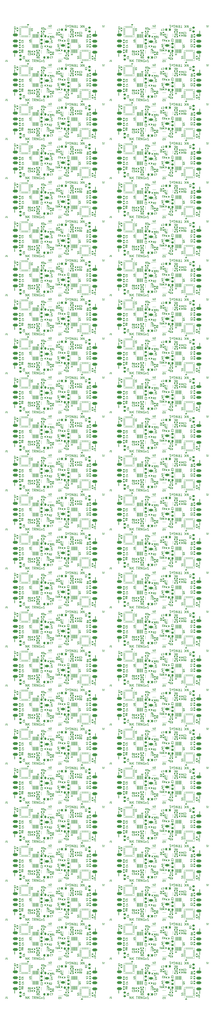
<source format=gto>
G04 #@! TF.GenerationSoftware,KiCad,Pcbnew,6.0.0-rc2-unknown-a17a58203b~144~ubuntu21.04.1*
G04 #@! TF.CreationDate,2022-06-23T18:37:22+02:00*
G04 #@! TF.ProjectId,out,6f75742e-6b69-4636-9164-5f7063625858,rev?*
G04 #@! TF.SameCoordinates,Original*
G04 #@! TF.FileFunction,Legend,Top*
G04 #@! TF.FilePolarity,Positive*
%FSLAX46Y46*%
G04 Gerber Fmt 4.6, Leading zero omitted, Abs format (unit mm)*
G04 Created by KiCad (PCBNEW 6.0.0-rc2-unknown-a17a58203b~144~ubuntu21.04.1) date 2022-06-23 18:37:22*
%MOMM*%
%LPD*%
G01*
G04 APERTURE LIST*
G04 Aperture macros list*
%AMRoundRect*
0 Rectangle with rounded corners*
0 $1 Rounding radius*
0 $2 $3 $4 $5 $6 $7 $8 $9 X,Y pos of 4 corners*
0 Add a 4 corners polygon primitive as box body*
4,1,4,$2,$3,$4,$5,$6,$7,$8,$9,$2,$3,0*
0 Add four circle primitives for the rounded corners*
1,1,$1+$1,$2,$3*
1,1,$1+$1,$4,$5*
1,1,$1+$1,$6,$7*
1,1,$1+$1,$8,$9*
0 Add four rect primitives between the rounded corners*
20,1,$1+$1,$2,$3,$4,$5,0*
20,1,$1+$1,$4,$5,$6,$7,0*
20,1,$1+$1,$6,$7,$8,$9,0*
20,1,$1+$1,$8,$9,$2,$3,0*%
G04 Aperture macros list end*
%ADD10C,0.150000*%
%ADD11C,0.175000*%
%ADD12C,0.120000*%
%ADD13C,0.254000*%
%ADD14C,1.099820*%
%ADD15RoundRect,0.135000X-0.135000X-0.185000X0.135000X-0.185000X0.135000X0.185000X-0.135000X0.185000X0*%
%ADD16RoundRect,0.135000X0.185000X-0.135000X0.185000X0.135000X-0.185000X0.135000X-0.185000X-0.135000X0*%
%ADD17RoundRect,0.299720X0.699770X0.299720X-0.699770X0.299720X-0.699770X-0.299720X0.699770X-0.299720X0*%
%ADD18O,3.500120X1.501140*%
%ADD19RoundRect,0.100000X-0.100000X0.712500X-0.100000X-0.712500X0.100000X-0.712500X0.100000X0.712500X0*%
%ADD20RoundRect,0.135000X-0.185000X0.135000X-0.185000X-0.135000X0.185000X-0.135000X0.185000X0.135000X0*%
%ADD21R,0.300000X0.500000*%
%ADD22RoundRect,0.250000X0.625000X-0.250000X0.625000X0.250000X-0.625000X0.250000X-0.625000X-0.250000X0*%
%ADD23RoundRect,0.140000X-0.140000X-0.170000X0.140000X-0.170000X0.140000X0.170000X-0.140000X0.170000X0*%
%ADD24RoundRect,0.225000X0.250000X-0.225000X0.250000X0.225000X-0.250000X0.225000X-0.250000X-0.225000X0*%
%ADD25RoundRect,0.135000X0.135000X0.185000X-0.135000X0.185000X-0.135000X-0.185000X0.135000X-0.185000X0*%
%ADD26RoundRect,0.140000X0.170000X-0.140000X0.170000X0.140000X-0.170000X0.140000X-0.170000X-0.140000X0*%
%ADD27RoundRect,0.225000X-0.250000X0.225000X-0.250000X-0.225000X0.250000X-0.225000X0.250000X0.225000X0*%
%ADD28RoundRect,0.140000X-0.170000X0.140000X-0.170000X-0.140000X0.170000X-0.140000X0.170000X0.140000X0*%
%ADD29R,0.400000X0.650000*%
%ADD30R,0.650000X0.400000*%
%ADD31RoundRect,0.225000X-0.225000X-0.250000X0.225000X-0.250000X0.225000X0.250000X-0.225000X0.250000X0*%
%ADD32RoundRect,0.299720X-0.699770X-0.299720X0.699770X-0.299720X0.699770X0.299720X-0.699770X0.299720X0*%
%ADD33RoundRect,0.062500X0.062500X-0.350000X0.062500X0.350000X-0.062500X0.350000X-0.062500X-0.350000X0*%
%ADD34RoundRect,0.062500X0.350000X-0.062500X0.350000X0.062500X-0.350000X0.062500X-0.350000X-0.062500X0*%
%ADD35R,2.600000X2.600000*%
%ADD36RoundRect,0.100000X0.100000X-0.712500X0.100000X0.712500X-0.100000X0.712500X-0.100000X-0.712500X0*%
%ADD37RoundRect,0.140000X0.140000X0.170000X-0.140000X0.170000X-0.140000X-0.170000X0.140000X-0.170000X0*%
%ADD38RoundRect,0.062500X-0.062500X0.350000X-0.062500X-0.350000X0.062500X-0.350000X0.062500X0.350000X0*%
%ADD39RoundRect,0.062500X-0.350000X0.062500X-0.350000X-0.062500X0.350000X-0.062500X0.350000X0.062500X0*%
%ADD40RoundRect,0.225000X0.225000X0.250000X-0.225000X0.250000X-0.225000X-0.250000X0.225000X-0.250000X0*%
%ADD41RoundRect,0.250000X-0.625000X0.250000X-0.625000X-0.250000X0.625000X-0.250000X0.625000X0.250000X0*%
%ADD42C,2.000000*%
G04 APERTURE END LIST*
D10*
X20165000Y-10170000D02*
X20665000Y-10270000D01*
X43384999Y-26105000D02*
X42884999Y-26005000D01*
X63715000Y-10170000D02*
X64215000Y-10270000D01*
X86934999Y-26105000D02*
X86434999Y-26005000D01*
X20165000Y-26444999D02*
X20665000Y-26544999D01*
X43384999Y-42379999D02*
X42884999Y-42279999D01*
X63715000Y-26444999D02*
X64215000Y-26544999D01*
X86934999Y-42379999D02*
X86434999Y-42279999D01*
X20165000Y-42720000D02*
X20665000Y-42820000D01*
X43384999Y-58655000D02*
X42884999Y-58555000D01*
X63715000Y-42720000D02*
X64215000Y-42820000D01*
X86934999Y-58655000D02*
X86434999Y-58555000D01*
X20165000Y-58994999D02*
X20665000Y-59094999D01*
X43384999Y-74929999D02*
X42884999Y-74829999D01*
X63715000Y-58994999D02*
X64215000Y-59094999D01*
X86934999Y-74929999D02*
X86434999Y-74829999D01*
X20165000Y-75270000D02*
X20665000Y-75370000D01*
X43384999Y-91205000D02*
X42884999Y-91105000D01*
X63715000Y-75270000D02*
X64215000Y-75370000D01*
X86934999Y-91205000D02*
X86434999Y-91105000D01*
X20165000Y-91545000D02*
X20665000Y-91645000D01*
X43384999Y-107480000D02*
X42884999Y-107380000D01*
X63715000Y-91545000D02*
X64215000Y-91645000D01*
X86934999Y-205129999D02*
X86434999Y-205029999D01*
X86934999Y-107480000D02*
X86434999Y-107380000D01*
X20165000Y-107820000D02*
X20665000Y-107920000D01*
X43384999Y-123755000D02*
X42884999Y-123655000D01*
X63715000Y-107820000D02*
X64215000Y-107920000D01*
X86934999Y-123755000D02*
X86434999Y-123655000D01*
X20165000Y-124094999D02*
X20665000Y-124194999D01*
X43384999Y-140029999D02*
X42884999Y-139929999D01*
X63715000Y-124094999D02*
X64215000Y-124194999D01*
X86934999Y-140029999D02*
X86434999Y-139929999D01*
X20165000Y-140369999D02*
X20665000Y-140469999D01*
X43384999Y-156304999D02*
X42884999Y-156204999D01*
X63715000Y-140369999D02*
X64215000Y-140469999D01*
X86934999Y-156304999D02*
X86434999Y-156204999D01*
X20165000Y-156644999D02*
X20665000Y-156744999D01*
X43384999Y-172579999D02*
X42884999Y-172479999D01*
X63715000Y-156644999D02*
X64215000Y-156744999D01*
X86934999Y-172579999D02*
X86434999Y-172479999D01*
X20165000Y-172920000D02*
X20665000Y-173020000D01*
X43384999Y-188855000D02*
X42884999Y-188755000D01*
X63715000Y-172920000D02*
X64215000Y-173020000D01*
X86934999Y-188855000D02*
X86434999Y-188755000D01*
X20165000Y-189194999D02*
X20665000Y-189294999D01*
X43384999Y-205129999D02*
X42884999Y-205029999D01*
X63715000Y-189194999D02*
X64215000Y-189294999D01*
X20165000Y-205469999D02*
X20665000Y-205569999D01*
X43384999Y-221404999D02*
X42884999Y-221304999D01*
X63715000Y-205469999D02*
X64215000Y-205569999D01*
X86934999Y-221404999D02*
X86434999Y-221304999D01*
X20165000Y-221744999D02*
X20665000Y-221844999D01*
X43384999Y-237679999D02*
X42884999Y-237579999D01*
X63715000Y-221744999D02*
X64215000Y-221844999D01*
X86934999Y-237679999D02*
X86434999Y-237579999D01*
X20165000Y-238019999D02*
X20665000Y-238119999D01*
X43384999Y-253954999D02*
X42884999Y-253854999D01*
X86934999Y-253954999D02*
X86434999Y-253854999D01*
X63715000Y-238019999D02*
X64215000Y-238119999D01*
X20165000Y-254295000D02*
X20665000Y-254395000D01*
X63715000Y-254295000D02*
X64215000Y-254395000D01*
X43384999Y-270230000D02*
X42884999Y-270130000D01*
X86934999Y-270230000D02*
X86434999Y-270130000D01*
X20165000Y-270569999D02*
X20665000Y-270669999D01*
X43384999Y-286504999D02*
X42884999Y-286404999D01*
X63715000Y-270569999D02*
X64215000Y-270669999D01*
X20165000Y-286844999D02*
X20665000Y-286944999D01*
X86934999Y-286504999D02*
X86434999Y-286404999D01*
X43384999Y-302779999D02*
X42884999Y-302679999D01*
X63715000Y-286844999D02*
X64215000Y-286944999D01*
X20165000Y-303120000D02*
X20665000Y-303220000D01*
X86934999Y-302779999D02*
X86434999Y-302679999D01*
X43384999Y-319055000D02*
X42884999Y-318955000D01*
X63715000Y-303120000D02*
X64215000Y-303220000D01*
X86934999Y-319055000D02*
X86434999Y-318955000D01*
X43384999Y-335329999D02*
X42884999Y-335229999D01*
X63715000Y-319394999D02*
X64215000Y-319494999D01*
X20165000Y-319394999D02*
X20665000Y-319494999D01*
X86934999Y-335329999D02*
X86434999Y-335229999D01*
X43384999Y-351605000D02*
X42884999Y-351505000D01*
X20165000Y-335670000D02*
X20665000Y-335770000D01*
X86934999Y-351605000D02*
X86434999Y-351505000D01*
X63715000Y-335670000D02*
X64215000Y-335770000D01*
X20165000Y-351944999D02*
X20665000Y-352044999D01*
X63715000Y-351944999D02*
X64215000Y-352044999D01*
X43384999Y-367879999D02*
X42884999Y-367779999D01*
X86934999Y-367879999D02*
X86434999Y-367779999D01*
X20165000Y-368219999D02*
X20665000Y-368319999D01*
X43384999Y-384154999D02*
X42884999Y-384054999D01*
X63715000Y-368219999D02*
X64215000Y-368319999D01*
X86934999Y-384154999D02*
X86434999Y-384054999D01*
X43384999Y-400430000D02*
X42884999Y-400330000D01*
X63715000Y-384495000D02*
X64215000Y-384595000D01*
X20165000Y-384495000D02*
X20665000Y-384595000D01*
X86934999Y-400430000D02*
X86434999Y-400330000D01*
X20165000Y-400769999D02*
X20665000Y-400869999D01*
X63715000Y-400769999D02*
X64215000Y-400869999D01*
X43384999Y-416704999D02*
X42884999Y-416604999D01*
X86934999Y-416704999D02*
X86434999Y-416604999D01*
X28465000Y-20570000D02*
X28965000Y-20370000D01*
X35084999Y-15705000D02*
X34584999Y-15905000D01*
X72015000Y-20570000D02*
X72515000Y-20370000D01*
X78634999Y-15705000D02*
X78134999Y-15905000D01*
X28465000Y-36844999D02*
X28965000Y-36644999D01*
X35084999Y-31979999D02*
X34584999Y-32179999D01*
X72015000Y-36844999D02*
X72515000Y-36644999D01*
X78634999Y-31979999D02*
X78134999Y-32179999D01*
X28465000Y-53120000D02*
X28965000Y-52920000D01*
X35084999Y-48255000D02*
X34584999Y-48455000D01*
X72015000Y-53120000D02*
X72515000Y-52920000D01*
X78634999Y-48255000D02*
X78134999Y-48455000D01*
X28465000Y-69394999D02*
X28965000Y-69194999D01*
X35084999Y-64529999D02*
X34584999Y-64729999D01*
X72015000Y-69394999D02*
X72515000Y-69194999D01*
X78634999Y-64529999D02*
X78134999Y-64729999D01*
X28465000Y-85670000D02*
X28965000Y-85470000D01*
X35084999Y-80805000D02*
X34584999Y-81005000D01*
X72015000Y-85670000D02*
X72515000Y-85470000D01*
X78634999Y-80805000D02*
X78134999Y-81005000D01*
X28465000Y-101945000D02*
X28965000Y-101745000D01*
X35084999Y-97080000D02*
X34584999Y-97280000D01*
X72015000Y-101945000D02*
X72515000Y-101745000D01*
X78634999Y-97080000D02*
X78134999Y-97280000D01*
X28465000Y-118220000D02*
X28965000Y-118020000D01*
X35084999Y-113355000D02*
X34584999Y-113555000D01*
X72015000Y-118220000D02*
X72515000Y-118020000D01*
X78634999Y-113355000D02*
X78134999Y-113555000D01*
X28465000Y-134494999D02*
X28965000Y-134294999D01*
X35084999Y-129629999D02*
X34584999Y-129829999D01*
X72015000Y-134494999D02*
X72515000Y-134294999D01*
X78634999Y-129629999D02*
X78134999Y-129829999D01*
X28465000Y-150769999D02*
X28965000Y-150569999D01*
X35084999Y-145904999D02*
X34584999Y-146104999D01*
X72015000Y-150769999D02*
X72515000Y-150569999D01*
X78634999Y-145904999D02*
X78134999Y-146104999D01*
X28465000Y-167044999D02*
X28965000Y-166844999D01*
X35084999Y-162179999D02*
X34584999Y-162379999D01*
X72015000Y-167044999D02*
X72515000Y-166844999D01*
X78634999Y-162179999D02*
X78134999Y-162379999D01*
X28465000Y-183320000D02*
X28965000Y-183120000D01*
X72015000Y-183320000D02*
X72515000Y-183120000D01*
X35084999Y-178455000D02*
X34584999Y-178655000D01*
X78634999Y-178455000D02*
X78134999Y-178655000D01*
X28465000Y-199594999D02*
X28965000Y-199394999D01*
X35084999Y-194729999D02*
X34584999Y-194929999D01*
X72015000Y-199594999D02*
X72515000Y-199394999D01*
X78634999Y-194729999D02*
X78134999Y-194929999D01*
X28465000Y-215869999D02*
X28965000Y-215669999D01*
X35084999Y-211004999D02*
X34584999Y-211204999D01*
X72015000Y-215869999D02*
X72515000Y-215669999D01*
X78634999Y-211004999D02*
X78134999Y-211204999D01*
X28465000Y-232144999D02*
X28965000Y-231944999D01*
X35084999Y-227279999D02*
X34584999Y-227479999D01*
X72015000Y-232144999D02*
X72515000Y-231944999D01*
X78634999Y-227279999D02*
X78134999Y-227479999D01*
X28465000Y-248419999D02*
X28965000Y-248219999D01*
X35084999Y-243554999D02*
X34584999Y-243754999D01*
X72015000Y-248419999D02*
X72515000Y-248219999D01*
X28465000Y-264695000D02*
X28965000Y-264495000D01*
X78634999Y-243554999D02*
X78134999Y-243754999D01*
X35084999Y-259830000D02*
X34584999Y-260030000D01*
X72015000Y-264695000D02*
X72515000Y-264495000D01*
X78634999Y-259830000D02*
X78134999Y-260030000D01*
X28465000Y-280969999D02*
X28965000Y-280769999D01*
X72015000Y-280969999D02*
X72515000Y-280769999D01*
X35084999Y-276104999D02*
X34584999Y-276304999D01*
X78634999Y-276104999D02*
X78134999Y-276304999D01*
X28465000Y-297244999D02*
X28965000Y-297044999D01*
X35084999Y-292379999D02*
X34584999Y-292579999D01*
X78634999Y-292379999D02*
X78134999Y-292579999D01*
X72015000Y-297244999D02*
X72515000Y-297044999D01*
X28465000Y-329794999D02*
X28965000Y-329594999D01*
X28465000Y-313520000D02*
X28965000Y-313320000D01*
X35084999Y-308655000D02*
X34584999Y-308855000D01*
X72015000Y-313520000D02*
X72515000Y-313320000D01*
X78634999Y-308655000D02*
X78134999Y-308855000D01*
X72015000Y-329794999D02*
X72515000Y-329594999D01*
X35084999Y-324929999D02*
X34584999Y-325129999D01*
X35084999Y-341205000D02*
X34584999Y-341405000D01*
X78634999Y-324929999D02*
X78134999Y-325129999D01*
X28465000Y-346070000D02*
X28965000Y-345870000D01*
X78634999Y-341205000D02*
X78134999Y-341405000D01*
X28465000Y-362344999D02*
X28965000Y-362144999D01*
X72015000Y-346070000D02*
X72515000Y-345870000D01*
X35084999Y-357479999D02*
X34584999Y-357679999D01*
X72015000Y-362344999D02*
X72515000Y-362144999D01*
X78634999Y-357479999D02*
X78134999Y-357679999D01*
X28465000Y-378619999D02*
X28965000Y-378419999D01*
X72015000Y-378619999D02*
X72515000Y-378419999D01*
X35084999Y-373754999D02*
X34584999Y-373954999D01*
X78634999Y-373754999D02*
X78134999Y-373954999D01*
X28465000Y-394895000D02*
X28965000Y-394695000D01*
X35084999Y-390030000D02*
X34584999Y-390230000D01*
X72015000Y-394895000D02*
X72515000Y-394695000D01*
X78634999Y-390030000D02*
X78134999Y-390230000D01*
X28465000Y-411169999D02*
X28965000Y-410969999D01*
X35084999Y-406304999D02*
X34584999Y-406504999D01*
X72015000Y-411169999D02*
X72515000Y-410969999D01*
X78634999Y-406304999D02*
X78134999Y-406504999D01*
X28965000Y-20370000D02*
X28965000Y-20870000D01*
X34584999Y-15905000D02*
X34584999Y-15405000D01*
X72515000Y-20370000D02*
X72515000Y-20870000D01*
X78134999Y-15905000D02*
X78134999Y-15405000D01*
X28965000Y-36644999D02*
X28965000Y-37144999D01*
X34584999Y-32179999D02*
X34584999Y-31679999D01*
X72515000Y-36644999D02*
X72515000Y-37144999D01*
X28965000Y-52920000D02*
X28965000Y-53420000D01*
X78134999Y-32179999D02*
X78134999Y-31679999D01*
X34584999Y-48455000D02*
X34584999Y-47955000D01*
X72515000Y-52920000D02*
X72515000Y-53420000D01*
X78134999Y-48455000D02*
X78134999Y-47955000D01*
X28965000Y-69194999D02*
X28965000Y-69694999D01*
X34584999Y-64729999D02*
X34584999Y-64229999D01*
X72515000Y-69194999D02*
X72515000Y-69694999D01*
X78134999Y-64729999D02*
X78134999Y-64229999D01*
X28965000Y-85470000D02*
X28965000Y-85970000D01*
X34584999Y-81005000D02*
X34584999Y-80505000D01*
X72515000Y-85470000D02*
X72515000Y-85970000D01*
X78134999Y-81005000D02*
X78134999Y-80505000D01*
X28965000Y-101745000D02*
X28965000Y-102245000D01*
X34584999Y-97280000D02*
X34584999Y-96780000D01*
X72515000Y-101745000D02*
X72515000Y-102245000D01*
X78134999Y-97280000D02*
X78134999Y-96780000D01*
X28965000Y-118020000D02*
X28965000Y-118520000D01*
X34584999Y-113555000D02*
X34584999Y-113055000D01*
X72515000Y-118020000D02*
X72515000Y-118520000D01*
X78134999Y-113555000D02*
X78134999Y-113055000D01*
X28965000Y-134294999D02*
X28965000Y-134794999D01*
X34584999Y-129829999D02*
X34584999Y-129329999D01*
X72515000Y-134294999D02*
X72515000Y-134794999D01*
X78134999Y-129829999D02*
X78134999Y-129329999D01*
X28965000Y-150569999D02*
X28965000Y-151069999D01*
X34584999Y-146104999D02*
X34584999Y-145604999D01*
X72515000Y-150569999D02*
X72515000Y-151069999D01*
X78134999Y-146104999D02*
X78134999Y-145604999D01*
X28965000Y-166844999D02*
X28965000Y-167344999D01*
X34584999Y-162379999D02*
X34584999Y-161879999D01*
X72515000Y-166844999D02*
X72515000Y-167344999D01*
X78134999Y-162379999D02*
X78134999Y-161879999D01*
X28965000Y-183120000D02*
X28965000Y-183620000D01*
X34584999Y-178655000D02*
X34584999Y-178155000D01*
X72515000Y-183120000D02*
X72515000Y-183620000D01*
X78134999Y-178655000D02*
X78134999Y-178155000D01*
X28965000Y-199394999D02*
X28965000Y-199894999D01*
X34584999Y-194929999D02*
X34584999Y-194429999D01*
X72515000Y-199394999D02*
X72515000Y-199894999D01*
X78134999Y-194929999D02*
X78134999Y-194429999D01*
X28965000Y-215669999D02*
X28965000Y-216169999D01*
X34584999Y-211204999D02*
X34584999Y-210704999D01*
X72515000Y-215669999D02*
X72515000Y-216169999D01*
X78134999Y-211204999D02*
X78134999Y-210704999D01*
X28965000Y-231944999D02*
X28965000Y-232444999D01*
X34584999Y-227479999D02*
X34584999Y-226979999D01*
X72515000Y-231944999D02*
X72515000Y-232444999D01*
X78134999Y-227479999D02*
X78134999Y-226979999D01*
X28965000Y-248219999D02*
X28965000Y-248719999D01*
X34584999Y-243754999D02*
X34584999Y-243254999D01*
X72515000Y-248219999D02*
X72515000Y-248719999D01*
X78134999Y-243754999D02*
X78134999Y-243254999D01*
X28965000Y-264495000D02*
X28965000Y-264995000D01*
X34584999Y-260030000D02*
X34584999Y-259530000D01*
X72515000Y-264495000D02*
X72515000Y-264995000D01*
X28965000Y-280769999D02*
X28965000Y-281269999D01*
X78134999Y-260030000D02*
X78134999Y-259530000D01*
X34584999Y-276304999D02*
X34584999Y-275804999D01*
X72515000Y-280769999D02*
X72515000Y-281269999D01*
X28965000Y-297044999D02*
X28965000Y-297544999D01*
X78134999Y-276304999D02*
X78134999Y-275804999D01*
X78134999Y-292579999D02*
X78134999Y-292079999D01*
X34584999Y-292579999D02*
X34584999Y-292079999D01*
X72515000Y-297044999D02*
X72515000Y-297544999D01*
X28965000Y-313320000D02*
X28965000Y-313820000D01*
X34584999Y-308855000D02*
X34584999Y-308355000D01*
X72515000Y-313320000D02*
X72515000Y-313820000D01*
X78134999Y-308855000D02*
X78134999Y-308355000D01*
X28965000Y-329594999D02*
X28965000Y-330094999D01*
X34584999Y-325129999D02*
X34584999Y-324629999D01*
X78134999Y-325129999D02*
X78134999Y-324629999D01*
X28965000Y-345870000D02*
X28965000Y-346370000D01*
X72515000Y-329594999D02*
X72515000Y-330094999D01*
X34584999Y-341405000D02*
X34584999Y-340905000D01*
X72515000Y-345870000D02*
X72515000Y-346370000D01*
X78134999Y-341405000D02*
X78134999Y-340905000D01*
X28965000Y-362144999D02*
X28965000Y-362644999D01*
X34584999Y-357679999D02*
X34584999Y-357179999D01*
X78134999Y-357679999D02*
X78134999Y-357179999D01*
X72515000Y-362144999D02*
X72515000Y-362644999D01*
X72515000Y-378419999D02*
X72515000Y-378919999D01*
X28965000Y-378419999D02*
X28965000Y-378919999D01*
X34584999Y-373954999D02*
X34584999Y-373454999D01*
X78134999Y-373954999D02*
X78134999Y-373454999D01*
X34584999Y-390230000D02*
X34584999Y-389730000D01*
X28965000Y-394695000D02*
X28965000Y-395195000D01*
X72515000Y-394695000D02*
X72515000Y-395195000D01*
X78134999Y-390230000D02*
X78134999Y-389730000D01*
X28965000Y-410969999D02*
X28965000Y-411469999D01*
X34584999Y-406504999D02*
X34584999Y-406004999D01*
X72515000Y-410969999D02*
X72515000Y-411469999D01*
X78134999Y-406504999D02*
X78134999Y-406004999D01*
X33384999Y-329529999D02*
X33384999Y-329029999D01*
X30165000Y-15970000D02*
X30165000Y-16470000D01*
X33384999Y-20305000D02*
X33384999Y-19805000D01*
X73715000Y-15970000D02*
X73715000Y-16470000D01*
X76934999Y-20305000D02*
X76934999Y-19805000D01*
X30165000Y-32244999D02*
X30165000Y-32744999D01*
X33384999Y-36579999D02*
X33384999Y-36079999D01*
X73715000Y-32244999D02*
X73715000Y-32744999D01*
X30165000Y-48520000D02*
X30165000Y-49020000D01*
X76934999Y-36579999D02*
X76934999Y-36079999D01*
X33384999Y-52855000D02*
X33384999Y-52355000D01*
X73715000Y-48520000D02*
X73715000Y-49020000D01*
X30165000Y-64794999D02*
X30165000Y-65294999D01*
X76934999Y-52855000D02*
X76934999Y-52355000D01*
X33384999Y-69129999D02*
X33384999Y-68629999D01*
X73715000Y-64794999D02*
X73715000Y-65294999D01*
X76934999Y-69129999D02*
X76934999Y-68629999D01*
X30165000Y-81070000D02*
X30165000Y-81570000D01*
X33384999Y-85405000D02*
X33384999Y-84905000D01*
X73715000Y-81070000D02*
X73715000Y-81570000D01*
X76934999Y-85405000D02*
X76934999Y-84905000D01*
X30165000Y-97345000D02*
X30165000Y-97845000D01*
X33384999Y-101680000D02*
X33384999Y-101180000D01*
X73715000Y-97345000D02*
X73715000Y-97845000D01*
X76934999Y-101680000D02*
X76934999Y-101180000D01*
X30165000Y-113620000D02*
X30165000Y-114120000D01*
X33384999Y-117955000D02*
X33384999Y-117455000D01*
X73715000Y-113620000D02*
X73715000Y-114120000D01*
X76934999Y-117955000D02*
X76934999Y-117455000D01*
X30165000Y-129894999D02*
X30165000Y-130394999D01*
X33384999Y-134229999D02*
X33384999Y-133729999D01*
X73715000Y-129894999D02*
X73715000Y-130394999D01*
X76934999Y-134229999D02*
X76934999Y-133729999D01*
X30165000Y-146169999D02*
X30165000Y-146669999D01*
X33384999Y-150504999D02*
X33384999Y-150004999D01*
X73715000Y-146169999D02*
X73715000Y-146669999D01*
X76934999Y-150504999D02*
X76934999Y-150004999D01*
X30165000Y-162444999D02*
X30165000Y-162944999D01*
X33384999Y-166779999D02*
X33384999Y-166279999D01*
X73715000Y-162444999D02*
X73715000Y-162944999D01*
X76934999Y-166779999D02*
X76934999Y-166279999D01*
X30165000Y-178720000D02*
X30165000Y-179220000D01*
X33384999Y-183055000D02*
X33384999Y-182555000D01*
X73715000Y-178720000D02*
X73715000Y-179220000D01*
X76934999Y-183055000D02*
X76934999Y-182555000D01*
X30165000Y-194994999D02*
X30165000Y-195494999D01*
X33384999Y-199329999D02*
X33384999Y-198829999D01*
X73715000Y-194994999D02*
X73715000Y-195494999D01*
X76934999Y-199329999D02*
X76934999Y-198829999D01*
X30165000Y-211269999D02*
X30165000Y-211769999D01*
X33384999Y-215604999D02*
X33384999Y-215104999D01*
X73715000Y-211269999D02*
X73715000Y-211769999D01*
X76934999Y-215604999D02*
X76934999Y-215104999D01*
X33384999Y-231879999D02*
X33384999Y-231379999D01*
X30165000Y-227544999D02*
X30165000Y-228044999D01*
X73715000Y-227544999D02*
X73715000Y-228044999D01*
X76934999Y-231879999D02*
X76934999Y-231379999D01*
X30165000Y-243819999D02*
X30165000Y-244319999D01*
X33384999Y-248154999D02*
X33384999Y-247654999D01*
X73715000Y-243819999D02*
X73715000Y-244319999D01*
X76934999Y-248154999D02*
X76934999Y-247654999D01*
X30165000Y-260095000D02*
X30165000Y-260595000D01*
X73715000Y-260095000D02*
X73715000Y-260595000D01*
X76934999Y-264430000D02*
X76934999Y-263930000D01*
X33384999Y-264430000D02*
X33384999Y-263930000D01*
X30165000Y-276369999D02*
X30165000Y-276869999D01*
X33384999Y-280704999D02*
X33384999Y-280204999D01*
X73715000Y-276369999D02*
X73715000Y-276869999D01*
X30165000Y-292644999D02*
X30165000Y-293144999D01*
X76934999Y-280704999D02*
X76934999Y-280204999D01*
X33384999Y-296979999D02*
X33384999Y-296479999D01*
X73715000Y-292644999D02*
X73715000Y-293144999D01*
X30165000Y-308920000D02*
X30165000Y-309420000D01*
X76934999Y-296979999D02*
X76934999Y-296479999D01*
X33384999Y-313255000D02*
X33384999Y-312755000D01*
X73715000Y-308920000D02*
X73715000Y-309420000D01*
X76934999Y-313255000D02*
X76934999Y-312755000D01*
X30165000Y-325194999D02*
X30165000Y-325694999D01*
X73715000Y-325194999D02*
X73715000Y-325694999D01*
X76934999Y-329529999D02*
X76934999Y-329029999D01*
X30165000Y-341470000D02*
X30165000Y-341970000D01*
X33384999Y-345805000D02*
X33384999Y-345305000D01*
X73715000Y-341470000D02*
X73715000Y-341970000D01*
X76934999Y-345805000D02*
X76934999Y-345305000D01*
X33384999Y-362079999D02*
X33384999Y-361579999D01*
X30165000Y-357744999D02*
X30165000Y-358244999D01*
X76934999Y-362079999D02*
X76934999Y-361579999D01*
X73715000Y-357744999D02*
X73715000Y-358244999D01*
X30165000Y-374019999D02*
X30165000Y-374519999D01*
X33384999Y-378354999D02*
X33384999Y-377854999D01*
X73715000Y-374019999D02*
X73715000Y-374519999D01*
X76934999Y-378354999D02*
X76934999Y-377854999D01*
X30165000Y-390295000D02*
X30165000Y-390795000D01*
X33384999Y-394630000D02*
X33384999Y-394130000D01*
X73715000Y-390295000D02*
X73715000Y-390795000D01*
X76934999Y-394630000D02*
X76934999Y-394130000D01*
X30165000Y-406569999D02*
X30165000Y-407069999D01*
X33384999Y-410904999D02*
X33384999Y-410404999D01*
X76934999Y-410904999D02*
X76934999Y-410404999D01*
X73715000Y-406569999D02*
X73715000Y-407069999D01*
X24465000Y-13470000D02*
X24365000Y-13470000D01*
X39084999Y-22805000D02*
X39184999Y-22805000D01*
X68015000Y-13470000D02*
X67915000Y-13470000D01*
X82634999Y-22805000D02*
X82734999Y-22805000D01*
X24465000Y-29744999D02*
X24365000Y-29744999D01*
X39084999Y-39079999D02*
X39184999Y-39079999D01*
X68015000Y-29744999D02*
X67915000Y-29744999D01*
X82634999Y-39079999D02*
X82734999Y-39079999D01*
X24465000Y-46020000D02*
X24365000Y-46020000D01*
X39084999Y-55355000D02*
X39184999Y-55355000D01*
X68015000Y-46020000D02*
X67915000Y-46020000D01*
X82634999Y-55355000D02*
X82734999Y-55355000D01*
X24465000Y-62294999D02*
X24365000Y-62294999D01*
X39084999Y-71629999D02*
X39184999Y-71629999D01*
X68015000Y-62294999D02*
X67915000Y-62294999D01*
X82634999Y-71629999D02*
X82734999Y-71629999D01*
X24465000Y-78570000D02*
X24365000Y-78570000D01*
X39084999Y-87905000D02*
X39184999Y-87905000D01*
X68015000Y-78570000D02*
X67915000Y-78570000D01*
X82634999Y-87905000D02*
X82734999Y-87905000D01*
X24465000Y-94845000D02*
X24365000Y-94845000D01*
X39084999Y-104180000D02*
X39184999Y-104180000D01*
X68015000Y-94845000D02*
X67915000Y-94845000D01*
X82634999Y-104180000D02*
X82734999Y-104180000D01*
X39084999Y-120455000D02*
X39184999Y-120455000D01*
X24465000Y-111120000D02*
X24365000Y-111120000D01*
X68015000Y-111120000D02*
X67915000Y-111120000D01*
X82634999Y-120455000D02*
X82734999Y-120455000D01*
X24465000Y-127394999D02*
X24365000Y-127394999D01*
X39084999Y-136729999D02*
X39184999Y-136729999D01*
X68015000Y-127394999D02*
X67915000Y-127394999D01*
X82634999Y-136729999D02*
X82734999Y-136729999D01*
X24465000Y-143669999D02*
X24365000Y-143669999D01*
X39084999Y-153004999D02*
X39184999Y-153004999D01*
X68015000Y-143669999D02*
X67915000Y-143669999D01*
X82634999Y-153004999D02*
X82734999Y-153004999D01*
X24465000Y-159944999D02*
X24365000Y-159944999D01*
X39084999Y-169279999D02*
X39184999Y-169279999D01*
X68015000Y-159944999D02*
X67915000Y-159944999D01*
X82634999Y-169279999D02*
X82734999Y-169279999D01*
X24465000Y-176220000D02*
X24365000Y-176220000D01*
X39084999Y-185555000D02*
X39184999Y-185555000D01*
X68015000Y-176220000D02*
X67915000Y-176220000D01*
X82634999Y-185555000D02*
X82734999Y-185555000D01*
X24465000Y-192494999D02*
X24365000Y-192494999D01*
X39084999Y-201829999D02*
X39184999Y-201829999D01*
X68015000Y-192494999D02*
X67915000Y-192494999D01*
X82634999Y-201829999D02*
X82734999Y-201829999D01*
X24465000Y-208769999D02*
X24365000Y-208769999D01*
X39084999Y-218104999D02*
X39184999Y-218104999D01*
X68015000Y-208769999D02*
X67915000Y-208769999D01*
X82634999Y-218104999D02*
X82734999Y-218104999D01*
X24465000Y-225044999D02*
X24365000Y-225044999D01*
X68015000Y-225044999D02*
X67915000Y-225044999D01*
X39084999Y-234379999D02*
X39184999Y-234379999D01*
X82634999Y-234379999D02*
X82734999Y-234379999D01*
X24465000Y-241319999D02*
X24365000Y-241319999D01*
X39084999Y-250654999D02*
X39184999Y-250654999D01*
X68015000Y-241319999D02*
X67915000Y-241319999D01*
X82634999Y-250654999D02*
X82734999Y-250654999D01*
X24465000Y-257595000D02*
X24365000Y-257595000D01*
X39084999Y-266930000D02*
X39184999Y-266930000D01*
X68015000Y-257595000D02*
X67915000Y-257595000D01*
X24465000Y-273869999D02*
X24365000Y-273869999D01*
X82634999Y-266930000D02*
X82734999Y-266930000D01*
X39084999Y-283204999D02*
X39184999Y-283204999D01*
X68015000Y-273869999D02*
X67915000Y-273869999D01*
X24465000Y-290144999D02*
X24365000Y-290144999D01*
X82634999Y-283204999D02*
X82734999Y-283204999D01*
X39084999Y-299479999D02*
X39184999Y-299479999D01*
X68015000Y-290144999D02*
X67915000Y-290144999D01*
X24465000Y-306420000D02*
X24365000Y-306420000D01*
X82634999Y-299479999D02*
X82734999Y-299479999D01*
X39084999Y-315755000D02*
X39184999Y-315755000D01*
X68015000Y-306420000D02*
X67915000Y-306420000D01*
X24465000Y-322694999D02*
X24365000Y-322694999D01*
X82634999Y-315755000D02*
X82734999Y-315755000D01*
X39084999Y-332029999D02*
X39184999Y-332029999D01*
X82634999Y-332029999D02*
X82734999Y-332029999D01*
X68015000Y-322694999D02*
X67915000Y-322694999D01*
X24465000Y-338970000D02*
X24365000Y-338970000D01*
X39084999Y-348305000D02*
X39184999Y-348305000D01*
X68015000Y-338970000D02*
X67915000Y-338970000D01*
X82634999Y-348305000D02*
X82734999Y-348305000D01*
X24465000Y-355244999D02*
X24365000Y-355244999D01*
X39084999Y-364579999D02*
X39184999Y-364579999D01*
X68015000Y-355244999D02*
X67915000Y-355244999D01*
X82634999Y-380854999D02*
X82734999Y-380854999D01*
X39084999Y-380854999D02*
X39184999Y-380854999D01*
X82634999Y-364579999D02*
X82734999Y-364579999D01*
X24465000Y-371519999D02*
X24365000Y-371519999D01*
X68015000Y-371519999D02*
X67915000Y-371519999D01*
X24465000Y-387795000D02*
X24365000Y-387795000D01*
X68015000Y-387795000D02*
X67915000Y-387795000D01*
X39084999Y-397130000D02*
X39184999Y-397130000D01*
X82634999Y-397130000D02*
X82734999Y-397130000D01*
X24465000Y-404069999D02*
X24365000Y-404069999D01*
X68015000Y-404069999D02*
X67915000Y-404069999D01*
X82634999Y-413404999D02*
X82734999Y-413404999D01*
X39084999Y-413404999D02*
X39184999Y-413404999D01*
X30165000Y-211769999D02*
X29665000Y-211469999D01*
X30165000Y-16470000D02*
X29665000Y-16170000D01*
X33384999Y-19805000D02*
X33884999Y-20105000D01*
X73715000Y-16470000D02*
X73215000Y-16170000D01*
X76934999Y-19805000D02*
X77434999Y-20105000D01*
X30165000Y-32744999D02*
X29665000Y-32444999D01*
X33384999Y-36079999D02*
X33884999Y-36379999D01*
X73715000Y-32744999D02*
X73215000Y-32444999D01*
X76934999Y-36079999D02*
X77434999Y-36379999D01*
X30165000Y-49020000D02*
X29665000Y-48720000D01*
X33384999Y-52355000D02*
X33884999Y-52655000D01*
X73715000Y-49020000D02*
X73215000Y-48720000D01*
X76934999Y-52355000D02*
X77434999Y-52655000D01*
X30165000Y-65294999D02*
X29665000Y-64994999D01*
X33384999Y-68629999D02*
X33884999Y-68929999D01*
X73715000Y-65294999D02*
X73215000Y-64994999D01*
X76934999Y-68629999D02*
X77434999Y-68929999D01*
X30165000Y-81570000D02*
X29665000Y-81270000D01*
X33384999Y-84905000D02*
X33884999Y-85205000D01*
X73715000Y-81570000D02*
X73215000Y-81270000D01*
X76934999Y-84905000D02*
X77434999Y-85205000D01*
X30165000Y-97845000D02*
X29665000Y-97545000D01*
X33384999Y-101180000D02*
X33884999Y-101480000D01*
X73715000Y-97845000D02*
X73215000Y-97545000D01*
X76934999Y-101180000D02*
X77434999Y-101480000D01*
X30165000Y-114120000D02*
X29665000Y-113820000D01*
X33384999Y-117455000D02*
X33884999Y-117755000D01*
X73715000Y-114120000D02*
X73215000Y-113820000D01*
X76934999Y-117455000D02*
X77434999Y-117755000D01*
X30165000Y-130394999D02*
X29665000Y-130094999D01*
X33384999Y-133729999D02*
X33884999Y-134029999D01*
X73715000Y-130394999D02*
X73215000Y-130094999D01*
X76934999Y-133729999D02*
X77434999Y-134029999D01*
X30165000Y-146669999D02*
X29665000Y-146369999D01*
X33384999Y-150004999D02*
X33884999Y-150304999D01*
X73715000Y-146669999D02*
X73215000Y-146369999D01*
X76934999Y-150004999D02*
X77434999Y-150304999D01*
X30165000Y-162944999D02*
X29665000Y-162644999D01*
X33384999Y-166279999D02*
X33884999Y-166579999D01*
X73715000Y-162944999D02*
X73215000Y-162644999D01*
X76934999Y-166279999D02*
X77434999Y-166579999D01*
X30165000Y-179220000D02*
X29665000Y-178920000D01*
X33384999Y-182555000D02*
X33884999Y-182855000D01*
X73715000Y-179220000D02*
X73215000Y-178920000D01*
X76934999Y-182555000D02*
X77434999Y-182855000D01*
X30165000Y-195494999D02*
X29665000Y-195194999D01*
X33384999Y-198829999D02*
X33884999Y-199129999D01*
X73715000Y-195494999D02*
X73215000Y-195194999D01*
X76934999Y-198829999D02*
X77434999Y-199129999D01*
X33384999Y-215104999D02*
X33884999Y-215404999D01*
X76934999Y-215104999D02*
X77434999Y-215404999D01*
X73715000Y-211769999D02*
X73215000Y-211469999D01*
X30165000Y-228044999D02*
X29665000Y-227744999D01*
X33384999Y-231379999D02*
X33884999Y-231679999D01*
X73715000Y-228044999D02*
X73215000Y-227744999D01*
X76934999Y-231379999D02*
X77434999Y-231679999D01*
X30165000Y-244319999D02*
X29665000Y-244019999D01*
X33384999Y-247654999D02*
X33884999Y-247954999D01*
X33384999Y-263930000D02*
X33884999Y-264230000D01*
X73715000Y-244319999D02*
X73215000Y-244019999D01*
X76934999Y-247654999D02*
X77434999Y-247954999D01*
X30165000Y-260595000D02*
X29665000Y-260295000D01*
X73715000Y-260595000D02*
X73215000Y-260295000D01*
X30165000Y-276869999D02*
X29665000Y-276569999D01*
X76934999Y-263930000D02*
X77434999Y-264230000D01*
X73715000Y-276869999D02*
X73215000Y-276569999D01*
X33384999Y-280204999D02*
X33884999Y-280504999D01*
X76934999Y-280204999D02*
X77434999Y-280504999D01*
X30165000Y-293144999D02*
X29665000Y-292844999D01*
X33384999Y-296479999D02*
X33884999Y-296779999D01*
X73715000Y-293144999D02*
X73215000Y-292844999D01*
X76934999Y-296479999D02*
X77434999Y-296779999D01*
X30165000Y-309420000D02*
X29665000Y-309120000D01*
X33384999Y-312755000D02*
X33884999Y-313055000D01*
X73715000Y-309420000D02*
X73215000Y-309120000D01*
X30165000Y-325694999D02*
X29665000Y-325394999D01*
X76934999Y-312755000D02*
X77434999Y-313055000D01*
X33384999Y-329029999D02*
X33884999Y-329329999D01*
X73715000Y-325694999D02*
X73215000Y-325394999D01*
X76934999Y-329029999D02*
X77434999Y-329329999D01*
X30165000Y-341970000D02*
X29665000Y-341670000D01*
X33384999Y-345305000D02*
X33884999Y-345605000D01*
X30165000Y-358244999D02*
X29665000Y-357944999D01*
X76934999Y-345305000D02*
X77434999Y-345605000D01*
X73715000Y-341970000D02*
X73215000Y-341670000D01*
X33384999Y-361579999D02*
X33884999Y-361879999D01*
X76934999Y-361579999D02*
X77434999Y-361879999D01*
X73715000Y-358244999D02*
X73215000Y-357944999D01*
X33384999Y-377854999D02*
X33884999Y-378154999D01*
X30165000Y-374519999D02*
X29665000Y-374219999D01*
X73715000Y-374519999D02*
X73215000Y-374219999D01*
X76934999Y-377854999D02*
X77434999Y-378154999D01*
X33384999Y-394130000D02*
X33884999Y-394430000D01*
X30165000Y-390795000D02*
X29665000Y-390495000D01*
X73715000Y-390795000D02*
X73215000Y-390495000D01*
X33384999Y-410404999D02*
X33884999Y-410704999D01*
X76934999Y-394130000D02*
X77434999Y-394430000D01*
X30165000Y-407069999D02*
X29665000Y-406769999D01*
X76934999Y-410404999D02*
X77434999Y-410704999D01*
X73715000Y-407069999D02*
X73215000Y-406769999D01*
X28965000Y-20870000D02*
X28465000Y-20570000D01*
X34584999Y-15405000D02*
X35084999Y-15705000D01*
X72515000Y-20870000D02*
X72015000Y-20570000D01*
X78134999Y-15405000D02*
X78634999Y-15705000D01*
X28965000Y-37144999D02*
X28465000Y-36844999D01*
X34584999Y-31679999D02*
X35084999Y-31979999D01*
X72515000Y-37144999D02*
X72015000Y-36844999D01*
X78134999Y-31679999D02*
X78634999Y-31979999D01*
X28965000Y-53420000D02*
X28465000Y-53120000D01*
X34584999Y-47955000D02*
X35084999Y-48255000D01*
X72515000Y-53420000D02*
X72015000Y-53120000D01*
X78134999Y-47955000D02*
X78634999Y-48255000D01*
X28965000Y-69694999D02*
X28465000Y-69394999D01*
X34584999Y-64229999D02*
X35084999Y-64529999D01*
X78134999Y-64229999D02*
X78634999Y-64529999D01*
X72515000Y-69694999D02*
X72015000Y-69394999D01*
X28965000Y-85970000D02*
X28465000Y-85670000D01*
X34584999Y-80505000D02*
X35084999Y-80805000D01*
X72515000Y-85970000D02*
X72015000Y-85670000D01*
X78134999Y-80505000D02*
X78634999Y-80805000D01*
X28965000Y-102245000D02*
X28465000Y-101945000D01*
X34584999Y-96780000D02*
X35084999Y-97080000D01*
X72515000Y-102245000D02*
X72015000Y-101945000D01*
X78134999Y-96780000D02*
X78634999Y-97080000D01*
X34584999Y-113055000D02*
X35084999Y-113355000D01*
X28965000Y-118520000D02*
X28465000Y-118220000D01*
X72515000Y-118520000D02*
X72015000Y-118220000D01*
X78134999Y-113055000D02*
X78634999Y-113355000D01*
X28965000Y-134794999D02*
X28465000Y-134494999D01*
X34584999Y-129329999D02*
X35084999Y-129629999D01*
X72515000Y-134794999D02*
X72015000Y-134494999D01*
X78134999Y-129329999D02*
X78634999Y-129629999D01*
X28965000Y-151069999D02*
X28465000Y-150769999D01*
X34584999Y-145604999D02*
X35084999Y-145904999D01*
X78134999Y-145604999D02*
X78634999Y-145904999D01*
X72515000Y-151069999D02*
X72015000Y-150769999D01*
X28965000Y-167344999D02*
X28465000Y-167044999D01*
X34584999Y-161879999D02*
X35084999Y-162179999D01*
X72515000Y-167344999D02*
X72015000Y-167044999D01*
X78134999Y-161879999D02*
X78634999Y-162179999D01*
X28965000Y-183620000D02*
X28465000Y-183320000D01*
X34584999Y-178155000D02*
X35084999Y-178455000D01*
X72515000Y-183620000D02*
X72015000Y-183320000D01*
X78134999Y-178155000D02*
X78634999Y-178455000D01*
X28965000Y-199894999D02*
X28465000Y-199594999D01*
X34584999Y-194429999D02*
X35084999Y-194729999D01*
X72515000Y-199894999D02*
X72015000Y-199594999D01*
X78134999Y-194429999D02*
X78634999Y-194729999D01*
X28965000Y-216169999D02*
X28465000Y-215869999D01*
X34584999Y-210704999D02*
X35084999Y-211004999D01*
X72515000Y-216169999D02*
X72015000Y-215869999D01*
X78134999Y-210704999D02*
X78634999Y-211004999D01*
X28965000Y-232444999D02*
X28465000Y-232144999D01*
X34584999Y-226979999D02*
X35084999Y-227279999D01*
X78134999Y-226979999D02*
X78634999Y-227279999D01*
X72515000Y-232444999D02*
X72015000Y-232144999D01*
X28965000Y-248719999D02*
X28465000Y-248419999D01*
X34584999Y-243254999D02*
X35084999Y-243554999D01*
X72515000Y-248719999D02*
X72015000Y-248419999D01*
X78134999Y-243254999D02*
X78634999Y-243554999D01*
X28965000Y-264995000D02*
X28465000Y-264695000D01*
X34584999Y-259530000D02*
X35084999Y-259830000D01*
X72515000Y-264995000D02*
X72015000Y-264695000D01*
X78134999Y-259530000D02*
X78634999Y-259830000D01*
X28965000Y-281269999D02*
X28465000Y-280969999D01*
X34584999Y-275804999D02*
X35084999Y-276104999D01*
X72515000Y-281269999D02*
X72015000Y-280969999D01*
X78134999Y-275804999D02*
X78634999Y-276104999D01*
X28965000Y-297544999D02*
X28465000Y-297244999D01*
X34584999Y-292079999D02*
X35084999Y-292379999D01*
X72515000Y-297544999D02*
X72015000Y-297244999D01*
X78134999Y-292079999D02*
X78634999Y-292379999D01*
X28965000Y-330094999D02*
X28465000Y-329794999D01*
X34584999Y-308355000D02*
X35084999Y-308655000D01*
X28965000Y-313820000D02*
X28465000Y-313520000D01*
X72515000Y-313820000D02*
X72015000Y-313520000D01*
X34584999Y-324629999D02*
X35084999Y-324929999D01*
X78134999Y-308355000D02*
X78634999Y-308655000D01*
X72515000Y-330094999D02*
X72015000Y-329794999D01*
X78134999Y-324629999D02*
X78634999Y-324929999D01*
X28965000Y-346370000D02*
X28465000Y-346070000D01*
X34584999Y-340905000D02*
X35084999Y-341205000D01*
X78134999Y-340905000D02*
X78634999Y-341205000D01*
X28965000Y-362644999D02*
X28465000Y-362344999D01*
X72515000Y-346370000D02*
X72015000Y-346070000D01*
X34584999Y-357179999D02*
X35084999Y-357479999D01*
X78134999Y-357179999D02*
X78634999Y-357479999D01*
X72515000Y-362644999D02*
X72015000Y-362344999D01*
X28965000Y-378919999D02*
X28465000Y-378619999D01*
X34584999Y-373454999D02*
X35084999Y-373754999D01*
X72515000Y-378919999D02*
X72015000Y-378619999D01*
X78134999Y-373454999D02*
X78634999Y-373754999D01*
X28965000Y-395195000D02*
X28465000Y-394895000D01*
X72515000Y-395195000D02*
X72015000Y-394895000D01*
X34584999Y-389730000D02*
X35084999Y-390030000D01*
X28965000Y-411469999D02*
X28465000Y-411169999D01*
X78134999Y-389730000D02*
X78634999Y-390030000D01*
X34584999Y-406004999D02*
X35084999Y-406304999D01*
X72515000Y-411469999D02*
X72015000Y-411169999D01*
X78134999Y-406004999D02*
X78634999Y-406304999D01*
X29665000Y-16170000D02*
X30165000Y-15970000D01*
X33884999Y-20105000D02*
X33384999Y-20305000D01*
X73215000Y-16170000D02*
X73715000Y-15970000D01*
X77434999Y-20105000D02*
X76934999Y-20305000D01*
X29665000Y-32444999D02*
X30165000Y-32244999D01*
X33884999Y-36379999D02*
X33384999Y-36579999D01*
X73215000Y-32444999D02*
X73715000Y-32244999D01*
X77434999Y-36379999D02*
X76934999Y-36579999D01*
X29665000Y-48720000D02*
X30165000Y-48520000D01*
X33884999Y-52655000D02*
X33384999Y-52855000D01*
X73215000Y-48720000D02*
X73715000Y-48520000D01*
X77434999Y-52655000D02*
X76934999Y-52855000D01*
X29665000Y-64994999D02*
X30165000Y-64794999D01*
X33884999Y-68929999D02*
X33384999Y-69129999D01*
X73215000Y-64994999D02*
X73715000Y-64794999D01*
X77434999Y-68929999D02*
X76934999Y-69129999D01*
X29665000Y-81270000D02*
X30165000Y-81070000D01*
X33884999Y-85205000D02*
X33384999Y-85405000D01*
X73215000Y-81270000D02*
X73715000Y-81070000D01*
X77434999Y-85205000D02*
X76934999Y-85405000D01*
X29665000Y-97545000D02*
X30165000Y-97345000D01*
X33884999Y-101480000D02*
X33384999Y-101680000D01*
X73215000Y-97545000D02*
X73715000Y-97345000D01*
X77434999Y-101480000D02*
X76934999Y-101680000D01*
X29665000Y-113820000D02*
X30165000Y-113620000D01*
X33884999Y-117755000D02*
X33384999Y-117955000D01*
X73215000Y-113820000D02*
X73715000Y-113620000D01*
X77434999Y-117755000D02*
X76934999Y-117955000D01*
X29665000Y-130094999D02*
X30165000Y-129894999D01*
X33884999Y-134029999D02*
X33384999Y-134229999D01*
X73215000Y-130094999D02*
X73715000Y-129894999D01*
X77434999Y-134029999D02*
X76934999Y-134229999D01*
X29665000Y-146369999D02*
X30165000Y-146169999D01*
X33884999Y-150304999D02*
X33384999Y-150504999D01*
X73215000Y-146369999D02*
X73715000Y-146169999D01*
X77434999Y-150304999D02*
X76934999Y-150504999D01*
X29665000Y-162644999D02*
X30165000Y-162444999D01*
X33884999Y-166579999D02*
X33384999Y-166779999D01*
X73215000Y-162644999D02*
X73715000Y-162444999D01*
X77434999Y-166579999D02*
X76934999Y-166779999D01*
X29665000Y-178920000D02*
X30165000Y-178720000D01*
X33884999Y-182855000D02*
X33384999Y-183055000D01*
X73215000Y-178920000D02*
X73715000Y-178720000D01*
X77434999Y-182855000D02*
X76934999Y-183055000D01*
X29665000Y-195194999D02*
X30165000Y-194994999D01*
X33884999Y-199129999D02*
X33384999Y-199329999D01*
X73215000Y-195194999D02*
X73715000Y-194994999D01*
X77434999Y-199129999D02*
X76934999Y-199329999D01*
X29665000Y-211469999D02*
X30165000Y-211269999D01*
X33884999Y-215404999D02*
X33384999Y-215604999D01*
X73215000Y-211469999D02*
X73715000Y-211269999D01*
X77434999Y-215404999D02*
X76934999Y-215604999D01*
X33884999Y-231679999D02*
X33384999Y-231879999D01*
X29665000Y-227744999D02*
X30165000Y-227544999D01*
X73215000Y-227744999D02*
X73715000Y-227544999D01*
X77434999Y-231679999D02*
X76934999Y-231879999D01*
X29665000Y-244019999D02*
X30165000Y-243819999D01*
X33884999Y-247954999D02*
X33384999Y-248154999D01*
X73215000Y-244019999D02*
X73715000Y-243819999D01*
X77434999Y-247954999D02*
X76934999Y-248154999D01*
X29665000Y-260295000D02*
X30165000Y-260095000D01*
X73215000Y-260295000D02*
X73715000Y-260095000D01*
X33884999Y-264230000D02*
X33384999Y-264430000D01*
X77434999Y-264230000D02*
X76934999Y-264430000D01*
X33884999Y-280504999D02*
X33384999Y-280704999D01*
X29665000Y-276569999D02*
X30165000Y-276369999D01*
X73215000Y-276569999D02*
X73715000Y-276369999D01*
X29665000Y-292844999D02*
X30165000Y-292644999D01*
X77434999Y-280504999D02*
X76934999Y-280704999D01*
X33884999Y-296779999D02*
X33384999Y-296979999D01*
X73215000Y-292844999D02*
X73715000Y-292644999D01*
X77434999Y-296779999D02*
X76934999Y-296979999D01*
X33884999Y-313055000D02*
X33384999Y-313255000D01*
X29665000Y-309120000D02*
X30165000Y-308920000D01*
X73215000Y-309120000D02*
X73715000Y-308920000D01*
X77434999Y-313055000D02*
X76934999Y-313255000D01*
X29665000Y-325394999D02*
X30165000Y-325194999D01*
X33884999Y-329329999D02*
X33384999Y-329529999D01*
X73215000Y-325394999D02*
X73715000Y-325194999D01*
X77434999Y-329329999D02*
X76934999Y-329529999D01*
X29665000Y-341670000D02*
X30165000Y-341470000D01*
X33884999Y-345605000D02*
X33384999Y-345805000D01*
X73215000Y-341670000D02*
X73715000Y-341470000D01*
X29665000Y-357944999D02*
X30165000Y-357744999D01*
X77434999Y-345605000D02*
X76934999Y-345805000D01*
X33884999Y-361879999D02*
X33384999Y-362079999D01*
X77434999Y-361879999D02*
X76934999Y-362079999D01*
X73215000Y-357944999D02*
X73715000Y-357744999D01*
X29665000Y-374219999D02*
X30165000Y-374019999D01*
X73215000Y-374219999D02*
X73715000Y-374019999D01*
X33884999Y-378154999D02*
X33384999Y-378354999D01*
X77434999Y-378154999D02*
X76934999Y-378354999D01*
X33884999Y-394430000D02*
X33384999Y-394630000D01*
X29665000Y-390495000D02*
X30165000Y-390295000D01*
X73215000Y-390495000D02*
X73715000Y-390295000D01*
X77434999Y-394430000D02*
X76934999Y-394630000D01*
X29665000Y-406769999D02*
X30165000Y-406569999D01*
X73215000Y-406769999D02*
X73715000Y-406569999D01*
X33884999Y-410704999D02*
X33384999Y-410904999D01*
X77434999Y-410704999D02*
X76934999Y-410904999D01*
X20465000Y-10570000D02*
X20665000Y-10270000D01*
X43084999Y-25705000D02*
X42884999Y-26005000D01*
X64015000Y-10570000D02*
X64215000Y-10270000D01*
X86634999Y-25705000D02*
X86434999Y-26005000D01*
X20465000Y-26844999D02*
X20665000Y-26544999D01*
X43084999Y-41979999D02*
X42884999Y-42279999D01*
X64015000Y-26844999D02*
X64215000Y-26544999D01*
X86634999Y-41979999D02*
X86434999Y-42279999D01*
X20465000Y-43120000D02*
X20665000Y-42820000D01*
X43084999Y-58255000D02*
X42884999Y-58555000D01*
X64015000Y-43120000D02*
X64215000Y-42820000D01*
X86634999Y-58255000D02*
X86434999Y-58555000D01*
X20465000Y-59394999D02*
X20665000Y-59094999D01*
X43084999Y-74529999D02*
X42884999Y-74829999D01*
X64015000Y-59394999D02*
X64215000Y-59094999D01*
X86634999Y-74529999D02*
X86434999Y-74829999D01*
X20465000Y-75670000D02*
X20665000Y-75370000D01*
X43084999Y-90805000D02*
X42884999Y-91105000D01*
X64015000Y-75670000D02*
X64215000Y-75370000D01*
X86634999Y-90805000D02*
X86434999Y-91105000D01*
X20465000Y-91945000D02*
X20665000Y-91645000D01*
X43084999Y-107080000D02*
X42884999Y-107380000D01*
X86634999Y-107080000D02*
X86434999Y-107380000D01*
X64015000Y-91945000D02*
X64215000Y-91645000D01*
X20465000Y-108220000D02*
X20665000Y-107920000D01*
X43084999Y-123355000D02*
X42884999Y-123655000D01*
X64015000Y-108220000D02*
X64215000Y-107920000D01*
X86634999Y-123355000D02*
X86434999Y-123655000D01*
X20465000Y-124494999D02*
X20665000Y-124194999D01*
X43084999Y-139629999D02*
X42884999Y-139929999D01*
X64015000Y-124494999D02*
X64215000Y-124194999D01*
X86634999Y-139629999D02*
X86434999Y-139929999D01*
X20465000Y-140769999D02*
X20665000Y-140469999D01*
X43084999Y-155904999D02*
X42884999Y-156204999D01*
X64015000Y-140769999D02*
X64215000Y-140469999D01*
X86634999Y-155904999D02*
X86434999Y-156204999D01*
X20465000Y-157044999D02*
X20665000Y-156744999D01*
X43084999Y-172179999D02*
X42884999Y-172479999D01*
X64015000Y-157044999D02*
X64215000Y-156744999D01*
X86634999Y-172179999D02*
X86434999Y-172479999D01*
X43084999Y-188455000D02*
X42884999Y-188755000D01*
X20465000Y-173320000D02*
X20665000Y-173020000D01*
X64015000Y-173320000D02*
X64215000Y-173020000D01*
X86634999Y-188455000D02*
X86434999Y-188755000D01*
X20465000Y-189594999D02*
X20665000Y-189294999D01*
X43084999Y-204729999D02*
X42884999Y-205029999D01*
X64015000Y-189594999D02*
X64215000Y-189294999D01*
X86634999Y-204729999D02*
X86434999Y-205029999D01*
X20465000Y-205869999D02*
X20665000Y-205569999D01*
X43084999Y-221004999D02*
X42884999Y-221304999D01*
X64015000Y-205869999D02*
X64215000Y-205569999D01*
X20465000Y-222144999D02*
X20665000Y-221844999D01*
X86634999Y-221004999D02*
X86434999Y-221304999D01*
X43084999Y-237279999D02*
X42884999Y-237579999D01*
X64015000Y-222144999D02*
X64215000Y-221844999D01*
X86634999Y-237279999D02*
X86434999Y-237579999D01*
X43084999Y-253554999D02*
X42884999Y-253854999D01*
X20465000Y-238419999D02*
X20665000Y-238119999D01*
X64015000Y-238419999D02*
X64215000Y-238119999D01*
X20465000Y-254695000D02*
X20665000Y-254395000D01*
X86634999Y-253554999D02*
X86434999Y-253854999D01*
X86634999Y-269830000D02*
X86434999Y-270130000D01*
X64015000Y-254695000D02*
X64215000Y-254395000D01*
X43084999Y-269830000D02*
X42884999Y-270130000D01*
X20465000Y-270969999D02*
X20665000Y-270669999D01*
X43084999Y-286104999D02*
X42884999Y-286404999D01*
X64015000Y-270969999D02*
X64215000Y-270669999D01*
X20465000Y-287244999D02*
X20665000Y-286944999D01*
X86634999Y-286104999D02*
X86434999Y-286404999D01*
X43084999Y-302379999D02*
X42884999Y-302679999D01*
X64015000Y-287244999D02*
X64215000Y-286944999D01*
X86634999Y-302379999D02*
X86434999Y-302679999D01*
X43084999Y-318655000D02*
X42884999Y-318955000D01*
X20465000Y-303520000D02*
X20665000Y-303220000D01*
X86634999Y-318655000D02*
X86434999Y-318955000D01*
X64015000Y-303520000D02*
X64215000Y-303220000D01*
X20465000Y-319794999D02*
X20665000Y-319494999D01*
X64015000Y-319794999D02*
X64215000Y-319494999D01*
X43084999Y-334929999D02*
X42884999Y-335229999D01*
X86634999Y-334929999D02*
X86434999Y-335229999D01*
X20465000Y-336070000D02*
X20665000Y-335770000D01*
X43084999Y-351205000D02*
X42884999Y-351505000D01*
X64015000Y-336070000D02*
X64215000Y-335770000D01*
X20465000Y-352344999D02*
X20665000Y-352044999D01*
X64015000Y-352344999D02*
X64215000Y-352044999D01*
X43084999Y-367479999D02*
X42884999Y-367779999D01*
X86634999Y-351205000D02*
X86434999Y-351505000D01*
X86634999Y-367479999D02*
X86434999Y-367779999D01*
X64015000Y-368619999D02*
X64215000Y-368319999D01*
X20465000Y-368619999D02*
X20665000Y-368319999D01*
X43084999Y-383754999D02*
X42884999Y-384054999D01*
X86634999Y-383754999D02*
X86434999Y-384054999D01*
X20465000Y-384895000D02*
X20665000Y-384595000D01*
X64015000Y-384895000D02*
X64215000Y-384595000D01*
X43084999Y-400030000D02*
X42884999Y-400330000D01*
X20465000Y-401169999D02*
X20665000Y-400869999D01*
X86634999Y-400030000D02*
X86434999Y-400330000D01*
X64015000Y-401169999D02*
X64215000Y-400869999D01*
X43084999Y-416304999D02*
X42884999Y-416604999D01*
X86634999Y-416304999D02*
X86434999Y-416604999D01*
X20165000Y-10170000D02*
X20465000Y-10370000D01*
X43384999Y-26105000D02*
X43084999Y-25905000D01*
X63715000Y-10170000D02*
X64015000Y-10370000D01*
X86934999Y-26105000D02*
X86634999Y-25905000D01*
X20165000Y-26444999D02*
X20465000Y-26644999D01*
X43384999Y-42379999D02*
X43084999Y-42179999D01*
X63715000Y-26444999D02*
X64015000Y-26644999D01*
X86934999Y-42379999D02*
X86634999Y-42179999D01*
X20165000Y-42720000D02*
X20465000Y-42920000D01*
X43384999Y-58655000D02*
X43084999Y-58455000D01*
X86934999Y-58655000D02*
X86634999Y-58455000D01*
X63715000Y-42720000D02*
X64015000Y-42920000D01*
X20165000Y-58994999D02*
X20465000Y-59194999D01*
X43384999Y-74929999D02*
X43084999Y-74729999D01*
X63715000Y-58994999D02*
X64015000Y-59194999D01*
X86934999Y-74929999D02*
X86634999Y-74729999D01*
X20165000Y-75270000D02*
X20465000Y-75470000D01*
X43384999Y-91205000D02*
X43084999Y-91005000D01*
X63715000Y-75270000D02*
X64015000Y-75470000D01*
X86934999Y-91205000D02*
X86634999Y-91005000D01*
X20165000Y-91545000D02*
X20465000Y-91745000D01*
X43384999Y-107480000D02*
X43084999Y-107280000D01*
X63715000Y-91545000D02*
X64015000Y-91745000D01*
X86934999Y-107480000D02*
X86634999Y-107280000D01*
X20165000Y-107820000D02*
X20465000Y-108020000D01*
X43384999Y-123755000D02*
X43084999Y-123555000D01*
X63715000Y-107820000D02*
X64015000Y-108020000D01*
X86934999Y-123755000D02*
X86634999Y-123555000D01*
X20165000Y-124094999D02*
X20465000Y-124294999D01*
X43384999Y-140029999D02*
X43084999Y-139829999D01*
X63715000Y-124094999D02*
X64015000Y-124294999D01*
X86934999Y-140029999D02*
X86634999Y-139829999D01*
X20165000Y-140369999D02*
X20465000Y-140569999D01*
X43384999Y-156304999D02*
X43084999Y-156104999D01*
X63715000Y-140369999D02*
X64015000Y-140569999D01*
X86934999Y-156304999D02*
X86634999Y-156104999D01*
X20165000Y-156644999D02*
X20465000Y-156844999D01*
X43384999Y-172579999D02*
X43084999Y-172379999D01*
X63715000Y-156644999D02*
X64015000Y-156844999D01*
X86934999Y-172579999D02*
X86634999Y-172379999D01*
X43384999Y-188855000D02*
X43084999Y-188655000D01*
X20165000Y-172920000D02*
X20465000Y-173120000D01*
X63715000Y-172920000D02*
X64015000Y-173120000D01*
X86934999Y-188855000D02*
X86634999Y-188655000D01*
X20165000Y-189194999D02*
X20465000Y-189394999D01*
X43384999Y-205129999D02*
X43084999Y-204929999D01*
X63715000Y-189194999D02*
X64015000Y-189394999D01*
X86934999Y-205129999D02*
X86634999Y-204929999D01*
X20165000Y-205469999D02*
X20465000Y-205669999D01*
X43384999Y-221404999D02*
X43084999Y-221204999D01*
X63715000Y-205469999D02*
X64015000Y-205669999D01*
X20165000Y-221744999D02*
X20465000Y-221944999D01*
X86934999Y-221404999D02*
X86634999Y-221204999D01*
X43384999Y-237679999D02*
X43084999Y-237479999D01*
X63715000Y-221744999D02*
X64015000Y-221944999D01*
X86934999Y-237679999D02*
X86634999Y-237479999D01*
X20165000Y-238019999D02*
X20465000Y-238219999D01*
X43384999Y-253954999D02*
X43084999Y-253754999D01*
X63715000Y-238019999D02*
X64015000Y-238219999D01*
X86934999Y-253954999D02*
X86634999Y-253754999D01*
X20165000Y-254295000D02*
X20465000Y-254495000D01*
X43384999Y-270230000D02*
X43084999Y-270030000D01*
X86934999Y-270230000D02*
X86634999Y-270030000D01*
X63715000Y-254295000D02*
X64015000Y-254495000D01*
X20165000Y-270569999D02*
X20465000Y-270769999D01*
X43384999Y-286504999D02*
X43084999Y-286304999D01*
X63715000Y-270569999D02*
X64015000Y-270769999D01*
X20165000Y-286844999D02*
X20465000Y-287044999D01*
X86934999Y-286504999D02*
X86634999Y-286304999D01*
X43384999Y-302779999D02*
X43084999Y-302579999D01*
X63715000Y-286844999D02*
X64015000Y-287044999D01*
X86934999Y-302779999D02*
X86634999Y-302579999D01*
X20165000Y-303120000D02*
X20465000Y-303320000D01*
X43384999Y-319055000D02*
X43084999Y-318855000D01*
X86934999Y-319055000D02*
X86634999Y-318855000D01*
X63715000Y-303120000D02*
X64015000Y-303320000D01*
X20165000Y-319394999D02*
X20465000Y-319594999D01*
X63715000Y-319394999D02*
X64015000Y-319594999D01*
X43384999Y-335329999D02*
X43084999Y-335129999D01*
X20165000Y-335670000D02*
X20465000Y-335870000D01*
X43384999Y-351605000D02*
X43084999Y-351405000D01*
X86934999Y-335329999D02*
X86634999Y-335129999D01*
X63715000Y-335670000D02*
X64015000Y-335870000D01*
X43384999Y-367879999D02*
X43084999Y-367679999D01*
X63715000Y-351944999D02*
X64015000Y-352144999D01*
X20165000Y-351944999D02*
X20465000Y-352144999D01*
X86934999Y-351605000D02*
X86634999Y-351405000D01*
X86934999Y-367879999D02*
X86634999Y-367679999D01*
X20165000Y-368219999D02*
X20465000Y-368419999D01*
X20165000Y-384495000D02*
X20465000Y-384695000D01*
X63715000Y-368219999D02*
X64015000Y-368419999D01*
X43384999Y-384154999D02*
X43084999Y-383954999D01*
X86934999Y-384154999D02*
X86634999Y-383954999D01*
X20165000Y-400769999D02*
X20465000Y-400969999D01*
X43384999Y-400430000D02*
X43084999Y-400230000D01*
X63715000Y-384495000D02*
X64015000Y-384695000D01*
X86934999Y-400430000D02*
X86634999Y-400230000D01*
X43384999Y-416704999D02*
X43084999Y-416504999D01*
X86934999Y-416704999D02*
X86634999Y-416504999D01*
X63715000Y-400769999D02*
X64015000Y-400969999D01*
X39184999Y-22805000D02*
X38884999Y-22305000D01*
X24365000Y-13470000D02*
X24665000Y-13970000D01*
X67915000Y-13470000D02*
X68215000Y-13970000D01*
X82734999Y-22805000D02*
X82434999Y-22305000D01*
X24365000Y-29744999D02*
X24665000Y-30244999D01*
X39184999Y-39079999D02*
X38884999Y-38579999D01*
X67915000Y-29744999D02*
X68215000Y-30244999D01*
X82734999Y-39079999D02*
X82434999Y-38579999D01*
X24365000Y-46020000D02*
X24665000Y-46520000D01*
X39184999Y-55355000D02*
X38884999Y-54855000D01*
X67915000Y-46020000D02*
X68215000Y-46520000D01*
X82734999Y-55355000D02*
X82434999Y-54855000D01*
X24365000Y-62294999D02*
X24665000Y-62794999D01*
X39184999Y-71629999D02*
X38884999Y-71129999D01*
X67915000Y-62294999D02*
X68215000Y-62794999D01*
X82734999Y-71629999D02*
X82434999Y-71129999D01*
X24365000Y-78570000D02*
X24665000Y-79070000D01*
X39184999Y-87905000D02*
X38884999Y-87405000D01*
X67915000Y-78570000D02*
X68215000Y-79070000D01*
X82734999Y-87905000D02*
X82434999Y-87405000D01*
X24365000Y-94845000D02*
X24665000Y-95345000D01*
X39184999Y-104180000D02*
X38884999Y-103680000D01*
X67915000Y-94845000D02*
X68215000Y-95345000D01*
X82734999Y-104180000D02*
X82434999Y-103680000D01*
X24365000Y-111120000D02*
X24665000Y-111620000D01*
X39184999Y-120455000D02*
X38884999Y-119955000D01*
X67915000Y-111120000D02*
X68215000Y-111620000D01*
X82734999Y-120455000D02*
X82434999Y-119955000D01*
X24365000Y-127394999D02*
X24665000Y-127894999D01*
X39184999Y-136729999D02*
X38884999Y-136229999D01*
X67915000Y-127394999D02*
X68215000Y-127894999D01*
X82734999Y-136729999D02*
X82434999Y-136229999D01*
X24365000Y-143669999D02*
X24665000Y-144169999D01*
X39184999Y-153004999D02*
X38884999Y-152504999D01*
X67915000Y-143669999D02*
X68215000Y-144169999D01*
X82734999Y-153004999D02*
X82434999Y-152504999D01*
X24365000Y-159944999D02*
X24665000Y-160444999D01*
X39184999Y-169279999D02*
X38884999Y-168779999D01*
X67915000Y-159944999D02*
X68215000Y-160444999D01*
X82734999Y-169279999D02*
X82434999Y-168779999D01*
X39184999Y-185555000D02*
X38884999Y-185055000D01*
X24365000Y-176220000D02*
X24665000Y-176720000D01*
X67915000Y-176220000D02*
X68215000Y-176720000D01*
X82734999Y-185555000D02*
X82434999Y-185055000D01*
X24365000Y-192494999D02*
X24665000Y-192994999D01*
X39184999Y-201829999D02*
X38884999Y-201329999D01*
X67915000Y-192494999D02*
X68215000Y-192994999D01*
X82734999Y-201829999D02*
X82434999Y-201329999D01*
X24365000Y-208769999D02*
X24665000Y-209269999D01*
X39184999Y-218104999D02*
X38884999Y-217604999D01*
X67915000Y-208769999D02*
X68215000Y-209269999D01*
X24365000Y-225044999D02*
X24665000Y-225544999D01*
X82734999Y-218104999D02*
X82434999Y-217604999D01*
X39184999Y-234379999D02*
X38884999Y-233879999D01*
X67915000Y-225044999D02*
X68215000Y-225544999D01*
X82734999Y-234379999D02*
X82434999Y-233879999D01*
X24365000Y-241319999D02*
X24665000Y-241819999D01*
X39184999Y-250654999D02*
X38884999Y-250154999D01*
X67915000Y-241319999D02*
X68215000Y-241819999D01*
X82734999Y-250654999D02*
X82434999Y-250154999D01*
X24365000Y-257595000D02*
X24665000Y-258095000D01*
X82734999Y-266930000D02*
X82434999Y-266430000D01*
X67915000Y-257595000D02*
X68215000Y-258095000D01*
X39184999Y-266930000D02*
X38884999Y-266430000D01*
X24365000Y-273869999D02*
X24665000Y-274369999D01*
X39184999Y-283204999D02*
X38884999Y-282704999D01*
X67915000Y-273869999D02*
X68215000Y-274369999D01*
X39184999Y-299479999D02*
X38884999Y-298979999D01*
X24365000Y-290144999D02*
X24665000Y-290644999D01*
X82734999Y-283204999D02*
X82434999Y-282704999D01*
X67915000Y-290144999D02*
X68215000Y-290644999D01*
X82734999Y-299479999D02*
X82434999Y-298979999D01*
X24365000Y-306420000D02*
X24665000Y-306920000D01*
X39184999Y-315755000D02*
X38884999Y-315255000D01*
X82734999Y-315755000D02*
X82434999Y-315255000D01*
X67915000Y-306420000D02*
X68215000Y-306920000D01*
X24365000Y-322694999D02*
X24665000Y-323194999D01*
X39184999Y-332029999D02*
X38884999Y-331529999D01*
X67915000Y-322694999D02*
X68215000Y-323194999D01*
X24365000Y-338970000D02*
X24665000Y-339470000D01*
X82734999Y-332029999D02*
X82434999Y-331529999D01*
X39184999Y-348305000D02*
X38884999Y-347805000D01*
X39184999Y-364579999D02*
X38884999Y-364079999D01*
X67915000Y-338970000D02*
X68215000Y-339470000D01*
X67915000Y-355244999D02*
X68215000Y-355744999D01*
X24365000Y-355244999D02*
X24665000Y-355744999D01*
X82734999Y-348305000D02*
X82434999Y-347805000D01*
X24365000Y-371519999D02*
X24665000Y-372019999D01*
X82734999Y-364579999D02*
X82434999Y-364079999D01*
X39184999Y-380854999D02*
X38884999Y-380354999D01*
X82734999Y-380854999D02*
X82434999Y-380354999D01*
X67915000Y-371519999D02*
X68215000Y-372019999D01*
X24365000Y-387795000D02*
X24665000Y-388295000D01*
X24365000Y-404069999D02*
X24665000Y-404569999D01*
X39184999Y-397130000D02*
X38884999Y-396630000D01*
X67915000Y-387795000D02*
X68215000Y-388295000D01*
X82734999Y-397130000D02*
X82434999Y-396630000D01*
X39184999Y-413404999D02*
X38884999Y-412904999D01*
X82734999Y-413404999D02*
X82434999Y-412904999D01*
X67915000Y-404069999D02*
X68215000Y-404569999D01*
X20465000Y-10570000D02*
X20165000Y-10170000D01*
X43084999Y-25705000D02*
X43384999Y-26105000D01*
X64015000Y-10570000D02*
X63715000Y-10170000D01*
X86634999Y-25705000D02*
X86934999Y-26105000D01*
X20465000Y-26844999D02*
X20165000Y-26444999D01*
X43084999Y-41979999D02*
X43384999Y-42379999D01*
X64015000Y-26844999D02*
X63715000Y-26444999D01*
X86634999Y-41979999D02*
X86934999Y-42379999D01*
X20465000Y-43120000D02*
X20165000Y-42720000D01*
X43084999Y-58255000D02*
X43384999Y-58655000D01*
X64015000Y-43120000D02*
X63715000Y-42720000D01*
X86634999Y-58255000D02*
X86934999Y-58655000D01*
X20465000Y-59394999D02*
X20165000Y-58994999D01*
X43084999Y-74529999D02*
X43384999Y-74929999D01*
X64015000Y-59394999D02*
X63715000Y-58994999D01*
X86634999Y-74529999D02*
X86934999Y-74929999D01*
X20465000Y-75670000D02*
X20165000Y-75270000D01*
X43084999Y-90805000D02*
X43384999Y-91205000D01*
X64015000Y-75670000D02*
X63715000Y-75270000D01*
X86634999Y-90805000D02*
X86934999Y-91205000D01*
X20465000Y-91945000D02*
X20165000Y-91545000D01*
X43084999Y-107080000D02*
X43384999Y-107480000D01*
X64015000Y-91945000D02*
X63715000Y-91545000D01*
X86634999Y-107080000D02*
X86934999Y-107480000D01*
X20465000Y-108220000D02*
X20165000Y-107820000D01*
X43084999Y-123355000D02*
X43384999Y-123755000D01*
X64015000Y-108220000D02*
X63715000Y-107820000D01*
X86634999Y-123355000D02*
X86934999Y-123755000D01*
X20465000Y-124494999D02*
X20165000Y-124094999D01*
X43084999Y-139629999D02*
X43384999Y-140029999D01*
X64015000Y-124494999D02*
X63715000Y-124094999D01*
X86634999Y-139629999D02*
X86934999Y-140029999D01*
X20465000Y-140769999D02*
X20165000Y-140369999D01*
X43084999Y-155904999D02*
X43384999Y-156304999D01*
X64015000Y-140769999D02*
X63715000Y-140369999D01*
X86634999Y-155904999D02*
X86934999Y-156304999D01*
X20465000Y-157044999D02*
X20165000Y-156644999D01*
X43084999Y-172179999D02*
X43384999Y-172579999D01*
X64015000Y-157044999D02*
X63715000Y-156644999D01*
X86634999Y-172179999D02*
X86934999Y-172579999D01*
X20465000Y-173320000D02*
X20165000Y-172920000D01*
X43084999Y-188455000D02*
X43384999Y-188855000D01*
X64015000Y-173320000D02*
X63715000Y-172920000D01*
X86634999Y-188455000D02*
X86934999Y-188855000D01*
X20465000Y-189594999D02*
X20165000Y-189194999D01*
X43084999Y-204729999D02*
X43384999Y-205129999D01*
X64015000Y-189594999D02*
X63715000Y-189194999D01*
X86634999Y-204729999D02*
X86934999Y-205129999D01*
X20465000Y-205869999D02*
X20165000Y-205469999D01*
X43084999Y-221004999D02*
X43384999Y-221404999D01*
X64015000Y-205869999D02*
X63715000Y-205469999D01*
X20465000Y-222144999D02*
X20165000Y-221744999D01*
X86634999Y-221004999D02*
X86934999Y-221404999D01*
X43084999Y-237279999D02*
X43384999Y-237679999D01*
X86634999Y-237279999D02*
X86934999Y-237679999D01*
X64015000Y-222144999D02*
X63715000Y-221744999D01*
X20465000Y-238419999D02*
X20165000Y-238019999D01*
X43084999Y-253554999D02*
X43384999Y-253954999D01*
X64015000Y-238419999D02*
X63715000Y-238019999D01*
X86634999Y-253554999D02*
X86934999Y-253954999D01*
X20465000Y-254695000D02*
X20165000Y-254295000D01*
X43084999Y-269830000D02*
X43384999Y-270230000D01*
X86634999Y-269830000D02*
X86934999Y-270230000D01*
X64015000Y-254695000D02*
X63715000Y-254295000D01*
X20465000Y-270969999D02*
X20165000Y-270569999D01*
X86634999Y-286104999D02*
X86934999Y-286504999D01*
X43084999Y-286104999D02*
X43384999Y-286504999D01*
X64015000Y-270969999D02*
X63715000Y-270569999D01*
X43084999Y-302379999D02*
X43384999Y-302779999D01*
X20465000Y-287244999D02*
X20165000Y-286844999D01*
X64015000Y-287244999D02*
X63715000Y-286844999D01*
X86634999Y-302379999D02*
X86934999Y-302779999D01*
X20465000Y-303520000D02*
X20165000Y-303120000D01*
X43084999Y-318655000D02*
X43384999Y-319055000D01*
X64015000Y-303520000D02*
X63715000Y-303120000D01*
X86634999Y-318655000D02*
X86934999Y-319055000D01*
X20465000Y-319794999D02*
X20165000Y-319394999D01*
X43084999Y-334929999D02*
X43384999Y-335329999D01*
X64015000Y-319794999D02*
X63715000Y-319394999D01*
X20465000Y-336070000D02*
X20165000Y-335670000D01*
X86634999Y-334929999D02*
X86934999Y-335329999D01*
X43084999Y-351205000D02*
X43384999Y-351605000D01*
X86634999Y-351205000D02*
X86934999Y-351605000D01*
X43084999Y-367479999D02*
X43384999Y-367879999D01*
X64015000Y-336070000D02*
X63715000Y-335670000D01*
X64015000Y-352344999D02*
X63715000Y-351944999D01*
X20465000Y-352344999D02*
X20165000Y-351944999D01*
X86634999Y-367479999D02*
X86934999Y-367879999D01*
X20465000Y-368619999D02*
X20165000Y-368219999D01*
X43084999Y-383754999D02*
X43384999Y-384154999D01*
X86634999Y-383754999D02*
X86934999Y-384154999D01*
X64015000Y-368619999D02*
X63715000Y-368219999D01*
X20465000Y-384895000D02*
X20165000Y-384495000D01*
X20465000Y-401169999D02*
X20165000Y-400769999D01*
X86634999Y-400030000D02*
X86934999Y-400430000D01*
X43084999Y-400030000D02*
X43384999Y-400430000D01*
X64015000Y-384895000D02*
X63715000Y-384495000D01*
X43084999Y-416304999D02*
X43384999Y-416704999D01*
X86634999Y-416304999D02*
X86934999Y-416704999D01*
X64015000Y-401169999D02*
X63715000Y-400769999D01*
X36084999Y-23905000D02*
X35484999Y-24105000D01*
X27465000Y-12370000D02*
X28065000Y-12170000D01*
X71015000Y-12370000D02*
X71615000Y-12170000D01*
X79634999Y-23905000D02*
X79034999Y-24105000D01*
X27465000Y-28644999D02*
X28065000Y-28444999D01*
X36084999Y-40179999D02*
X35484999Y-40379999D01*
X71015000Y-28644999D02*
X71615000Y-28444999D01*
X79634999Y-40179999D02*
X79034999Y-40379999D01*
X27465000Y-44920000D02*
X28065000Y-44720000D01*
X36084999Y-56455000D02*
X35484999Y-56655000D01*
X71015000Y-44920000D02*
X71615000Y-44720000D01*
X79634999Y-56455000D02*
X79034999Y-56655000D01*
X27465000Y-61194999D02*
X28065000Y-60994999D01*
X36084999Y-72729999D02*
X35484999Y-72929999D01*
X71015000Y-61194999D02*
X71615000Y-60994999D01*
X79634999Y-72729999D02*
X79034999Y-72929999D01*
X27465000Y-77470000D02*
X28065000Y-77270000D01*
X36084999Y-89005000D02*
X35484999Y-89205000D01*
X71015000Y-77470000D02*
X71615000Y-77270000D01*
X79634999Y-89005000D02*
X79034999Y-89205000D01*
X27465000Y-93745000D02*
X28065000Y-93545000D01*
X36084999Y-105280000D02*
X35484999Y-105480000D01*
X71015000Y-93745000D02*
X71615000Y-93545000D01*
X79634999Y-105280000D02*
X79034999Y-105480000D01*
X27465000Y-110020000D02*
X28065000Y-109820000D01*
X36084999Y-121555000D02*
X35484999Y-121755000D01*
X71015000Y-110020000D02*
X71615000Y-109820000D01*
X79634999Y-121555000D02*
X79034999Y-121755000D01*
X27465000Y-126294999D02*
X28065000Y-126094999D01*
X36084999Y-137829999D02*
X35484999Y-138029999D01*
X71015000Y-126294999D02*
X71615000Y-126094999D01*
X79634999Y-137829999D02*
X79034999Y-138029999D01*
X27465000Y-142569999D02*
X28065000Y-142369999D01*
X71015000Y-142569999D02*
X71615000Y-142369999D01*
X36084999Y-154104999D02*
X35484999Y-154304999D01*
X79634999Y-154104999D02*
X79034999Y-154304999D01*
X27465000Y-158844999D02*
X28065000Y-158644999D01*
X36084999Y-170379999D02*
X35484999Y-170579999D01*
X71015000Y-158844999D02*
X71615000Y-158644999D01*
X79634999Y-170379999D02*
X79034999Y-170579999D01*
X27465000Y-175120000D02*
X28065000Y-174920000D01*
X36084999Y-186655000D02*
X35484999Y-186855000D01*
X71015000Y-175120000D02*
X71615000Y-174920000D01*
X79634999Y-186655000D02*
X79034999Y-186855000D01*
X27465000Y-191394999D02*
X28065000Y-191194999D01*
X36084999Y-202929999D02*
X35484999Y-203129999D01*
X71015000Y-191394999D02*
X71615000Y-191194999D01*
X27465000Y-207669999D02*
X28065000Y-207469999D01*
X79634999Y-202929999D02*
X79034999Y-203129999D01*
X36084999Y-219204999D02*
X35484999Y-219404999D01*
X71015000Y-207669999D02*
X71615000Y-207469999D01*
X27465000Y-223944999D02*
X28065000Y-223744999D01*
X79634999Y-219204999D02*
X79034999Y-219404999D01*
X36084999Y-235479999D02*
X35484999Y-235679999D01*
X71015000Y-223944999D02*
X71615000Y-223744999D01*
X79634999Y-235479999D02*
X79034999Y-235679999D01*
X27465000Y-240219999D02*
X28065000Y-240019999D01*
X36084999Y-251754999D02*
X35484999Y-251954999D01*
X71015000Y-240219999D02*
X71615000Y-240019999D01*
X79634999Y-251754999D02*
X79034999Y-251954999D01*
X27465000Y-256495000D02*
X28065000Y-256295000D01*
X36084999Y-268030000D02*
X35484999Y-268230000D01*
X79634999Y-268030000D02*
X79034999Y-268230000D01*
X71015000Y-256495000D02*
X71615000Y-256295000D01*
X27465000Y-272769999D02*
X28065000Y-272569999D01*
X36084999Y-284304999D02*
X35484999Y-284504999D01*
X71015000Y-272769999D02*
X71615000Y-272569999D01*
X79634999Y-284304999D02*
X79034999Y-284504999D01*
X36084999Y-300579999D02*
X35484999Y-300779999D01*
X27465000Y-289044999D02*
X28065000Y-288844999D01*
X79634999Y-300579999D02*
X79034999Y-300779999D01*
X71015000Y-289044999D02*
X71615000Y-288844999D01*
X27465000Y-305320000D02*
X28065000Y-305120000D01*
X71015000Y-305320000D02*
X71615000Y-305120000D01*
X36084999Y-316855000D02*
X35484999Y-317055000D01*
X79634999Y-316855000D02*
X79034999Y-317055000D01*
X36084999Y-333129999D02*
X35484999Y-333329999D01*
X27465000Y-321594999D02*
X28065000Y-321394999D01*
X71015000Y-321594999D02*
X71615000Y-321394999D01*
X27465000Y-337870000D02*
X28065000Y-337670000D01*
X79634999Y-333129999D02*
X79034999Y-333329999D01*
X36084999Y-349405000D02*
X35484999Y-349605000D01*
X71015000Y-337870000D02*
X71615000Y-337670000D01*
X79634999Y-349405000D02*
X79034999Y-349605000D01*
X36084999Y-365679999D02*
X35484999Y-365879999D01*
X71015000Y-354144999D02*
X71615000Y-353944999D01*
X27465000Y-354144999D02*
X28065000Y-353944999D01*
X79634999Y-365679999D02*
X79034999Y-365879999D01*
X27465000Y-370419999D02*
X28065000Y-370219999D01*
X36084999Y-381954999D02*
X35484999Y-382154999D01*
X79634999Y-381954999D02*
X79034999Y-382154999D01*
X71015000Y-370419999D02*
X71615000Y-370219999D01*
X27465000Y-386695000D02*
X28065000Y-386495000D01*
X27465000Y-402969999D02*
X28065000Y-402769999D01*
X79634999Y-398230000D02*
X79034999Y-398430000D01*
X36084999Y-398230000D02*
X35484999Y-398430000D01*
X71015000Y-386695000D02*
X71615000Y-386495000D01*
X36084999Y-414504999D02*
X35484999Y-414704999D01*
X71015000Y-402969999D02*
X71615000Y-402769999D01*
X79634999Y-414504999D02*
X79034999Y-414704999D01*
X35484999Y-24105000D02*
X36084999Y-24405000D01*
X28065000Y-12170000D02*
X27465000Y-11870000D01*
X71615000Y-12170000D02*
X71015000Y-11870000D01*
X79034999Y-24105000D02*
X79634999Y-24405000D01*
X28065000Y-28444999D02*
X27465000Y-28144999D01*
X35484999Y-40379999D02*
X36084999Y-40679999D01*
X71615000Y-28444999D02*
X71015000Y-28144999D01*
X79034999Y-40379999D02*
X79634999Y-40679999D01*
X28065000Y-44720000D02*
X27465000Y-44420000D01*
X35484999Y-56655000D02*
X36084999Y-56955000D01*
X71615000Y-44720000D02*
X71015000Y-44420000D01*
X79034999Y-56655000D02*
X79634999Y-56955000D01*
X28065000Y-60994999D02*
X27465000Y-60694999D01*
X35484999Y-72929999D02*
X36084999Y-73229999D01*
X71615000Y-60994999D02*
X71015000Y-60694999D01*
X79034999Y-72929999D02*
X79634999Y-73229999D01*
X28065000Y-77270000D02*
X27465000Y-76970000D01*
X35484999Y-89205000D02*
X36084999Y-89505000D01*
X71615000Y-77270000D02*
X71015000Y-76970000D01*
X79034999Y-89205000D02*
X79634999Y-89505000D01*
X28065000Y-93545000D02*
X27465000Y-93245000D01*
X35484999Y-105480000D02*
X36084999Y-105780000D01*
X71615000Y-93545000D02*
X71015000Y-93245000D01*
X79034999Y-105480000D02*
X79634999Y-105780000D01*
X28065000Y-109820000D02*
X27465000Y-109520000D01*
X35484999Y-121755000D02*
X36084999Y-122055000D01*
X71615000Y-109820000D02*
X71015000Y-109520000D01*
X79034999Y-121755000D02*
X79634999Y-122055000D01*
X28065000Y-126094999D02*
X27465000Y-125794999D01*
X35484999Y-138029999D02*
X36084999Y-138329999D01*
X71615000Y-126094999D02*
X71015000Y-125794999D01*
X79034999Y-138029999D02*
X79634999Y-138329999D01*
X28065000Y-142369999D02*
X27465000Y-142069999D01*
X35484999Y-154304999D02*
X36084999Y-154604999D01*
X71615000Y-142369999D02*
X71015000Y-142069999D01*
X79034999Y-154304999D02*
X79634999Y-154604999D01*
X28065000Y-305120000D02*
X27465000Y-304820000D01*
X28065000Y-158644999D02*
X27465000Y-158344999D01*
X35484999Y-170579999D02*
X36084999Y-170879999D01*
X71615000Y-158644999D02*
X71015000Y-158344999D01*
X79034999Y-170579999D02*
X79634999Y-170879999D01*
X28065000Y-174920000D02*
X27465000Y-174620000D01*
X35484999Y-186855000D02*
X36084999Y-187155000D01*
X71615000Y-174920000D02*
X71015000Y-174620000D01*
X79034999Y-186855000D02*
X79634999Y-187155000D01*
X28065000Y-191194999D02*
X27465000Y-190894999D01*
X35484999Y-203129999D02*
X36084999Y-203429999D01*
X71615000Y-191194999D02*
X71015000Y-190894999D01*
X28065000Y-207469999D02*
X27465000Y-207169999D01*
X79034999Y-203129999D02*
X79634999Y-203429999D01*
X35484999Y-219404999D02*
X36084999Y-219704999D01*
X71615000Y-207469999D02*
X71015000Y-207169999D01*
X79034999Y-219404999D02*
X79634999Y-219704999D01*
X28065000Y-223744999D02*
X27465000Y-223444999D01*
X35484999Y-235679999D02*
X36084999Y-235979999D01*
X71615000Y-223744999D02*
X71015000Y-223444999D01*
X79034999Y-235679999D02*
X79634999Y-235979999D01*
X28065000Y-240019999D02*
X27465000Y-239719999D01*
X35484999Y-251954999D02*
X36084999Y-252254999D01*
X71615000Y-240019999D02*
X71015000Y-239719999D01*
X79034999Y-251954999D02*
X79634999Y-252254999D01*
X28065000Y-256295000D02*
X27465000Y-255995000D01*
X35484999Y-268230000D02*
X36084999Y-268530000D01*
X79034999Y-268230000D02*
X79634999Y-268530000D01*
X71615000Y-256295000D02*
X71015000Y-255995000D01*
X28065000Y-272569999D02*
X27465000Y-272269999D01*
X35484999Y-284504999D02*
X36084999Y-284804999D01*
X71615000Y-272569999D02*
X71015000Y-272269999D01*
X79034999Y-284504999D02*
X79634999Y-284804999D01*
X35484999Y-300779999D02*
X36084999Y-301079999D01*
X28065000Y-288844999D02*
X27465000Y-288544999D01*
X71615000Y-288844999D02*
X71015000Y-288544999D01*
X79034999Y-300779999D02*
X79634999Y-301079999D01*
X79034999Y-317055000D02*
X79634999Y-317355000D01*
X35484999Y-317055000D02*
X36084999Y-317355000D01*
X71615000Y-305120000D02*
X71015000Y-304820000D01*
X35484999Y-333329999D02*
X36084999Y-333629999D01*
X28065000Y-321394999D02*
X27465000Y-321094999D01*
X71615000Y-321394999D02*
X71015000Y-321094999D01*
X79034999Y-333329999D02*
X79634999Y-333629999D01*
X28065000Y-337670000D02*
X27465000Y-337370000D01*
X35484999Y-349605000D02*
X36084999Y-349905000D01*
X71615000Y-337670000D02*
X71015000Y-337370000D01*
X71615000Y-353944999D02*
X71015000Y-353644999D01*
X35484999Y-365879999D02*
X36084999Y-366179999D01*
X79034999Y-349605000D02*
X79634999Y-349905000D01*
X28065000Y-353944999D02*
X27465000Y-353644999D01*
X79034999Y-365879999D02*
X79634999Y-366179999D01*
X28065000Y-370219999D02*
X27465000Y-369919999D01*
X35484999Y-382154999D02*
X36084999Y-382454999D01*
X71615000Y-370219999D02*
X71015000Y-369919999D01*
X79034999Y-382154999D02*
X79634999Y-382454999D01*
X28065000Y-386495000D02*
X27465000Y-386195000D01*
X35484999Y-398430000D02*
X36084999Y-398730000D01*
X28065000Y-402769999D02*
X27465000Y-402469999D01*
X79034999Y-398430000D02*
X79634999Y-398730000D01*
X71615000Y-386495000D02*
X71015000Y-386195000D01*
X35484999Y-414704999D02*
X36084999Y-415004999D01*
X79034999Y-414704999D02*
X79634999Y-415004999D01*
X71615000Y-402769999D02*
X71015000Y-402469999D01*
X42684999Y-26105000D02*
X43084999Y-25705000D01*
X20865000Y-10170000D02*
X20465000Y-10570000D01*
X64415000Y-10170000D02*
X64015000Y-10570000D01*
X86234999Y-26105000D02*
X86634999Y-25705000D01*
X20865000Y-26444999D02*
X20465000Y-26844999D01*
X42684999Y-42379999D02*
X43084999Y-41979999D01*
X64415000Y-26444999D02*
X64015000Y-26844999D01*
X86234999Y-42379999D02*
X86634999Y-41979999D01*
X20865000Y-42720000D02*
X20465000Y-43120000D01*
X42684999Y-58655000D02*
X43084999Y-58255000D01*
X64415000Y-42720000D02*
X64015000Y-43120000D01*
X86234999Y-58655000D02*
X86634999Y-58255000D01*
X20865000Y-58994999D02*
X20465000Y-59394999D01*
X42684999Y-74929999D02*
X43084999Y-74529999D01*
X64415000Y-58994999D02*
X64015000Y-59394999D01*
X86234999Y-74929999D02*
X86634999Y-74529999D01*
X20865000Y-75270000D02*
X20465000Y-75670000D01*
X42684999Y-91205000D02*
X43084999Y-90805000D01*
X64415000Y-75270000D02*
X64015000Y-75670000D01*
X86234999Y-91205000D02*
X86634999Y-90805000D01*
X20865000Y-91545000D02*
X20465000Y-91945000D01*
X42684999Y-107480000D02*
X43084999Y-107080000D01*
X64415000Y-91545000D02*
X64015000Y-91945000D01*
X86234999Y-107480000D02*
X86634999Y-107080000D01*
X20865000Y-107820000D02*
X20465000Y-108220000D01*
X42684999Y-123755000D02*
X43084999Y-123355000D01*
X64415000Y-107820000D02*
X64015000Y-108220000D01*
X86234999Y-123755000D02*
X86634999Y-123355000D01*
X20865000Y-124094999D02*
X20465000Y-124494999D01*
X42684999Y-140029999D02*
X43084999Y-139629999D01*
X64415000Y-124094999D02*
X64015000Y-124494999D01*
X86234999Y-140029999D02*
X86634999Y-139629999D01*
X20865000Y-140369999D02*
X20465000Y-140769999D01*
X42684999Y-156304999D02*
X43084999Y-155904999D01*
X64415000Y-140369999D02*
X64015000Y-140769999D01*
X86234999Y-156304999D02*
X86634999Y-155904999D01*
X20865000Y-156644999D02*
X20465000Y-157044999D01*
X42684999Y-172579999D02*
X43084999Y-172179999D01*
X64415000Y-156644999D02*
X64015000Y-157044999D01*
X86234999Y-172579999D02*
X86634999Y-172179999D01*
X20865000Y-172920000D02*
X20465000Y-173320000D01*
X42684999Y-188855000D02*
X43084999Y-188455000D01*
X64415000Y-172920000D02*
X64015000Y-173320000D01*
X86234999Y-188855000D02*
X86634999Y-188455000D01*
X20865000Y-189194999D02*
X20465000Y-189594999D01*
X42684999Y-205129999D02*
X43084999Y-204729999D01*
X64415000Y-189194999D02*
X64015000Y-189594999D01*
X86234999Y-205129999D02*
X86634999Y-204729999D01*
X20865000Y-205469999D02*
X20465000Y-205869999D01*
X42684999Y-221404999D02*
X43084999Y-221004999D01*
X64415000Y-205469999D02*
X64015000Y-205869999D01*
X86234999Y-221404999D02*
X86634999Y-221004999D01*
X20865000Y-221744999D02*
X20465000Y-222144999D01*
X42684999Y-237679999D02*
X43084999Y-237279999D01*
X64415000Y-221744999D02*
X64015000Y-222144999D01*
X20865000Y-238019999D02*
X20465000Y-238419999D01*
X86234999Y-237679999D02*
X86634999Y-237279999D01*
X42684999Y-253954999D02*
X43084999Y-253554999D01*
X64415000Y-238019999D02*
X64015000Y-238419999D01*
X20865000Y-254295000D02*
X20465000Y-254695000D01*
X86234999Y-253954999D02*
X86634999Y-253554999D01*
X42684999Y-270230000D02*
X43084999Y-269830000D01*
X64415000Y-254295000D02*
X64015000Y-254695000D01*
X86234999Y-270230000D02*
X86634999Y-269830000D01*
X20865000Y-270569999D02*
X20465000Y-270969999D01*
X42684999Y-286504999D02*
X43084999Y-286104999D01*
X64415000Y-270569999D02*
X64015000Y-270969999D01*
X86234999Y-286504999D02*
X86634999Y-286104999D01*
X42684999Y-302779999D02*
X43084999Y-302379999D01*
X20865000Y-286844999D02*
X20465000Y-287244999D01*
X86234999Y-302779999D02*
X86634999Y-302379999D01*
X64415000Y-286844999D02*
X64015000Y-287244999D01*
X20865000Y-303120000D02*
X20465000Y-303520000D01*
X86234999Y-319055000D02*
X86634999Y-318655000D01*
X64415000Y-319394999D02*
X64015000Y-319794999D01*
X42684999Y-319055000D02*
X43084999Y-318655000D01*
X64415000Y-303120000D02*
X64015000Y-303520000D01*
X42684999Y-335329999D02*
X43084999Y-334929999D01*
X20865000Y-319394999D02*
X20465000Y-319794999D01*
X20865000Y-335670000D02*
X20465000Y-336070000D01*
X86234999Y-335329999D02*
X86634999Y-334929999D01*
X42684999Y-351605000D02*
X43084999Y-351205000D01*
X64415000Y-335670000D02*
X64015000Y-336070000D01*
X42684999Y-367879999D02*
X43084999Y-367479999D01*
X86234999Y-351605000D02*
X86634999Y-351205000D01*
X20865000Y-351944999D02*
X20465000Y-352344999D01*
X86234999Y-367879999D02*
X86634999Y-367479999D01*
X20865000Y-368219999D02*
X20465000Y-368619999D01*
X64415000Y-351944999D02*
X64015000Y-352344999D01*
X64415000Y-368219999D02*
X64015000Y-368619999D01*
X86234999Y-384154999D02*
X86634999Y-383754999D01*
X42684999Y-384154999D02*
X43084999Y-383754999D01*
X20865000Y-384495000D02*
X20465000Y-384895000D01*
X42684999Y-400430000D02*
X43084999Y-400030000D01*
X64415000Y-384495000D02*
X64015000Y-384895000D01*
X20865000Y-400769999D02*
X20465000Y-401169999D01*
X86234999Y-400430000D02*
X86634999Y-400030000D01*
X42684999Y-416704999D02*
X43084999Y-416304999D01*
X86234999Y-416704999D02*
X86634999Y-416304999D01*
X64415000Y-400769999D02*
X64015000Y-401169999D01*
X36084999Y-24405000D02*
X36084999Y-23905000D01*
X27465000Y-11870000D02*
X27465000Y-12370000D01*
X71015000Y-11870000D02*
X71015000Y-12370000D01*
X79634999Y-24405000D02*
X79634999Y-23905000D01*
X27465000Y-28144999D02*
X27465000Y-28644999D01*
X36084999Y-40679999D02*
X36084999Y-40179999D01*
X71015000Y-28144999D02*
X71015000Y-28644999D01*
X79634999Y-40679999D02*
X79634999Y-40179999D01*
X27465000Y-44420000D02*
X27465000Y-44920000D01*
X36084999Y-56955000D02*
X36084999Y-56455000D01*
X71015000Y-44420000D02*
X71015000Y-44920000D01*
X79634999Y-56955000D02*
X79634999Y-56455000D01*
X27465000Y-60694999D02*
X27465000Y-61194999D01*
X36084999Y-73229999D02*
X36084999Y-72729999D01*
X71015000Y-60694999D02*
X71015000Y-61194999D01*
X79634999Y-73229999D02*
X79634999Y-72729999D01*
X27465000Y-76970000D02*
X27465000Y-77470000D01*
X36084999Y-89505000D02*
X36084999Y-89005000D01*
X71015000Y-76970000D02*
X71015000Y-77470000D01*
X79634999Y-89505000D02*
X79634999Y-89005000D01*
X27465000Y-93245000D02*
X27465000Y-93745000D01*
X36084999Y-105780000D02*
X36084999Y-105280000D01*
X71015000Y-93245000D02*
X71015000Y-93745000D01*
X79634999Y-105780000D02*
X79634999Y-105280000D01*
X27465000Y-109520000D02*
X27465000Y-110020000D01*
X36084999Y-122055000D02*
X36084999Y-121555000D01*
X71015000Y-109520000D02*
X71015000Y-110020000D01*
X79634999Y-122055000D02*
X79634999Y-121555000D01*
X27465000Y-125794999D02*
X27465000Y-126294999D01*
X36084999Y-138329999D02*
X36084999Y-137829999D01*
X71015000Y-125794999D02*
X71015000Y-126294999D01*
X79634999Y-138329999D02*
X79634999Y-137829999D01*
X27465000Y-142069999D02*
X27465000Y-142569999D01*
X36084999Y-154604999D02*
X36084999Y-154104999D01*
X27465000Y-158344999D02*
X27465000Y-158844999D01*
X71015000Y-142069999D02*
X71015000Y-142569999D01*
X79634999Y-154604999D02*
X79634999Y-154104999D01*
X36084999Y-170879999D02*
X36084999Y-170379999D01*
X71015000Y-158344999D02*
X71015000Y-158844999D01*
X79634999Y-170879999D02*
X79634999Y-170379999D01*
X27465000Y-174620000D02*
X27465000Y-175120000D01*
X36084999Y-187155000D02*
X36084999Y-186655000D01*
X71015000Y-174620000D02*
X71015000Y-175120000D01*
X79634999Y-187155000D02*
X79634999Y-186655000D01*
X27465000Y-190894999D02*
X27465000Y-191394999D01*
X36084999Y-203429999D02*
X36084999Y-202929999D01*
X71015000Y-190894999D02*
X71015000Y-191394999D01*
X79634999Y-203429999D02*
X79634999Y-202929999D01*
X27465000Y-207169999D02*
X27465000Y-207669999D01*
X36084999Y-219704999D02*
X36084999Y-219204999D01*
X71015000Y-207169999D02*
X71015000Y-207669999D01*
X79634999Y-219704999D02*
X79634999Y-219204999D01*
X27465000Y-223444999D02*
X27465000Y-223944999D01*
X36084999Y-235979999D02*
X36084999Y-235479999D01*
X71015000Y-223444999D02*
X71015000Y-223944999D01*
X79634999Y-235979999D02*
X79634999Y-235479999D01*
X27465000Y-239719999D02*
X27465000Y-240219999D01*
X36084999Y-252254999D02*
X36084999Y-251754999D01*
X71015000Y-239719999D02*
X71015000Y-240219999D01*
X27465000Y-255995000D02*
X27465000Y-256495000D01*
X79634999Y-252254999D02*
X79634999Y-251754999D01*
X36084999Y-268530000D02*
X36084999Y-268030000D01*
X71015000Y-255995000D02*
X71015000Y-256495000D01*
X79634999Y-268530000D02*
X79634999Y-268030000D01*
X27465000Y-272269999D02*
X27465000Y-272769999D01*
X36084999Y-284804999D02*
X36084999Y-284304999D01*
X71015000Y-272269999D02*
X71015000Y-272769999D01*
X79634999Y-284804999D02*
X79634999Y-284304999D01*
X27465000Y-288544999D02*
X27465000Y-289044999D01*
X71015000Y-288544999D02*
X71015000Y-289044999D01*
X36084999Y-301079999D02*
X36084999Y-300579999D01*
X79634999Y-301079999D02*
X79634999Y-300579999D01*
X27465000Y-304820000D02*
X27465000Y-305320000D01*
X71015000Y-304820000D02*
X71015000Y-305320000D01*
X36084999Y-317355000D02*
X36084999Y-316855000D01*
X36084999Y-333629999D02*
X36084999Y-333129999D01*
X79634999Y-317355000D02*
X79634999Y-316855000D01*
X27465000Y-321094999D02*
X27465000Y-321594999D01*
X71015000Y-321094999D02*
X71015000Y-321594999D01*
X79634999Y-333629999D02*
X79634999Y-333129999D01*
X27465000Y-337370000D02*
X27465000Y-337870000D01*
X36084999Y-349905000D02*
X36084999Y-349405000D01*
X71015000Y-337370000D02*
X71015000Y-337870000D01*
X79634999Y-349905000D02*
X79634999Y-349405000D01*
X36084999Y-366179999D02*
X36084999Y-365679999D01*
X27465000Y-353644999D02*
X27465000Y-354144999D01*
X79634999Y-366179999D02*
X79634999Y-365679999D01*
X27465000Y-369919999D02*
X27465000Y-370419999D01*
X71015000Y-353644999D02*
X71015000Y-354144999D01*
X36084999Y-382454999D02*
X36084999Y-381954999D01*
X71015000Y-369919999D02*
X71015000Y-370419999D01*
X27465000Y-386195000D02*
X27465000Y-386695000D01*
X79634999Y-382454999D02*
X79634999Y-381954999D01*
X36084999Y-398730000D02*
X36084999Y-398230000D01*
X71015000Y-386195000D02*
X71015000Y-386695000D01*
X79634999Y-398730000D02*
X79634999Y-398230000D01*
X27465000Y-402469999D02*
X27465000Y-402969999D01*
X36084999Y-415004999D02*
X36084999Y-414504999D01*
X71015000Y-402469999D02*
X71015000Y-402969999D01*
X79634999Y-415004999D02*
X79634999Y-414504999D01*
X25065000Y-13470000D02*
X24465000Y-13470000D01*
X38484999Y-22805000D02*
X39084999Y-22805000D01*
X68615000Y-13470000D02*
X68015000Y-13470000D01*
X82034999Y-22805000D02*
X82634999Y-22805000D01*
X25065000Y-29744999D02*
X24465000Y-29744999D01*
X38484999Y-39079999D02*
X39084999Y-39079999D01*
X68615000Y-29744999D02*
X68015000Y-29744999D01*
X82034999Y-39079999D02*
X82634999Y-39079999D01*
X25065000Y-46020000D02*
X24465000Y-46020000D01*
X38484999Y-55355000D02*
X39084999Y-55355000D01*
X68615000Y-46020000D02*
X68015000Y-46020000D01*
X82034999Y-55355000D02*
X82634999Y-55355000D01*
X25065000Y-62294999D02*
X24465000Y-62294999D01*
X38484999Y-71629999D02*
X39084999Y-71629999D01*
X68615000Y-62294999D02*
X68015000Y-62294999D01*
X82034999Y-71629999D02*
X82634999Y-71629999D01*
X25065000Y-78570000D02*
X24465000Y-78570000D01*
X38484999Y-87905000D02*
X39084999Y-87905000D01*
X68615000Y-78570000D02*
X68015000Y-78570000D01*
X82034999Y-87905000D02*
X82634999Y-87905000D01*
X25065000Y-94845000D02*
X24465000Y-94845000D01*
X38484999Y-104180000D02*
X39084999Y-104180000D01*
X68615000Y-94845000D02*
X68015000Y-94845000D01*
X82034999Y-104180000D02*
X82634999Y-104180000D01*
X25065000Y-111120000D02*
X24465000Y-111120000D01*
X38484999Y-120455000D02*
X39084999Y-120455000D01*
X68615000Y-111120000D02*
X68015000Y-111120000D01*
X82034999Y-120455000D02*
X82634999Y-120455000D01*
X25065000Y-127394999D02*
X24465000Y-127394999D01*
X38484999Y-136729999D02*
X39084999Y-136729999D01*
X82034999Y-136729999D02*
X82634999Y-136729999D01*
X68615000Y-127394999D02*
X68015000Y-127394999D01*
X68615000Y-143669999D02*
X68015000Y-143669999D01*
X25065000Y-143669999D02*
X24465000Y-143669999D01*
X38484999Y-153004999D02*
X39084999Y-153004999D01*
X25065000Y-159944999D02*
X24465000Y-159944999D01*
X82034999Y-153004999D02*
X82634999Y-153004999D01*
X38484999Y-169279999D02*
X39084999Y-169279999D01*
X68615000Y-159944999D02*
X68015000Y-159944999D01*
X38484999Y-185555000D02*
X39084999Y-185555000D01*
X82034999Y-169279999D02*
X82634999Y-169279999D01*
X25065000Y-176220000D02*
X24465000Y-176220000D01*
X68615000Y-176220000D02*
X68015000Y-176220000D01*
X82034999Y-185555000D02*
X82634999Y-185555000D01*
X38484999Y-201829999D02*
X39084999Y-201829999D01*
X25065000Y-192494999D02*
X24465000Y-192494999D01*
X68615000Y-192494999D02*
X68015000Y-192494999D01*
X82034999Y-201829999D02*
X82634999Y-201829999D01*
X25065000Y-208769999D02*
X24465000Y-208769999D01*
X38484999Y-218104999D02*
X39084999Y-218104999D01*
X68615000Y-208769999D02*
X68015000Y-208769999D01*
X82034999Y-218104999D02*
X82634999Y-218104999D01*
X25065000Y-225044999D02*
X24465000Y-225044999D01*
X38484999Y-234379999D02*
X39084999Y-234379999D01*
X68615000Y-225044999D02*
X68015000Y-225044999D01*
X82034999Y-234379999D02*
X82634999Y-234379999D01*
X25065000Y-241319999D02*
X24465000Y-241319999D01*
X82034999Y-250654999D02*
X82634999Y-250654999D01*
X38484999Y-250654999D02*
X39084999Y-250654999D01*
X68615000Y-241319999D02*
X68015000Y-241319999D01*
X25065000Y-257595000D02*
X24465000Y-257595000D01*
X38484999Y-266930000D02*
X39084999Y-266930000D01*
X68615000Y-257595000D02*
X68015000Y-257595000D01*
X25065000Y-273869999D02*
X24465000Y-273869999D01*
X82034999Y-266930000D02*
X82634999Y-266930000D01*
X38484999Y-283204999D02*
X39084999Y-283204999D01*
X68615000Y-273869999D02*
X68015000Y-273869999D01*
X82034999Y-283204999D02*
X82634999Y-283204999D01*
X25065000Y-290144999D02*
X24465000Y-290144999D01*
X68615000Y-290144999D02*
X68015000Y-290144999D01*
X82034999Y-299479999D02*
X82634999Y-299479999D01*
X38484999Y-299479999D02*
X39084999Y-299479999D01*
X25065000Y-306420000D02*
X24465000Y-306420000D01*
X68615000Y-322694999D02*
X68015000Y-322694999D01*
X38484999Y-315755000D02*
X39084999Y-315755000D01*
X68615000Y-306420000D02*
X68015000Y-306420000D01*
X25065000Y-322694999D02*
X24465000Y-322694999D01*
X82034999Y-315755000D02*
X82634999Y-315755000D01*
X38484999Y-332029999D02*
X39084999Y-332029999D01*
X38484999Y-348305000D02*
X39084999Y-348305000D01*
X82034999Y-332029999D02*
X82634999Y-332029999D01*
X25065000Y-338970000D02*
X24465000Y-338970000D01*
X68615000Y-338970000D02*
X68015000Y-338970000D01*
X82034999Y-348305000D02*
X82634999Y-348305000D01*
X25065000Y-355244999D02*
X24465000Y-355244999D01*
X38484999Y-364579999D02*
X39084999Y-364579999D01*
X82034999Y-364579999D02*
X82634999Y-364579999D01*
X68615000Y-355244999D02*
X68015000Y-355244999D01*
X38484999Y-380854999D02*
X39084999Y-380854999D01*
X25065000Y-371519999D02*
X24465000Y-371519999D01*
X68615000Y-371519999D02*
X68015000Y-371519999D01*
X82034999Y-380854999D02*
X82634999Y-380854999D01*
X25065000Y-387795000D02*
X24465000Y-387795000D01*
X38484999Y-397130000D02*
X39084999Y-397130000D01*
X68615000Y-387795000D02*
X68015000Y-387795000D01*
X82034999Y-397130000D02*
X82634999Y-397130000D01*
X25065000Y-404069999D02*
X24465000Y-404069999D01*
X38484999Y-413404999D02*
X39084999Y-413404999D01*
X68615000Y-404069999D02*
X68015000Y-404069999D01*
X82034999Y-413404999D02*
X82634999Y-413404999D01*
X20165000Y-10170000D02*
X20865000Y-10170000D01*
X43384999Y-26105000D02*
X42684999Y-26105000D01*
X63715000Y-10170000D02*
X64415000Y-10170000D01*
X86934999Y-26105000D02*
X86234999Y-26105000D01*
X20165000Y-26444999D02*
X20865000Y-26444999D01*
X43384999Y-42379999D02*
X42684999Y-42379999D01*
X63715000Y-26444999D02*
X64415000Y-26444999D01*
X86934999Y-42379999D02*
X86234999Y-42379999D01*
X20165000Y-42720000D02*
X20865000Y-42720000D01*
X43384999Y-58655000D02*
X42684999Y-58655000D01*
X63715000Y-42720000D02*
X64415000Y-42720000D01*
X86934999Y-58655000D02*
X86234999Y-58655000D01*
X20165000Y-58994999D02*
X20865000Y-58994999D01*
X43384999Y-74929999D02*
X42684999Y-74929999D01*
X63715000Y-58994999D02*
X64415000Y-58994999D01*
X86934999Y-74929999D02*
X86234999Y-74929999D01*
X20165000Y-75270000D02*
X20865000Y-75270000D01*
X43384999Y-91205000D02*
X42684999Y-91205000D01*
X63715000Y-75270000D02*
X64415000Y-75270000D01*
X86934999Y-91205000D02*
X86234999Y-91205000D01*
X20165000Y-91545000D02*
X20865000Y-91545000D01*
X43384999Y-107480000D02*
X42684999Y-107480000D01*
X63715000Y-91545000D02*
X64415000Y-91545000D01*
X86934999Y-107480000D02*
X86234999Y-107480000D01*
X20165000Y-107820000D02*
X20865000Y-107820000D01*
X43384999Y-123755000D02*
X42684999Y-123755000D01*
X20165000Y-124094999D02*
X20865000Y-124094999D01*
X63715000Y-107820000D02*
X64415000Y-107820000D01*
X86934999Y-123755000D02*
X86234999Y-123755000D01*
X63715000Y-124094999D02*
X64415000Y-124094999D01*
X86934999Y-140029999D02*
X86234999Y-140029999D01*
X43384999Y-140029999D02*
X42684999Y-140029999D01*
X20165000Y-140369999D02*
X20865000Y-140369999D01*
X43384999Y-156304999D02*
X42684999Y-156304999D01*
X63715000Y-140369999D02*
X64415000Y-140369999D01*
X20165000Y-156644999D02*
X20865000Y-156644999D01*
X86934999Y-156304999D02*
X86234999Y-156304999D01*
X43384999Y-172579999D02*
X42684999Y-172579999D01*
X86934999Y-172579999D02*
X86234999Y-172579999D01*
X63715000Y-156644999D02*
X64415000Y-156644999D01*
X20165000Y-172920000D02*
X20865000Y-172920000D01*
X63715000Y-172920000D02*
X64415000Y-172920000D01*
X43384999Y-188855000D02*
X42684999Y-188855000D01*
X86934999Y-188855000D02*
X86234999Y-188855000D01*
X43384999Y-205129999D02*
X42684999Y-205129999D01*
X20165000Y-189194999D02*
X20865000Y-189194999D01*
X63715000Y-189194999D02*
X64415000Y-189194999D01*
X86934999Y-205129999D02*
X86234999Y-205129999D01*
X20165000Y-205469999D02*
X20865000Y-205469999D01*
X43384999Y-221404999D02*
X42684999Y-221404999D01*
X63715000Y-205469999D02*
X64415000Y-205469999D01*
X20165000Y-221744999D02*
X20865000Y-221744999D01*
X86934999Y-221404999D02*
X86234999Y-221404999D01*
X43384999Y-237679999D02*
X42684999Y-237679999D01*
X63715000Y-221744999D02*
X64415000Y-221744999D01*
X20165000Y-238019999D02*
X20865000Y-238019999D01*
X86934999Y-237679999D02*
X86234999Y-237679999D01*
X43384999Y-253954999D02*
X42684999Y-253954999D01*
X86934999Y-253954999D02*
X86234999Y-253954999D01*
X63715000Y-238019999D02*
X64415000Y-238019999D01*
X63715000Y-254295000D02*
X64415000Y-254295000D01*
X20165000Y-254295000D02*
X20865000Y-254295000D01*
X43384999Y-270230000D02*
X42684999Y-270230000D01*
X86934999Y-270230000D02*
X86234999Y-270230000D01*
X20165000Y-270569999D02*
X20865000Y-270569999D01*
X43384999Y-286504999D02*
X42684999Y-286504999D01*
X63715000Y-270569999D02*
X64415000Y-270569999D01*
X86934999Y-286504999D02*
X86234999Y-286504999D01*
X20165000Y-286844999D02*
X20865000Y-286844999D01*
X86934999Y-302779999D02*
X86234999Y-302779999D01*
X63715000Y-286844999D02*
X64415000Y-286844999D01*
X43384999Y-302779999D02*
X42684999Y-302779999D01*
X43384999Y-319055000D02*
X42684999Y-319055000D01*
X20165000Y-303120000D02*
X20865000Y-303120000D01*
X63715000Y-303120000D02*
X64415000Y-303120000D01*
X20165000Y-319394999D02*
X20865000Y-319394999D01*
X43384999Y-335329999D02*
X42684999Y-335329999D01*
X63715000Y-319394999D02*
X64415000Y-319394999D01*
X86934999Y-319055000D02*
X86234999Y-319055000D01*
X86934999Y-335329999D02*
X86234999Y-335329999D01*
X20165000Y-335670000D02*
X20865000Y-335670000D01*
X43384999Y-351605000D02*
X42684999Y-351605000D01*
X86934999Y-351605000D02*
X86234999Y-351605000D01*
X63715000Y-335670000D02*
X64415000Y-335670000D01*
X43384999Y-367879999D02*
X42684999Y-367879999D01*
X63715000Y-351944999D02*
X64415000Y-351944999D01*
X20165000Y-351944999D02*
X20865000Y-351944999D01*
X20165000Y-368219999D02*
X20865000Y-368219999D01*
X86934999Y-367879999D02*
X86234999Y-367879999D01*
X86934999Y-384154999D02*
X86234999Y-384154999D01*
X43384999Y-384154999D02*
X42684999Y-384154999D01*
X63715000Y-368219999D02*
X64415000Y-368219999D01*
X20165000Y-384495000D02*
X20865000Y-384495000D01*
X43384999Y-400430000D02*
X42684999Y-400430000D01*
X43384999Y-416704999D02*
X42684999Y-416704999D01*
X63715000Y-384495000D02*
X64415000Y-384495000D01*
X86934999Y-400430000D02*
X86234999Y-400430000D01*
X20165000Y-400769999D02*
X20865000Y-400769999D01*
X63715000Y-400769999D02*
X64415000Y-400769999D01*
X86934999Y-416704999D02*
X86234999Y-416704999D01*
X24665000Y-13970000D02*
X25065000Y-13470000D01*
X38884999Y-22305000D02*
X38484999Y-22805000D01*
X68215000Y-13970000D02*
X68615000Y-13470000D01*
X82434999Y-22305000D02*
X82034999Y-22805000D01*
X24665000Y-30244999D02*
X25065000Y-29744999D01*
X38884999Y-38579999D02*
X38484999Y-39079999D01*
X68215000Y-30244999D02*
X68615000Y-29744999D01*
X82434999Y-38579999D02*
X82034999Y-39079999D01*
X24665000Y-46520000D02*
X25065000Y-46020000D01*
X38884999Y-54855000D02*
X38484999Y-55355000D01*
X68215000Y-46520000D02*
X68615000Y-46020000D01*
X82434999Y-54855000D02*
X82034999Y-55355000D01*
X24665000Y-62794999D02*
X25065000Y-62294999D01*
X38884999Y-71129999D02*
X38484999Y-71629999D01*
X68215000Y-62794999D02*
X68615000Y-62294999D01*
X82434999Y-71129999D02*
X82034999Y-71629999D01*
X24665000Y-79070000D02*
X25065000Y-78570000D01*
X38884999Y-87405000D02*
X38484999Y-87905000D01*
X68215000Y-79070000D02*
X68615000Y-78570000D01*
X82434999Y-87405000D02*
X82034999Y-87905000D01*
X24665000Y-95345000D02*
X25065000Y-94845000D01*
X38884999Y-103680000D02*
X38484999Y-104180000D01*
X68215000Y-95345000D02*
X68615000Y-94845000D01*
X82434999Y-103680000D02*
X82034999Y-104180000D01*
X24665000Y-111620000D02*
X25065000Y-111120000D01*
X38884999Y-119955000D02*
X38484999Y-120455000D01*
X68215000Y-111620000D02*
X68615000Y-111120000D01*
X24665000Y-127894999D02*
X25065000Y-127394999D01*
X82434999Y-119955000D02*
X82034999Y-120455000D01*
X68215000Y-127894999D02*
X68615000Y-127394999D01*
X38884999Y-136229999D02*
X38484999Y-136729999D01*
X82434999Y-136229999D02*
X82034999Y-136729999D01*
X38884999Y-152504999D02*
X38484999Y-153004999D01*
X24665000Y-144169999D02*
X25065000Y-143669999D01*
X68215000Y-144169999D02*
X68615000Y-143669999D01*
X24665000Y-160444999D02*
X25065000Y-159944999D01*
X82434999Y-152504999D02*
X82034999Y-153004999D01*
X68215000Y-160444999D02*
X68615000Y-159944999D01*
X38884999Y-168779999D02*
X38484999Y-169279999D01*
X82434999Y-168779999D02*
X82034999Y-169279999D01*
X24665000Y-176720000D02*
X25065000Y-176220000D01*
X68215000Y-176720000D02*
X68615000Y-176220000D01*
X38884999Y-185055000D02*
X38484999Y-185555000D01*
X82434999Y-185055000D02*
X82034999Y-185555000D01*
X24665000Y-192994999D02*
X25065000Y-192494999D01*
X68215000Y-192994999D02*
X68615000Y-192494999D01*
X38884999Y-201329999D02*
X38484999Y-201829999D01*
X82434999Y-201329999D02*
X82034999Y-201829999D01*
X24665000Y-209269999D02*
X25065000Y-208769999D01*
X38884999Y-217604999D02*
X38484999Y-218104999D01*
X24665000Y-225544999D02*
X25065000Y-225044999D01*
X82434999Y-217604999D02*
X82034999Y-218104999D01*
X68215000Y-209269999D02*
X68615000Y-208769999D01*
X38884999Y-233879999D02*
X38484999Y-234379999D01*
X68215000Y-225544999D02*
X68615000Y-225044999D01*
X82434999Y-233879999D02*
X82034999Y-234379999D01*
X68215000Y-241819999D02*
X68615000Y-241319999D01*
X24665000Y-241819999D02*
X25065000Y-241319999D01*
X38884999Y-250154999D02*
X38484999Y-250654999D01*
X82434999Y-250154999D02*
X82034999Y-250654999D01*
X38884999Y-266430000D02*
X38484999Y-266930000D01*
X24665000Y-258095000D02*
X25065000Y-257595000D01*
X68215000Y-258095000D02*
X68615000Y-257595000D01*
X24665000Y-274369999D02*
X25065000Y-273869999D01*
X82434999Y-266430000D02*
X82034999Y-266930000D01*
X68215000Y-274369999D02*
X68615000Y-273869999D01*
X38884999Y-282704999D02*
X38484999Y-283204999D01*
X82434999Y-282704999D02*
X82034999Y-283204999D01*
X68215000Y-290644999D02*
X68615000Y-290144999D01*
X24665000Y-290644999D02*
X25065000Y-290144999D01*
X38884999Y-298979999D02*
X38484999Y-299479999D01*
X38884999Y-315255000D02*
X38484999Y-315755000D01*
X24665000Y-306920000D02*
X25065000Y-306420000D01*
X82434999Y-298979999D02*
X82034999Y-299479999D01*
X38884999Y-331529999D02*
X38484999Y-332029999D01*
X24665000Y-323194999D02*
X25065000Y-322694999D01*
X68215000Y-306920000D02*
X68615000Y-306420000D01*
X68215000Y-323194999D02*
X68615000Y-322694999D01*
X82434999Y-315255000D02*
X82034999Y-315755000D01*
X24665000Y-339470000D02*
X25065000Y-338970000D01*
X82434999Y-331529999D02*
X82034999Y-332029999D01*
X38884999Y-347805000D02*
X38484999Y-348305000D01*
X82434999Y-347805000D02*
X82034999Y-348305000D01*
X68215000Y-339470000D02*
X68615000Y-338970000D01*
X68215000Y-355744999D02*
X68615000Y-355244999D01*
X24665000Y-355744999D02*
X25065000Y-355244999D01*
X38884999Y-364079999D02*
X38484999Y-364579999D01*
X82434999Y-364079999D02*
X82034999Y-364579999D01*
X82434999Y-380354999D02*
X82034999Y-380854999D01*
X24665000Y-372019999D02*
X25065000Y-371519999D01*
X38884999Y-380354999D02*
X38484999Y-380854999D01*
X68215000Y-372019999D02*
X68615000Y-371519999D01*
X24665000Y-388295000D02*
X25065000Y-387795000D01*
X68215000Y-388295000D02*
X68615000Y-387795000D01*
X38884999Y-396630000D02*
X38484999Y-397130000D01*
X82434999Y-396630000D02*
X82034999Y-397130000D01*
X24665000Y-404569999D02*
X25065000Y-404069999D01*
X38884999Y-412904999D02*
X38484999Y-413404999D01*
X68215000Y-404569999D02*
X68615000Y-404069999D01*
X82434999Y-412904999D02*
X82034999Y-413404999D01*
X19536428Y-25822380D02*
X19536428Y-24822380D01*
X20107857Y-25822380D01*
X20107857Y-24822380D01*
X20584047Y-25822380D02*
X20584047Y-24822380D01*
X21155476Y-25822380D02*
X20726904Y-25250952D01*
X21155476Y-24822380D02*
X20584047Y-25393809D01*
X22203095Y-24822380D02*
X22774523Y-24822380D01*
X22488809Y-25822380D02*
X22488809Y-24822380D01*
X23679285Y-25822380D02*
X23345952Y-25346190D01*
X23107857Y-25822380D02*
X23107857Y-24822380D01*
X23488809Y-24822380D01*
X23584047Y-24870000D01*
X23631666Y-24917619D01*
X23679285Y-25012857D01*
X23679285Y-25155714D01*
X23631666Y-25250952D01*
X23584047Y-25298571D01*
X23488809Y-25346190D01*
X23107857Y-25346190D01*
X24107857Y-25822380D02*
X24107857Y-24822380D01*
X24679285Y-25822380D01*
X24679285Y-24822380D01*
X25679285Y-24870000D02*
X25584047Y-24822380D01*
X25441190Y-24822380D01*
X25298333Y-24870000D01*
X25203095Y-24965238D01*
X25155476Y-25060476D01*
X25107857Y-25250952D01*
X25107857Y-25393809D01*
X25155476Y-25584285D01*
X25203095Y-25679523D01*
X25298333Y-25774761D01*
X25441190Y-25822380D01*
X25536428Y-25822380D01*
X25679285Y-25774761D01*
X25726904Y-25727142D01*
X25726904Y-25393809D01*
X25536428Y-25393809D01*
X26060238Y-25155714D02*
X26298333Y-25822380D01*
X26536428Y-25155714D01*
X27441190Y-25822380D02*
X26869761Y-25822380D01*
X27155476Y-25822380D02*
X27155476Y-24822380D01*
X27060238Y-24965238D01*
X26965000Y-25060476D01*
X26869761Y-25108095D01*
X44013570Y-10452619D02*
X44013570Y-11452619D01*
X43442141Y-10452619D01*
X43442141Y-11452619D01*
X42965951Y-10452619D02*
X42965951Y-11452619D01*
X42394522Y-10452619D02*
X42823094Y-11024047D01*
X42394522Y-11452619D02*
X42965951Y-10881190D01*
X41346903Y-11452619D02*
X40775475Y-11452619D01*
X41061189Y-10452619D02*
X41061189Y-11452619D01*
X39870713Y-10452619D02*
X40204046Y-10928809D01*
X40442141Y-10452619D02*
X40442141Y-11452619D01*
X40061189Y-11452619D01*
X39965951Y-11405000D01*
X39918332Y-11357380D01*
X39870713Y-11262142D01*
X39870713Y-11119285D01*
X39918332Y-11024047D01*
X39965951Y-10976428D01*
X40061189Y-10928809D01*
X40442141Y-10928809D01*
X39442141Y-10452619D02*
X39442141Y-11452619D01*
X38870713Y-10452619D01*
X38870713Y-11452619D01*
X37870713Y-11405000D02*
X37965951Y-11452619D01*
X38108808Y-11452619D01*
X38251665Y-11405000D01*
X38346903Y-11309761D01*
X38394522Y-11214523D01*
X38442141Y-11024047D01*
X38442141Y-10881190D01*
X38394522Y-10690714D01*
X38346903Y-10595476D01*
X38251665Y-10500238D01*
X38108808Y-10452619D01*
X38013570Y-10452619D01*
X37870713Y-10500238D01*
X37823094Y-10547857D01*
X37823094Y-10881190D01*
X38013570Y-10881190D01*
X37489760Y-11119285D02*
X37251665Y-10452619D01*
X37013570Y-11119285D01*
X36108808Y-10452619D02*
X36680237Y-10452619D01*
X36394522Y-10452619D02*
X36394522Y-11452619D01*
X36489760Y-11309761D01*
X36584999Y-11214523D01*
X36680237Y-11166904D01*
X63086428Y-25822380D02*
X63086428Y-24822380D01*
X63657857Y-25822380D01*
X63657857Y-24822380D01*
X64134047Y-25822380D02*
X64134047Y-24822380D01*
X64705476Y-25822380D02*
X64276904Y-25250952D01*
X64705476Y-24822380D02*
X64134047Y-25393809D01*
X65753095Y-24822380D02*
X66324523Y-24822380D01*
X66038809Y-25822380D02*
X66038809Y-24822380D01*
X67229285Y-25822380D02*
X66895952Y-25346190D01*
X66657857Y-25822380D02*
X66657857Y-24822380D01*
X67038809Y-24822380D01*
X67134047Y-24870000D01*
X67181666Y-24917619D01*
X67229285Y-25012857D01*
X67229285Y-25155714D01*
X67181666Y-25250952D01*
X67134047Y-25298571D01*
X67038809Y-25346190D01*
X66657857Y-25346190D01*
X67657857Y-25822380D02*
X67657857Y-24822380D01*
X68229285Y-25822380D01*
X68229285Y-24822380D01*
X69229285Y-24870000D02*
X69134047Y-24822380D01*
X68991190Y-24822380D01*
X68848333Y-24870000D01*
X68753095Y-24965238D01*
X68705476Y-25060476D01*
X68657857Y-25250952D01*
X68657857Y-25393809D01*
X68705476Y-25584285D01*
X68753095Y-25679523D01*
X68848333Y-25774761D01*
X68991190Y-25822380D01*
X69086428Y-25822380D01*
X69229285Y-25774761D01*
X69276904Y-25727142D01*
X69276904Y-25393809D01*
X69086428Y-25393809D01*
X69610238Y-25155714D02*
X69848333Y-25822380D01*
X70086428Y-25155714D01*
X70991190Y-25822380D02*
X70419761Y-25822380D01*
X70705476Y-25822380D02*
X70705476Y-24822380D01*
X70610238Y-24965238D01*
X70515000Y-25060476D01*
X70419761Y-25108095D01*
X87563570Y-10452619D02*
X87563570Y-11452619D01*
X86992141Y-10452619D01*
X86992141Y-11452619D01*
X86515951Y-10452619D02*
X86515951Y-11452619D01*
X85944522Y-10452619D02*
X86373094Y-11024047D01*
X85944522Y-11452619D02*
X86515951Y-10881190D01*
X84896903Y-11452619D02*
X84325475Y-11452619D01*
X84611189Y-10452619D02*
X84611189Y-11452619D01*
X83420713Y-10452619D02*
X83754046Y-10928809D01*
X83992141Y-10452619D02*
X83992141Y-11452619D01*
X83611189Y-11452619D01*
X83515951Y-11405000D01*
X83468332Y-11357380D01*
X83420713Y-11262142D01*
X83420713Y-11119285D01*
X83468332Y-11024047D01*
X83515951Y-10976428D01*
X83611189Y-10928809D01*
X83992141Y-10928809D01*
X82992141Y-10452619D02*
X82992141Y-11452619D01*
X82420713Y-10452619D01*
X82420713Y-11452619D01*
X81420713Y-11405000D02*
X81515951Y-11452619D01*
X81658808Y-11452619D01*
X81801665Y-11405000D01*
X81896903Y-11309761D01*
X81944522Y-11214523D01*
X81992141Y-11024047D01*
X81992141Y-10881190D01*
X81944522Y-10690714D01*
X81896903Y-10595476D01*
X81801665Y-10500238D01*
X81658808Y-10452619D01*
X81563570Y-10452619D01*
X81420713Y-10500238D01*
X81373094Y-10547857D01*
X81373094Y-10881190D01*
X81563570Y-10881190D01*
X81039760Y-11119285D02*
X80801665Y-10452619D01*
X80563570Y-11119285D01*
X79658808Y-10452619D02*
X80230237Y-10452619D01*
X79944522Y-10452619D02*
X79944522Y-11452619D01*
X80039760Y-11309761D01*
X80134999Y-11214523D01*
X80230237Y-11166904D01*
X19536428Y-42097379D02*
X19536428Y-41097379D01*
X20107857Y-42097379D01*
X20107857Y-41097379D01*
X20584047Y-42097379D02*
X20584047Y-41097379D01*
X21155476Y-42097379D02*
X20726904Y-41525951D01*
X21155476Y-41097379D02*
X20584047Y-41668808D01*
X22203095Y-41097379D02*
X22774523Y-41097379D01*
X22488809Y-42097379D02*
X22488809Y-41097379D01*
X23679285Y-42097379D02*
X23345952Y-41621189D01*
X23107857Y-42097379D02*
X23107857Y-41097379D01*
X23488809Y-41097379D01*
X23584047Y-41144999D01*
X23631666Y-41192618D01*
X23679285Y-41287856D01*
X23679285Y-41430713D01*
X23631666Y-41525951D01*
X23584047Y-41573570D01*
X23488809Y-41621189D01*
X23107857Y-41621189D01*
X24107857Y-42097379D02*
X24107857Y-41097379D01*
X24679285Y-42097379D01*
X24679285Y-41097379D01*
X25679285Y-41144999D02*
X25584047Y-41097379D01*
X25441190Y-41097379D01*
X25298333Y-41144999D01*
X25203095Y-41240237D01*
X25155476Y-41335475D01*
X25107857Y-41525951D01*
X25107857Y-41668808D01*
X25155476Y-41859284D01*
X25203095Y-41954522D01*
X25298333Y-42049760D01*
X25441190Y-42097379D01*
X25536428Y-42097379D01*
X25679285Y-42049760D01*
X25726904Y-42002141D01*
X25726904Y-41668808D01*
X25536428Y-41668808D01*
X26060238Y-41430713D02*
X26298333Y-42097379D01*
X26536428Y-41430713D01*
X27441190Y-42097379D02*
X26869761Y-42097379D01*
X27155476Y-42097379D02*
X27155476Y-41097379D01*
X27060238Y-41240237D01*
X26965000Y-41335475D01*
X26869761Y-41383094D01*
X44013570Y-26727618D02*
X44013570Y-27727618D01*
X43442141Y-26727618D01*
X43442141Y-27727618D01*
X42965951Y-26727618D02*
X42965951Y-27727618D01*
X42394522Y-26727618D02*
X42823094Y-27299046D01*
X42394522Y-27727618D02*
X42965951Y-27156189D01*
X41346903Y-27727618D02*
X40775475Y-27727618D01*
X41061189Y-26727618D02*
X41061189Y-27727618D01*
X39870713Y-26727618D02*
X40204046Y-27203808D01*
X40442141Y-26727618D02*
X40442141Y-27727618D01*
X40061189Y-27727618D01*
X39965951Y-27679999D01*
X39918332Y-27632379D01*
X39870713Y-27537141D01*
X39870713Y-27394284D01*
X39918332Y-27299046D01*
X39965951Y-27251427D01*
X40061189Y-27203808D01*
X40442141Y-27203808D01*
X39442141Y-26727618D02*
X39442141Y-27727618D01*
X38870713Y-26727618D01*
X38870713Y-27727618D01*
X37870713Y-27679999D02*
X37965951Y-27727618D01*
X38108808Y-27727618D01*
X38251665Y-27679999D01*
X38346903Y-27584760D01*
X38394522Y-27489522D01*
X38442141Y-27299046D01*
X38442141Y-27156189D01*
X38394522Y-26965713D01*
X38346903Y-26870475D01*
X38251665Y-26775237D01*
X38108808Y-26727618D01*
X38013570Y-26727618D01*
X37870713Y-26775237D01*
X37823094Y-26822856D01*
X37823094Y-27156189D01*
X38013570Y-27156189D01*
X37489760Y-27394284D02*
X37251665Y-26727618D01*
X37013570Y-27394284D01*
X36108808Y-26727618D02*
X36680237Y-26727618D01*
X36394522Y-26727618D02*
X36394522Y-27727618D01*
X36489760Y-27584760D01*
X36584999Y-27489522D01*
X36680237Y-27441903D01*
X63086428Y-42097379D02*
X63086428Y-41097379D01*
X63657857Y-42097379D01*
X63657857Y-41097379D01*
X64134047Y-42097379D02*
X64134047Y-41097379D01*
X64705476Y-42097379D02*
X64276904Y-41525951D01*
X64705476Y-41097379D02*
X64134047Y-41668808D01*
X65753095Y-41097379D02*
X66324523Y-41097379D01*
X66038809Y-42097379D02*
X66038809Y-41097379D01*
X67229285Y-42097379D02*
X66895952Y-41621189D01*
X66657857Y-42097379D02*
X66657857Y-41097379D01*
X67038809Y-41097379D01*
X67134047Y-41144999D01*
X67181666Y-41192618D01*
X67229285Y-41287856D01*
X67229285Y-41430713D01*
X67181666Y-41525951D01*
X67134047Y-41573570D01*
X67038809Y-41621189D01*
X66657857Y-41621189D01*
X67657857Y-42097379D02*
X67657857Y-41097379D01*
X68229285Y-42097379D01*
X68229285Y-41097379D01*
X69229285Y-41144999D02*
X69134047Y-41097379D01*
X68991190Y-41097379D01*
X68848333Y-41144999D01*
X68753095Y-41240237D01*
X68705476Y-41335475D01*
X68657857Y-41525951D01*
X68657857Y-41668808D01*
X68705476Y-41859284D01*
X68753095Y-41954522D01*
X68848333Y-42049760D01*
X68991190Y-42097379D01*
X69086428Y-42097379D01*
X69229285Y-42049760D01*
X69276904Y-42002141D01*
X69276904Y-41668808D01*
X69086428Y-41668808D01*
X69610238Y-41430713D02*
X69848333Y-42097379D01*
X70086428Y-41430713D01*
X70991190Y-42097379D02*
X70419761Y-42097379D01*
X70705476Y-42097379D02*
X70705476Y-41097379D01*
X70610238Y-41240237D01*
X70515000Y-41335475D01*
X70419761Y-41383094D01*
X87563570Y-26727618D02*
X87563570Y-27727618D01*
X86992141Y-26727618D01*
X86992141Y-27727618D01*
X86515951Y-26727618D02*
X86515951Y-27727618D01*
X85944522Y-26727618D02*
X86373094Y-27299046D01*
X85944522Y-27727618D02*
X86515951Y-27156189D01*
X84896903Y-27727618D02*
X84325475Y-27727618D01*
X84611189Y-26727618D02*
X84611189Y-27727618D01*
X83420713Y-26727618D02*
X83754046Y-27203808D01*
X83992141Y-26727618D02*
X83992141Y-27727618D01*
X83611189Y-27727618D01*
X83515951Y-27679999D01*
X83468332Y-27632379D01*
X83420713Y-27537141D01*
X83420713Y-27394284D01*
X83468332Y-27299046D01*
X83515951Y-27251427D01*
X83611189Y-27203808D01*
X83992141Y-27203808D01*
X82992141Y-26727618D02*
X82992141Y-27727618D01*
X82420713Y-26727618D01*
X82420713Y-27727618D01*
X81420713Y-27679999D02*
X81515951Y-27727618D01*
X81658808Y-27727618D01*
X81801665Y-27679999D01*
X81896903Y-27584760D01*
X81944522Y-27489522D01*
X81992141Y-27299046D01*
X81992141Y-27156189D01*
X81944522Y-26965713D01*
X81896903Y-26870475D01*
X81801665Y-26775237D01*
X81658808Y-26727618D01*
X81563570Y-26727618D01*
X81420713Y-26775237D01*
X81373094Y-26822856D01*
X81373094Y-27156189D01*
X81563570Y-27156189D01*
X81039760Y-27394284D02*
X80801665Y-26727618D01*
X80563570Y-27394284D01*
X79658808Y-26727618D02*
X80230237Y-26727618D01*
X79944522Y-26727618D02*
X79944522Y-27727618D01*
X80039760Y-27584760D01*
X80134999Y-27489522D01*
X80230237Y-27441903D01*
X19536428Y-58372380D02*
X19536428Y-57372380D01*
X20107857Y-58372380D01*
X20107857Y-57372380D01*
X20584047Y-58372380D02*
X20584047Y-57372380D01*
X21155476Y-58372380D02*
X20726904Y-57800952D01*
X21155476Y-57372380D02*
X20584047Y-57943809D01*
X22203095Y-57372380D02*
X22774523Y-57372380D01*
X22488809Y-58372380D02*
X22488809Y-57372380D01*
X23679285Y-58372380D02*
X23345952Y-57896190D01*
X23107857Y-58372380D02*
X23107857Y-57372380D01*
X23488809Y-57372380D01*
X23584047Y-57420000D01*
X23631666Y-57467619D01*
X23679285Y-57562857D01*
X23679285Y-57705714D01*
X23631666Y-57800952D01*
X23584047Y-57848571D01*
X23488809Y-57896190D01*
X23107857Y-57896190D01*
X24107857Y-58372380D02*
X24107857Y-57372380D01*
X24679285Y-58372380D01*
X24679285Y-57372380D01*
X25679285Y-57420000D02*
X25584047Y-57372380D01*
X25441190Y-57372380D01*
X25298333Y-57420000D01*
X25203095Y-57515238D01*
X25155476Y-57610476D01*
X25107857Y-57800952D01*
X25107857Y-57943809D01*
X25155476Y-58134285D01*
X25203095Y-58229523D01*
X25298333Y-58324761D01*
X25441190Y-58372380D01*
X25536428Y-58372380D01*
X25679285Y-58324761D01*
X25726904Y-58277142D01*
X25726904Y-57943809D01*
X25536428Y-57943809D01*
X26060238Y-57705714D02*
X26298333Y-58372380D01*
X26536428Y-57705714D01*
X27441190Y-58372380D02*
X26869761Y-58372380D01*
X27155476Y-58372380D02*
X27155476Y-57372380D01*
X27060238Y-57515238D01*
X26965000Y-57610476D01*
X26869761Y-57658095D01*
X44013570Y-43002619D02*
X44013570Y-44002619D01*
X43442141Y-43002619D01*
X43442141Y-44002619D01*
X42965951Y-43002619D02*
X42965951Y-44002619D01*
X42394522Y-43002619D02*
X42823094Y-43574047D01*
X42394522Y-44002619D02*
X42965951Y-43431190D01*
X41346903Y-44002619D02*
X40775475Y-44002619D01*
X41061189Y-43002619D02*
X41061189Y-44002619D01*
X39870713Y-43002619D02*
X40204046Y-43478809D01*
X40442141Y-43002619D02*
X40442141Y-44002619D01*
X40061189Y-44002619D01*
X39965951Y-43955000D01*
X39918332Y-43907380D01*
X39870713Y-43812142D01*
X39870713Y-43669285D01*
X39918332Y-43574047D01*
X39965951Y-43526428D01*
X40061189Y-43478809D01*
X40442141Y-43478809D01*
X39442141Y-43002619D02*
X39442141Y-44002619D01*
X38870713Y-43002619D01*
X38870713Y-44002619D01*
X37870713Y-43955000D02*
X37965951Y-44002619D01*
X38108808Y-44002619D01*
X38251665Y-43955000D01*
X38346903Y-43859761D01*
X38394522Y-43764523D01*
X38442141Y-43574047D01*
X38442141Y-43431190D01*
X38394522Y-43240714D01*
X38346903Y-43145476D01*
X38251665Y-43050238D01*
X38108808Y-43002619D01*
X38013570Y-43002619D01*
X37870713Y-43050238D01*
X37823094Y-43097857D01*
X37823094Y-43431190D01*
X38013570Y-43431190D01*
X37489760Y-43669285D02*
X37251665Y-43002619D01*
X37013570Y-43669285D01*
X36108808Y-43002619D02*
X36680237Y-43002619D01*
X36394522Y-43002619D02*
X36394522Y-44002619D01*
X36489760Y-43859761D01*
X36584999Y-43764523D01*
X36680237Y-43716904D01*
X63086428Y-58372380D02*
X63086428Y-57372380D01*
X63657857Y-58372380D01*
X63657857Y-57372380D01*
X64134047Y-58372380D02*
X64134047Y-57372380D01*
X64705476Y-58372380D02*
X64276904Y-57800952D01*
X64705476Y-57372380D02*
X64134047Y-57943809D01*
X65753095Y-57372380D02*
X66324523Y-57372380D01*
X66038809Y-58372380D02*
X66038809Y-57372380D01*
X67229285Y-58372380D02*
X66895952Y-57896190D01*
X66657857Y-58372380D02*
X66657857Y-57372380D01*
X67038809Y-57372380D01*
X67134047Y-57420000D01*
X67181666Y-57467619D01*
X67229285Y-57562857D01*
X67229285Y-57705714D01*
X67181666Y-57800952D01*
X67134047Y-57848571D01*
X67038809Y-57896190D01*
X66657857Y-57896190D01*
X67657857Y-58372380D02*
X67657857Y-57372380D01*
X68229285Y-58372380D01*
X68229285Y-57372380D01*
X69229285Y-57420000D02*
X69134047Y-57372380D01*
X68991190Y-57372380D01*
X68848333Y-57420000D01*
X68753095Y-57515238D01*
X68705476Y-57610476D01*
X68657857Y-57800952D01*
X68657857Y-57943809D01*
X68705476Y-58134285D01*
X68753095Y-58229523D01*
X68848333Y-58324761D01*
X68991190Y-58372380D01*
X69086428Y-58372380D01*
X69229285Y-58324761D01*
X69276904Y-58277142D01*
X69276904Y-57943809D01*
X69086428Y-57943809D01*
X69610238Y-57705714D02*
X69848333Y-58372380D01*
X70086428Y-57705714D01*
X70991190Y-58372380D02*
X70419761Y-58372380D01*
X70705476Y-58372380D02*
X70705476Y-57372380D01*
X70610238Y-57515238D01*
X70515000Y-57610476D01*
X70419761Y-57658095D01*
X87563570Y-43002619D02*
X87563570Y-44002619D01*
X86992141Y-43002619D01*
X86992141Y-44002619D01*
X86515951Y-43002619D02*
X86515951Y-44002619D01*
X85944522Y-43002619D02*
X86373094Y-43574047D01*
X85944522Y-44002619D02*
X86515951Y-43431190D01*
X84896903Y-44002619D02*
X84325475Y-44002619D01*
X84611189Y-43002619D02*
X84611189Y-44002619D01*
X83420713Y-43002619D02*
X83754046Y-43478809D01*
X83992141Y-43002619D02*
X83992141Y-44002619D01*
X83611189Y-44002619D01*
X83515951Y-43955000D01*
X83468332Y-43907380D01*
X83420713Y-43812142D01*
X83420713Y-43669285D01*
X83468332Y-43574047D01*
X83515951Y-43526428D01*
X83611189Y-43478809D01*
X83992141Y-43478809D01*
X82992141Y-43002619D02*
X82992141Y-44002619D01*
X82420713Y-43002619D01*
X82420713Y-44002619D01*
X81420713Y-43955000D02*
X81515951Y-44002619D01*
X81658808Y-44002619D01*
X81801665Y-43955000D01*
X81896903Y-43859761D01*
X81944522Y-43764523D01*
X81992141Y-43574047D01*
X81992141Y-43431190D01*
X81944522Y-43240714D01*
X81896903Y-43145476D01*
X81801665Y-43050238D01*
X81658808Y-43002619D01*
X81563570Y-43002619D01*
X81420713Y-43050238D01*
X81373094Y-43097857D01*
X81373094Y-43431190D01*
X81563570Y-43431190D01*
X81039760Y-43669285D02*
X80801665Y-43002619D01*
X80563570Y-43669285D01*
X79658808Y-43002619D02*
X80230237Y-43002619D01*
X79944522Y-43002619D02*
X79944522Y-44002619D01*
X80039760Y-43859761D01*
X80134999Y-43764523D01*
X80230237Y-43716904D01*
X19536428Y-74647379D02*
X19536428Y-73647379D01*
X20107857Y-74647379D01*
X20107857Y-73647379D01*
X20584047Y-74647379D02*
X20584047Y-73647379D01*
X21155476Y-74647379D02*
X20726904Y-74075951D01*
X21155476Y-73647379D02*
X20584047Y-74218808D01*
X22203095Y-73647379D02*
X22774523Y-73647379D01*
X22488809Y-74647379D02*
X22488809Y-73647379D01*
X23679285Y-74647379D02*
X23345952Y-74171189D01*
X23107857Y-74647379D02*
X23107857Y-73647379D01*
X23488809Y-73647379D01*
X23584047Y-73694999D01*
X23631666Y-73742618D01*
X23679285Y-73837856D01*
X23679285Y-73980713D01*
X23631666Y-74075951D01*
X23584047Y-74123570D01*
X23488809Y-74171189D01*
X23107857Y-74171189D01*
X24107857Y-74647379D02*
X24107857Y-73647379D01*
X24679285Y-74647379D01*
X24679285Y-73647379D01*
X25679285Y-73694999D02*
X25584047Y-73647379D01*
X25441190Y-73647379D01*
X25298333Y-73694999D01*
X25203095Y-73790237D01*
X25155476Y-73885475D01*
X25107857Y-74075951D01*
X25107857Y-74218808D01*
X25155476Y-74409284D01*
X25203095Y-74504522D01*
X25298333Y-74599760D01*
X25441190Y-74647379D01*
X25536428Y-74647379D01*
X25679285Y-74599760D01*
X25726904Y-74552141D01*
X25726904Y-74218808D01*
X25536428Y-74218808D01*
X26060238Y-73980713D02*
X26298333Y-74647379D01*
X26536428Y-73980713D01*
X27441190Y-74647379D02*
X26869761Y-74647379D01*
X27155476Y-74647379D02*
X27155476Y-73647379D01*
X27060238Y-73790237D01*
X26965000Y-73885475D01*
X26869761Y-73933094D01*
X44013570Y-59277618D02*
X44013570Y-60277618D01*
X43442141Y-59277618D01*
X43442141Y-60277618D01*
X42965951Y-59277618D02*
X42965951Y-60277618D01*
X42394522Y-59277618D02*
X42823094Y-59849046D01*
X42394522Y-60277618D02*
X42965951Y-59706189D01*
X41346903Y-60277618D02*
X40775475Y-60277618D01*
X41061189Y-59277618D02*
X41061189Y-60277618D01*
X39870713Y-59277618D02*
X40204046Y-59753808D01*
X40442141Y-59277618D02*
X40442141Y-60277618D01*
X40061189Y-60277618D01*
X39965951Y-60229999D01*
X39918332Y-60182379D01*
X39870713Y-60087141D01*
X39870713Y-59944284D01*
X39918332Y-59849046D01*
X39965951Y-59801427D01*
X40061189Y-59753808D01*
X40442141Y-59753808D01*
X39442141Y-59277618D02*
X39442141Y-60277618D01*
X38870713Y-59277618D01*
X38870713Y-60277618D01*
X37870713Y-60229999D02*
X37965951Y-60277618D01*
X38108808Y-60277618D01*
X38251665Y-60229999D01*
X38346903Y-60134760D01*
X38394522Y-60039522D01*
X38442141Y-59849046D01*
X38442141Y-59706189D01*
X38394522Y-59515713D01*
X38346903Y-59420475D01*
X38251665Y-59325237D01*
X38108808Y-59277618D01*
X38013570Y-59277618D01*
X37870713Y-59325237D01*
X37823094Y-59372856D01*
X37823094Y-59706189D01*
X38013570Y-59706189D01*
X37489760Y-59944284D02*
X37251665Y-59277618D01*
X37013570Y-59944284D01*
X36108808Y-59277618D02*
X36680237Y-59277618D01*
X36394522Y-59277618D02*
X36394522Y-60277618D01*
X36489760Y-60134760D01*
X36584999Y-60039522D01*
X36680237Y-59991903D01*
X63086428Y-74647379D02*
X63086428Y-73647379D01*
X63657857Y-74647379D01*
X63657857Y-73647379D01*
X64134047Y-74647379D02*
X64134047Y-73647379D01*
X64705476Y-74647379D02*
X64276904Y-74075951D01*
X64705476Y-73647379D02*
X64134047Y-74218808D01*
X65753095Y-73647379D02*
X66324523Y-73647379D01*
X66038809Y-74647379D02*
X66038809Y-73647379D01*
X67229285Y-74647379D02*
X66895952Y-74171189D01*
X66657857Y-74647379D02*
X66657857Y-73647379D01*
X67038809Y-73647379D01*
X67134047Y-73694999D01*
X67181666Y-73742618D01*
X67229285Y-73837856D01*
X67229285Y-73980713D01*
X67181666Y-74075951D01*
X67134047Y-74123570D01*
X67038809Y-74171189D01*
X66657857Y-74171189D01*
X67657857Y-74647379D02*
X67657857Y-73647379D01*
X68229285Y-74647379D01*
X68229285Y-73647379D01*
X69229285Y-73694999D02*
X69134047Y-73647379D01*
X68991190Y-73647379D01*
X68848333Y-73694999D01*
X68753095Y-73790237D01*
X68705476Y-73885475D01*
X68657857Y-74075951D01*
X68657857Y-74218808D01*
X68705476Y-74409284D01*
X68753095Y-74504522D01*
X68848333Y-74599760D01*
X68991190Y-74647379D01*
X69086428Y-74647379D01*
X69229285Y-74599760D01*
X69276904Y-74552141D01*
X69276904Y-74218808D01*
X69086428Y-74218808D01*
X69610238Y-73980713D02*
X69848333Y-74647379D01*
X70086428Y-73980713D01*
X70991190Y-74647379D02*
X70419761Y-74647379D01*
X70705476Y-74647379D02*
X70705476Y-73647379D01*
X70610238Y-73790237D01*
X70515000Y-73885475D01*
X70419761Y-73933094D01*
X87563570Y-59277618D02*
X87563570Y-60277618D01*
X86992141Y-59277618D01*
X86992141Y-60277618D01*
X86515951Y-59277618D02*
X86515951Y-60277618D01*
X85944522Y-59277618D02*
X86373094Y-59849046D01*
X85944522Y-60277618D02*
X86515951Y-59706189D01*
X84896903Y-60277618D02*
X84325475Y-60277618D01*
X84611189Y-59277618D02*
X84611189Y-60277618D01*
X83420713Y-59277618D02*
X83754046Y-59753808D01*
X83992141Y-59277618D02*
X83992141Y-60277618D01*
X83611189Y-60277618D01*
X83515951Y-60229999D01*
X83468332Y-60182379D01*
X83420713Y-60087141D01*
X83420713Y-59944284D01*
X83468332Y-59849046D01*
X83515951Y-59801427D01*
X83611189Y-59753808D01*
X83992141Y-59753808D01*
X82992141Y-59277618D02*
X82992141Y-60277618D01*
X82420713Y-59277618D01*
X82420713Y-60277618D01*
X81420713Y-60229999D02*
X81515951Y-60277618D01*
X81658808Y-60277618D01*
X81801665Y-60229999D01*
X81896903Y-60134760D01*
X81944522Y-60039522D01*
X81992141Y-59849046D01*
X81992141Y-59706189D01*
X81944522Y-59515713D01*
X81896903Y-59420475D01*
X81801665Y-59325237D01*
X81658808Y-59277618D01*
X81563570Y-59277618D01*
X81420713Y-59325237D01*
X81373094Y-59372856D01*
X81373094Y-59706189D01*
X81563570Y-59706189D01*
X81039760Y-59944284D02*
X80801665Y-59277618D01*
X80563570Y-59944284D01*
X79658808Y-59277618D02*
X80230237Y-59277618D01*
X79944522Y-59277618D02*
X79944522Y-60277618D01*
X80039760Y-60134760D01*
X80134999Y-60039522D01*
X80230237Y-59991903D01*
X19536428Y-90922380D02*
X19536428Y-89922380D01*
X20107857Y-90922380D01*
X20107857Y-89922380D01*
X20584047Y-90922380D02*
X20584047Y-89922380D01*
X21155476Y-90922380D02*
X20726904Y-90350952D01*
X21155476Y-89922380D02*
X20584047Y-90493809D01*
X22203095Y-89922380D02*
X22774523Y-89922380D01*
X22488809Y-90922380D02*
X22488809Y-89922380D01*
X23679285Y-90922380D02*
X23345952Y-90446190D01*
X23107857Y-90922380D02*
X23107857Y-89922380D01*
X23488809Y-89922380D01*
X23584047Y-89970000D01*
X23631666Y-90017619D01*
X23679285Y-90112857D01*
X23679285Y-90255714D01*
X23631666Y-90350952D01*
X23584047Y-90398571D01*
X23488809Y-90446190D01*
X23107857Y-90446190D01*
X24107857Y-90922380D02*
X24107857Y-89922380D01*
X24679285Y-90922380D01*
X24679285Y-89922380D01*
X25679285Y-89970000D02*
X25584047Y-89922380D01*
X25441190Y-89922380D01*
X25298333Y-89970000D01*
X25203095Y-90065238D01*
X25155476Y-90160476D01*
X25107857Y-90350952D01*
X25107857Y-90493809D01*
X25155476Y-90684285D01*
X25203095Y-90779523D01*
X25298333Y-90874761D01*
X25441190Y-90922380D01*
X25536428Y-90922380D01*
X25679285Y-90874761D01*
X25726904Y-90827142D01*
X25726904Y-90493809D01*
X25536428Y-90493809D01*
X26060238Y-90255714D02*
X26298333Y-90922380D01*
X26536428Y-90255714D01*
X27441190Y-90922380D02*
X26869761Y-90922380D01*
X27155476Y-90922380D02*
X27155476Y-89922380D01*
X27060238Y-90065238D01*
X26965000Y-90160476D01*
X26869761Y-90208095D01*
X44013570Y-75552619D02*
X44013570Y-76552619D01*
X43442141Y-75552619D01*
X43442141Y-76552619D01*
X42965951Y-75552619D02*
X42965951Y-76552619D01*
X42394522Y-75552619D02*
X42823094Y-76124047D01*
X42394522Y-76552619D02*
X42965951Y-75981190D01*
X41346903Y-76552619D02*
X40775475Y-76552619D01*
X41061189Y-75552619D02*
X41061189Y-76552619D01*
X39870713Y-75552619D02*
X40204046Y-76028809D01*
X40442141Y-75552619D02*
X40442141Y-76552619D01*
X40061189Y-76552619D01*
X39965951Y-76505000D01*
X39918332Y-76457380D01*
X39870713Y-76362142D01*
X39870713Y-76219285D01*
X39918332Y-76124047D01*
X39965951Y-76076428D01*
X40061189Y-76028809D01*
X40442141Y-76028809D01*
X39442141Y-75552619D02*
X39442141Y-76552619D01*
X38870713Y-75552619D01*
X38870713Y-76552619D01*
X37870713Y-76505000D02*
X37965951Y-76552619D01*
X38108808Y-76552619D01*
X38251665Y-76505000D01*
X38346903Y-76409761D01*
X38394522Y-76314523D01*
X38442141Y-76124047D01*
X38442141Y-75981190D01*
X38394522Y-75790714D01*
X38346903Y-75695476D01*
X38251665Y-75600238D01*
X38108808Y-75552619D01*
X38013570Y-75552619D01*
X37870713Y-75600238D01*
X37823094Y-75647857D01*
X37823094Y-75981190D01*
X38013570Y-75981190D01*
X37489760Y-76219285D02*
X37251665Y-75552619D01*
X37013570Y-76219285D01*
X36108808Y-75552619D02*
X36680237Y-75552619D01*
X36394522Y-75552619D02*
X36394522Y-76552619D01*
X36489760Y-76409761D01*
X36584999Y-76314523D01*
X36680237Y-76266904D01*
X63086428Y-90922380D02*
X63086428Y-89922380D01*
X63657857Y-90922380D01*
X63657857Y-89922380D01*
X64134047Y-90922380D02*
X64134047Y-89922380D01*
X64705476Y-90922380D02*
X64276904Y-90350952D01*
X64705476Y-89922380D02*
X64134047Y-90493809D01*
X65753095Y-89922380D02*
X66324523Y-89922380D01*
X66038809Y-90922380D02*
X66038809Y-89922380D01*
X67229285Y-90922380D02*
X66895952Y-90446190D01*
X66657857Y-90922380D02*
X66657857Y-89922380D01*
X67038809Y-89922380D01*
X67134047Y-89970000D01*
X67181666Y-90017619D01*
X67229285Y-90112857D01*
X67229285Y-90255714D01*
X67181666Y-90350952D01*
X67134047Y-90398571D01*
X67038809Y-90446190D01*
X66657857Y-90446190D01*
X67657857Y-90922380D02*
X67657857Y-89922380D01*
X68229285Y-90922380D01*
X68229285Y-89922380D01*
X69229285Y-89970000D02*
X69134047Y-89922380D01*
X68991190Y-89922380D01*
X68848333Y-89970000D01*
X68753095Y-90065238D01*
X68705476Y-90160476D01*
X68657857Y-90350952D01*
X68657857Y-90493809D01*
X68705476Y-90684285D01*
X68753095Y-90779523D01*
X68848333Y-90874761D01*
X68991190Y-90922380D01*
X69086428Y-90922380D01*
X69229285Y-90874761D01*
X69276904Y-90827142D01*
X69276904Y-90493809D01*
X69086428Y-90493809D01*
X69610238Y-90255714D02*
X69848333Y-90922380D01*
X70086428Y-90255714D01*
X70991190Y-90922380D02*
X70419761Y-90922380D01*
X70705476Y-90922380D02*
X70705476Y-89922380D01*
X70610238Y-90065238D01*
X70515000Y-90160476D01*
X70419761Y-90208095D01*
X87563570Y-75552619D02*
X87563570Y-76552619D01*
X86992141Y-75552619D01*
X86992141Y-76552619D01*
X86515951Y-75552619D02*
X86515951Y-76552619D01*
X85944522Y-75552619D02*
X86373094Y-76124047D01*
X85944522Y-76552619D02*
X86515951Y-75981190D01*
X84896903Y-76552619D02*
X84325475Y-76552619D01*
X84611189Y-75552619D02*
X84611189Y-76552619D01*
X83420713Y-75552619D02*
X83754046Y-76028809D01*
X83992141Y-75552619D02*
X83992141Y-76552619D01*
X83611189Y-76552619D01*
X83515951Y-76505000D01*
X83468332Y-76457380D01*
X83420713Y-76362142D01*
X83420713Y-76219285D01*
X83468332Y-76124047D01*
X83515951Y-76076428D01*
X83611189Y-76028809D01*
X83992141Y-76028809D01*
X82992141Y-75552619D02*
X82992141Y-76552619D01*
X82420713Y-75552619D01*
X82420713Y-76552619D01*
X81420713Y-76505000D02*
X81515951Y-76552619D01*
X81658808Y-76552619D01*
X81801665Y-76505000D01*
X81896903Y-76409761D01*
X81944522Y-76314523D01*
X81992141Y-76124047D01*
X81992141Y-75981190D01*
X81944522Y-75790714D01*
X81896903Y-75695476D01*
X81801665Y-75600238D01*
X81658808Y-75552619D01*
X81563570Y-75552619D01*
X81420713Y-75600238D01*
X81373094Y-75647857D01*
X81373094Y-75981190D01*
X81563570Y-75981190D01*
X81039760Y-76219285D02*
X80801665Y-75552619D01*
X80563570Y-76219285D01*
X79658808Y-75552619D02*
X80230237Y-75552619D01*
X79944522Y-75552619D02*
X79944522Y-76552619D01*
X80039760Y-76409761D01*
X80134999Y-76314523D01*
X80230237Y-76266904D01*
X19536428Y-107197380D02*
X19536428Y-106197380D01*
X20107857Y-107197380D01*
X20107857Y-106197380D01*
X20584047Y-107197380D02*
X20584047Y-106197380D01*
X21155476Y-107197380D02*
X20726904Y-106625952D01*
X21155476Y-106197380D02*
X20584047Y-106768809D01*
X22203095Y-106197380D02*
X22774523Y-106197380D01*
X22488809Y-107197380D02*
X22488809Y-106197380D01*
X23679285Y-107197380D02*
X23345952Y-106721190D01*
X23107857Y-107197380D02*
X23107857Y-106197380D01*
X23488809Y-106197380D01*
X23584047Y-106245000D01*
X23631666Y-106292619D01*
X23679285Y-106387857D01*
X23679285Y-106530714D01*
X23631666Y-106625952D01*
X23584047Y-106673571D01*
X23488809Y-106721190D01*
X23107857Y-106721190D01*
X24107857Y-107197380D02*
X24107857Y-106197380D01*
X24679285Y-107197380D01*
X24679285Y-106197380D01*
X25679285Y-106245000D02*
X25584047Y-106197380D01*
X25441190Y-106197380D01*
X25298333Y-106245000D01*
X25203095Y-106340238D01*
X25155476Y-106435476D01*
X25107857Y-106625952D01*
X25107857Y-106768809D01*
X25155476Y-106959285D01*
X25203095Y-107054523D01*
X25298333Y-107149761D01*
X25441190Y-107197380D01*
X25536428Y-107197380D01*
X25679285Y-107149761D01*
X25726904Y-107102142D01*
X25726904Y-106768809D01*
X25536428Y-106768809D01*
X26060238Y-106530714D02*
X26298333Y-107197380D01*
X26536428Y-106530714D01*
X27441190Y-107197380D02*
X26869761Y-107197380D01*
X27155476Y-107197380D02*
X27155476Y-106197380D01*
X27060238Y-106340238D01*
X26965000Y-106435476D01*
X26869761Y-106483095D01*
X44013570Y-91827619D02*
X44013570Y-92827619D01*
X43442141Y-91827619D01*
X43442141Y-92827619D01*
X42965951Y-91827619D02*
X42965951Y-92827619D01*
X42394522Y-91827619D02*
X42823094Y-92399047D01*
X42394522Y-92827619D02*
X42965951Y-92256190D01*
X41346903Y-92827619D02*
X40775475Y-92827619D01*
X41061189Y-91827619D02*
X41061189Y-92827619D01*
X39870713Y-91827619D02*
X40204046Y-92303809D01*
X40442141Y-91827619D02*
X40442141Y-92827619D01*
X40061189Y-92827619D01*
X39965951Y-92780000D01*
X39918332Y-92732380D01*
X39870713Y-92637142D01*
X39870713Y-92494285D01*
X39918332Y-92399047D01*
X39965951Y-92351428D01*
X40061189Y-92303809D01*
X40442141Y-92303809D01*
X39442141Y-91827619D02*
X39442141Y-92827619D01*
X38870713Y-91827619D01*
X38870713Y-92827619D01*
X37870713Y-92780000D02*
X37965951Y-92827619D01*
X38108808Y-92827619D01*
X38251665Y-92780000D01*
X38346903Y-92684761D01*
X38394522Y-92589523D01*
X38442141Y-92399047D01*
X38442141Y-92256190D01*
X38394522Y-92065714D01*
X38346903Y-91970476D01*
X38251665Y-91875238D01*
X38108808Y-91827619D01*
X38013570Y-91827619D01*
X37870713Y-91875238D01*
X37823094Y-91922857D01*
X37823094Y-92256190D01*
X38013570Y-92256190D01*
X37489760Y-92494285D02*
X37251665Y-91827619D01*
X37013570Y-92494285D01*
X36108808Y-91827619D02*
X36680237Y-91827619D01*
X36394522Y-91827619D02*
X36394522Y-92827619D01*
X36489760Y-92684761D01*
X36584999Y-92589523D01*
X36680237Y-92541904D01*
X63086428Y-107197380D02*
X63086428Y-106197380D01*
X63657857Y-107197380D01*
X63657857Y-106197380D01*
X64134047Y-107197380D02*
X64134047Y-106197380D01*
X64705476Y-107197380D02*
X64276904Y-106625952D01*
X64705476Y-106197380D02*
X64134047Y-106768809D01*
X65753095Y-106197380D02*
X66324523Y-106197380D01*
X66038809Y-107197380D02*
X66038809Y-106197380D01*
X67229285Y-107197380D02*
X66895952Y-106721190D01*
X66657857Y-107197380D02*
X66657857Y-106197380D01*
X67038809Y-106197380D01*
X67134047Y-106245000D01*
X67181666Y-106292619D01*
X67229285Y-106387857D01*
X67229285Y-106530714D01*
X67181666Y-106625952D01*
X67134047Y-106673571D01*
X67038809Y-106721190D01*
X66657857Y-106721190D01*
X67657857Y-107197380D02*
X67657857Y-106197380D01*
X68229285Y-107197380D01*
X68229285Y-106197380D01*
X69229285Y-106245000D02*
X69134047Y-106197380D01*
X68991190Y-106197380D01*
X68848333Y-106245000D01*
X68753095Y-106340238D01*
X68705476Y-106435476D01*
X68657857Y-106625952D01*
X68657857Y-106768809D01*
X68705476Y-106959285D01*
X68753095Y-107054523D01*
X68848333Y-107149761D01*
X68991190Y-107197380D01*
X69086428Y-107197380D01*
X69229285Y-107149761D01*
X69276904Y-107102142D01*
X69276904Y-106768809D01*
X69086428Y-106768809D01*
X69610238Y-106530714D02*
X69848333Y-107197380D01*
X70086428Y-106530714D01*
X70991190Y-107197380D02*
X70419761Y-107197380D01*
X70705476Y-107197380D02*
X70705476Y-106197380D01*
X70610238Y-106340238D01*
X70515000Y-106435476D01*
X70419761Y-106483095D01*
X87563570Y-91827619D02*
X87563570Y-92827619D01*
X86992141Y-91827619D01*
X86992141Y-92827619D01*
X86515951Y-91827619D02*
X86515951Y-92827619D01*
X85944522Y-91827619D02*
X86373094Y-92399047D01*
X85944522Y-92827619D02*
X86515951Y-92256190D01*
X84896903Y-92827619D02*
X84325475Y-92827619D01*
X84611189Y-91827619D02*
X84611189Y-92827619D01*
X83420713Y-91827619D02*
X83754046Y-92303809D01*
X83992141Y-91827619D02*
X83992141Y-92827619D01*
X83611189Y-92827619D01*
X83515951Y-92780000D01*
X83468332Y-92732380D01*
X83420713Y-92637142D01*
X83420713Y-92494285D01*
X83468332Y-92399047D01*
X83515951Y-92351428D01*
X83611189Y-92303809D01*
X83992141Y-92303809D01*
X82992141Y-91827619D02*
X82992141Y-92827619D01*
X82420713Y-91827619D01*
X82420713Y-92827619D01*
X81420713Y-92780000D02*
X81515951Y-92827619D01*
X81658808Y-92827619D01*
X81801665Y-92780000D01*
X81896903Y-92684761D01*
X81944522Y-92589523D01*
X81992141Y-92399047D01*
X81992141Y-92256190D01*
X81944522Y-92065714D01*
X81896903Y-91970476D01*
X81801665Y-91875238D01*
X81658808Y-91827619D01*
X81563570Y-91827619D01*
X81420713Y-91875238D01*
X81373094Y-91922857D01*
X81373094Y-92256190D01*
X81563570Y-92256190D01*
X81039760Y-92494285D02*
X80801665Y-91827619D01*
X80563570Y-92494285D01*
X79658808Y-91827619D02*
X80230237Y-91827619D01*
X79944522Y-91827619D02*
X79944522Y-92827619D01*
X80039760Y-92684761D01*
X80134999Y-92589523D01*
X80230237Y-92541904D01*
X19536428Y-123472380D02*
X19536428Y-122472380D01*
X20107857Y-123472380D01*
X20107857Y-122472380D01*
X20584047Y-123472380D02*
X20584047Y-122472380D01*
X21155476Y-123472380D02*
X20726904Y-122900952D01*
X21155476Y-122472380D02*
X20584047Y-123043809D01*
X22203095Y-122472380D02*
X22774523Y-122472380D01*
X22488809Y-123472380D02*
X22488809Y-122472380D01*
X23679285Y-123472380D02*
X23345952Y-122996190D01*
X23107857Y-123472380D02*
X23107857Y-122472380D01*
X23488809Y-122472380D01*
X23584047Y-122520000D01*
X23631666Y-122567619D01*
X23679285Y-122662857D01*
X23679285Y-122805714D01*
X23631666Y-122900952D01*
X23584047Y-122948571D01*
X23488809Y-122996190D01*
X23107857Y-122996190D01*
X24107857Y-123472380D02*
X24107857Y-122472380D01*
X24679285Y-123472380D01*
X24679285Y-122472380D01*
X25679285Y-122520000D02*
X25584047Y-122472380D01*
X25441190Y-122472380D01*
X25298333Y-122520000D01*
X25203095Y-122615238D01*
X25155476Y-122710476D01*
X25107857Y-122900952D01*
X25107857Y-123043809D01*
X25155476Y-123234285D01*
X25203095Y-123329523D01*
X25298333Y-123424761D01*
X25441190Y-123472380D01*
X25536428Y-123472380D01*
X25679285Y-123424761D01*
X25726904Y-123377142D01*
X25726904Y-123043809D01*
X25536428Y-123043809D01*
X26060238Y-122805714D02*
X26298333Y-123472380D01*
X26536428Y-122805714D01*
X27441190Y-123472380D02*
X26869761Y-123472380D01*
X27155476Y-123472380D02*
X27155476Y-122472380D01*
X27060238Y-122615238D01*
X26965000Y-122710476D01*
X26869761Y-122758095D01*
X44013570Y-108102619D02*
X44013570Y-109102619D01*
X43442141Y-108102619D01*
X43442141Y-109102619D01*
X42965951Y-108102619D02*
X42965951Y-109102619D01*
X42394522Y-108102619D02*
X42823094Y-108674047D01*
X42394522Y-109102619D02*
X42965951Y-108531190D01*
X41346903Y-109102619D02*
X40775475Y-109102619D01*
X41061189Y-108102619D02*
X41061189Y-109102619D01*
X39870713Y-108102619D02*
X40204046Y-108578809D01*
X40442141Y-108102619D02*
X40442141Y-109102619D01*
X40061189Y-109102619D01*
X39965951Y-109055000D01*
X39918332Y-109007380D01*
X39870713Y-108912142D01*
X39870713Y-108769285D01*
X39918332Y-108674047D01*
X39965951Y-108626428D01*
X40061189Y-108578809D01*
X40442141Y-108578809D01*
X39442141Y-108102619D02*
X39442141Y-109102619D01*
X38870713Y-108102619D01*
X38870713Y-109102619D01*
X37870713Y-109055000D02*
X37965951Y-109102619D01*
X38108808Y-109102619D01*
X38251665Y-109055000D01*
X38346903Y-108959761D01*
X38394522Y-108864523D01*
X38442141Y-108674047D01*
X38442141Y-108531190D01*
X38394522Y-108340714D01*
X38346903Y-108245476D01*
X38251665Y-108150238D01*
X38108808Y-108102619D01*
X38013570Y-108102619D01*
X37870713Y-108150238D01*
X37823094Y-108197857D01*
X37823094Y-108531190D01*
X38013570Y-108531190D01*
X37489760Y-108769285D02*
X37251665Y-108102619D01*
X37013570Y-108769285D01*
X36108808Y-108102619D02*
X36680237Y-108102619D01*
X36394522Y-108102619D02*
X36394522Y-109102619D01*
X36489760Y-108959761D01*
X36584999Y-108864523D01*
X36680237Y-108816904D01*
X63086428Y-123472380D02*
X63086428Y-122472380D01*
X63657857Y-123472380D01*
X63657857Y-122472380D01*
X64134047Y-123472380D02*
X64134047Y-122472380D01*
X64705476Y-123472380D02*
X64276904Y-122900952D01*
X64705476Y-122472380D02*
X64134047Y-123043809D01*
X65753095Y-122472380D02*
X66324523Y-122472380D01*
X66038809Y-123472380D02*
X66038809Y-122472380D01*
X67229285Y-123472380D02*
X66895952Y-122996190D01*
X66657857Y-123472380D02*
X66657857Y-122472380D01*
X67038809Y-122472380D01*
X67134047Y-122520000D01*
X67181666Y-122567619D01*
X67229285Y-122662857D01*
X67229285Y-122805714D01*
X67181666Y-122900952D01*
X67134047Y-122948571D01*
X67038809Y-122996190D01*
X66657857Y-122996190D01*
X67657857Y-123472380D02*
X67657857Y-122472380D01*
X68229285Y-123472380D01*
X68229285Y-122472380D01*
X69229285Y-122520000D02*
X69134047Y-122472380D01*
X68991190Y-122472380D01*
X68848333Y-122520000D01*
X68753095Y-122615238D01*
X68705476Y-122710476D01*
X68657857Y-122900952D01*
X68657857Y-123043809D01*
X68705476Y-123234285D01*
X68753095Y-123329523D01*
X68848333Y-123424761D01*
X68991190Y-123472380D01*
X69086428Y-123472380D01*
X69229285Y-123424761D01*
X69276904Y-123377142D01*
X69276904Y-123043809D01*
X69086428Y-123043809D01*
X69610238Y-122805714D02*
X69848333Y-123472380D01*
X70086428Y-122805714D01*
X70991190Y-123472380D02*
X70419761Y-123472380D01*
X70705476Y-123472380D02*
X70705476Y-122472380D01*
X70610238Y-122615238D01*
X70515000Y-122710476D01*
X70419761Y-122758095D01*
X87563570Y-108102619D02*
X87563570Y-109102619D01*
X86992141Y-108102619D01*
X86992141Y-109102619D01*
X86515951Y-108102619D02*
X86515951Y-109102619D01*
X85944522Y-108102619D02*
X86373094Y-108674047D01*
X85944522Y-109102619D02*
X86515951Y-108531190D01*
X84896903Y-109102619D02*
X84325475Y-109102619D01*
X84611189Y-108102619D02*
X84611189Y-109102619D01*
X83420713Y-108102619D02*
X83754046Y-108578809D01*
X83992141Y-108102619D02*
X83992141Y-109102619D01*
X83611189Y-109102619D01*
X83515951Y-109055000D01*
X83468332Y-109007380D01*
X83420713Y-108912142D01*
X83420713Y-108769285D01*
X83468332Y-108674047D01*
X83515951Y-108626428D01*
X83611189Y-108578809D01*
X83992141Y-108578809D01*
X82992141Y-108102619D02*
X82992141Y-109102619D01*
X82420713Y-108102619D01*
X82420713Y-109102619D01*
X81420713Y-109055000D02*
X81515951Y-109102619D01*
X81658808Y-109102619D01*
X81801665Y-109055000D01*
X81896903Y-108959761D01*
X81944522Y-108864523D01*
X81992141Y-108674047D01*
X81992141Y-108531190D01*
X81944522Y-108340714D01*
X81896903Y-108245476D01*
X81801665Y-108150238D01*
X81658808Y-108102619D01*
X81563570Y-108102619D01*
X81420713Y-108150238D01*
X81373094Y-108197857D01*
X81373094Y-108531190D01*
X81563570Y-108531190D01*
X81039760Y-108769285D02*
X80801665Y-108102619D01*
X80563570Y-108769285D01*
X79658808Y-108102619D02*
X80230237Y-108102619D01*
X79944522Y-108102619D02*
X79944522Y-109102619D01*
X80039760Y-108959761D01*
X80134999Y-108864523D01*
X80230237Y-108816904D01*
X19536428Y-139747379D02*
X19536428Y-138747379D01*
X20107857Y-139747379D01*
X20107857Y-138747379D01*
X20584047Y-139747379D02*
X20584047Y-138747379D01*
X21155476Y-139747379D02*
X20726904Y-139175951D01*
X21155476Y-138747379D02*
X20584047Y-139318808D01*
X22203095Y-138747379D02*
X22774523Y-138747379D01*
X22488809Y-139747379D02*
X22488809Y-138747379D01*
X23679285Y-139747379D02*
X23345952Y-139271189D01*
X23107857Y-139747379D02*
X23107857Y-138747379D01*
X23488809Y-138747379D01*
X23584047Y-138794999D01*
X23631666Y-138842618D01*
X23679285Y-138937856D01*
X23679285Y-139080713D01*
X23631666Y-139175951D01*
X23584047Y-139223570D01*
X23488809Y-139271189D01*
X23107857Y-139271189D01*
X24107857Y-139747379D02*
X24107857Y-138747379D01*
X24679285Y-139747379D01*
X24679285Y-138747379D01*
X25679285Y-138794999D02*
X25584047Y-138747379D01*
X25441190Y-138747379D01*
X25298333Y-138794999D01*
X25203095Y-138890237D01*
X25155476Y-138985475D01*
X25107857Y-139175951D01*
X25107857Y-139318808D01*
X25155476Y-139509284D01*
X25203095Y-139604522D01*
X25298333Y-139699760D01*
X25441190Y-139747379D01*
X25536428Y-139747379D01*
X25679285Y-139699760D01*
X25726904Y-139652141D01*
X25726904Y-139318808D01*
X25536428Y-139318808D01*
X26060238Y-139080713D02*
X26298333Y-139747379D01*
X26536428Y-139080713D01*
X27441190Y-139747379D02*
X26869761Y-139747379D01*
X27155476Y-139747379D02*
X27155476Y-138747379D01*
X27060238Y-138890237D01*
X26965000Y-138985475D01*
X26869761Y-139033094D01*
X44013570Y-124377618D02*
X44013570Y-125377618D01*
X43442141Y-124377618D01*
X43442141Y-125377618D01*
X42965951Y-124377618D02*
X42965951Y-125377618D01*
X42394522Y-124377618D02*
X42823094Y-124949046D01*
X42394522Y-125377618D02*
X42965951Y-124806189D01*
X41346903Y-125377618D02*
X40775475Y-125377618D01*
X41061189Y-124377618D02*
X41061189Y-125377618D01*
X39870713Y-124377618D02*
X40204046Y-124853808D01*
X40442141Y-124377618D02*
X40442141Y-125377618D01*
X40061189Y-125377618D01*
X39965951Y-125329999D01*
X39918332Y-125282379D01*
X39870713Y-125187141D01*
X39870713Y-125044284D01*
X39918332Y-124949046D01*
X39965951Y-124901427D01*
X40061189Y-124853808D01*
X40442141Y-124853808D01*
X39442141Y-124377618D02*
X39442141Y-125377618D01*
X38870713Y-124377618D01*
X38870713Y-125377618D01*
X37870713Y-125329999D02*
X37965951Y-125377618D01*
X38108808Y-125377618D01*
X38251665Y-125329999D01*
X38346903Y-125234760D01*
X38394522Y-125139522D01*
X38442141Y-124949046D01*
X38442141Y-124806189D01*
X38394522Y-124615713D01*
X38346903Y-124520475D01*
X38251665Y-124425237D01*
X38108808Y-124377618D01*
X38013570Y-124377618D01*
X37870713Y-124425237D01*
X37823094Y-124472856D01*
X37823094Y-124806189D01*
X38013570Y-124806189D01*
X37489760Y-125044284D02*
X37251665Y-124377618D01*
X37013570Y-125044284D01*
X36108808Y-124377618D02*
X36680237Y-124377618D01*
X36394522Y-124377618D02*
X36394522Y-125377618D01*
X36489760Y-125234760D01*
X36584999Y-125139522D01*
X36680237Y-125091903D01*
X63086428Y-139747379D02*
X63086428Y-138747379D01*
X63657857Y-139747379D01*
X63657857Y-138747379D01*
X64134047Y-139747379D02*
X64134047Y-138747379D01*
X64705476Y-139747379D02*
X64276904Y-139175951D01*
X64705476Y-138747379D02*
X64134047Y-139318808D01*
X65753095Y-138747379D02*
X66324523Y-138747379D01*
X66038809Y-139747379D02*
X66038809Y-138747379D01*
X67229285Y-139747379D02*
X66895952Y-139271189D01*
X66657857Y-139747379D02*
X66657857Y-138747379D01*
X67038809Y-138747379D01*
X67134047Y-138794999D01*
X67181666Y-138842618D01*
X67229285Y-138937856D01*
X67229285Y-139080713D01*
X67181666Y-139175951D01*
X67134047Y-139223570D01*
X67038809Y-139271189D01*
X66657857Y-139271189D01*
X67657857Y-139747379D02*
X67657857Y-138747379D01*
X68229285Y-139747379D01*
X68229285Y-138747379D01*
X69229285Y-138794999D02*
X69134047Y-138747379D01*
X68991190Y-138747379D01*
X68848333Y-138794999D01*
X68753095Y-138890237D01*
X68705476Y-138985475D01*
X68657857Y-139175951D01*
X68657857Y-139318808D01*
X68705476Y-139509284D01*
X68753095Y-139604522D01*
X68848333Y-139699760D01*
X68991190Y-139747379D01*
X69086428Y-139747379D01*
X69229285Y-139699760D01*
X69276904Y-139652141D01*
X69276904Y-139318808D01*
X69086428Y-139318808D01*
X69610238Y-139080713D02*
X69848333Y-139747379D01*
X70086428Y-139080713D01*
X70991190Y-139747379D02*
X70419761Y-139747379D01*
X70705476Y-139747379D02*
X70705476Y-138747379D01*
X70610238Y-138890237D01*
X70515000Y-138985475D01*
X70419761Y-139033094D01*
X87563570Y-124377618D02*
X87563570Y-125377618D01*
X86992141Y-124377618D01*
X86992141Y-125377618D01*
X86515951Y-124377618D02*
X86515951Y-125377618D01*
X85944522Y-124377618D02*
X86373094Y-124949046D01*
X85944522Y-125377618D02*
X86515951Y-124806189D01*
X84896903Y-125377618D02*
X84325475Y-125377618D01*
X84611189Y-124377618D02*
X84611189Y-125377618D01*
X83420713Y-124377618D02*
X83754046Y-124853808D01*
X83992141Y-124377618D02*
X83992141Y-125377618D01*
X83611189Y-125377618D01*
X83515951Y-125329999D01*
X83468332Y-125282379D01*
X83420713Y-125187141D01*
X83420713Y-125044284D01*
X83468332Y-124949046D01*
X83515951Y-124901427D01*
X83611189Y-124853808D01*
X83992141Y-124853808D01*
X82992141Y-124377618D02*
X82992141Y-125377618D01*
X82420713Y-124377618D01*
X82420713Y-125377618D01*
X81420713Y-125329999D02*
X81515951Y-125377618D01*
X81658808Y-125377618D01*
X81801665Y-125329999D01*
X81896903Y-125234760D01*
X81944522Y-125139522D01*
X81992141Y-124949046D01*
X81992141Y-124806189D01*
X81944522Y-124615713D01*
X81896903Y-124520475D01*
X81801665Y-124425237D01*
X81658808Y-124377618D01*
X81563570Y-124377618D01*
X81420713Y-124425237D01*
X81373094Y-124472856D01*
X81373094Y-124806189D01*
X81563570Y-124806189D01*
X81039760Y-125044284D02*
X80801665Y-124377618D01*
X80563570Y-125044284D01*
X79658808Y-124377618D02*
X80230237Y-124377618D01*
X79944522Y-124377618D02*
X79944522Y-125377618D01*
X80039760Y-125234760D01*
X80134999Y-125139522D01*
X80230237Y-125091903D01*
X19536428Y-156022379D02*
X19536428Y-155022379D01*
X20107857Y-156022379D01*
X20107857Y-155022379D01*
X20584047Y-156022379D02*
X20584047Y-155022379D01*
X21155476Y-156022379D02*
X20726904Y-155450951D01*
X21155476Y-155022379D02*
X20584047Y-155593808D01*
X22203095Y-155022379D02*
X22774523Y-155022379D01*
X22488809Y-156022379D02*
X22488809Y-155022379D01*
X23679285Y-156022379D02*
X23345952Y-155546189D01*
X23107857Y-156022379D02*
X23107857Y-155022379D01*
X23488809Y-155022379D01*
X23584047Y-155069999D01*
X23631666Y-155117618D01*
X23679285Y-155212856D01*
X23679285Y-155355713D01*
X23631666Y-155450951D01*
X23584047Y-155498570D01*
X23488809Y-155546189D01*
X23107857Y-155546189D01*
X24107857Y-156022379D02*
X24107857Y-155022379D01*
X24679285Y-156022379D01*
X24679285Y-155022379D01*
X25679285Y-155069999D02*
X25584047Y-155022379D01*
X25441190Y-155022379D01*
X25298333Y-155069999D01*
X25203095Y-155165237D01*
X25155476Y-155260475D01*
X25107857Y-155450951D01*
X25107857Y-155593808D01*
X25155476Y-155784284D01*
X25203095Y-155879522D01*
X25298333Y-155974760D01*
X25441190Y-156022379D01*
X25536428Y-156022379D01*
X25679285Y-155974760D01*
X25726904Y-155927141D01*
X25726904Y-155593808D01*
X25536428Y-155593808D01*
X26060238Y-155355713D02*
X26298333Y-156022379D01*
X26536428Y-155355713D01*
X27441190Y-156022379D02*
X26869761Y-156022379D01*
X27155476Y-156022379D02*
X27155476Y-155022379D01*
X27060238Y-155165237D01*
X26965000Y-155260475D01*
X26869761Y-155308094D01*
X44013570Y-140652618D02*
X44013570Y-141652618D01*
X43442141Y-140652618D01*
X43442141Y-141652618D01*
X42965951Y-140652618D02*
X42965951Y-141652618D01*
X42394522Y-140652618D02*
X42823094Y-141224046D01*
X42394522Y-141652618D02*
X42965951Y-141081189D01*
X41346903Y-141652618D02*
X40775475Y-141652618D01*
X41061189Y-140652618D02*
X41061189Y-141652618D01*
X39870713Y-140652618D02*
X40204046Y-141128808D01*
X40442141Y-140652618D02*
X40442141Y-141652618D01*
X40061189Y-141652618D01*
X39965951Y-141604999D01*
X39918332Y-141557379D01*
X39870713Y-141462141D01*
X39870713Y-141319284D01*
X39918332Y-141224046D01*
X39965951Y-141176427D01*
X40061189Y-141128808D01*
X40442141Y-141128808D01*
X39442141Y-140652618D02*
X39442141Y-141652618D01*
X38870713Y-140652618D01*
X38870713Y-141652618D01*
X37870713Y-141604999D02*
X37965951Y-141652618D01*
X38108808Y-141652618D01*
X38251665Y-141604999D01*
X38346903Y-141509760D01*
X38394522Y-141414522D01*
X38442141Y-141224046D01*
X38442141Y-141081189D01*
X38394522Y-140890713D01*
X38346903Y-140795475D01*
X38251665Y-140700237D01*
X38108808Y-140652618D01*
X38013570Y-140652618D01*
X37870713Y-140700237D01*
X37823094Y-140747856D01*
X37823094Y-141081189D01*
X38013570Y-141081189D01*
X37489760Y-141319284D02*
X37251665Y-140652618D01*
X37013570Y-141319284D01*
X36108808Y-140652618D02*
X36680237Y-140652618D01*
X36394522Y-140652618D02*
X36394522Y-141652618D01*
X36489760Y-141509760D01*
X36584999Y-141414522D01*
X36680237Y-141366903D01*
X63086428Y-156022379D02*
X63086428Y-155022379D01*
X63657857Y-156022379D01*
X63657857Y-155022379D01*
X64134047Y-156022379D02*
X64134047Y-155022379D01*
X64705476Y-156022379D02*
X64276904Y-155450951D01*
X64705476Y-155022379D02*
X64134047Y-155593808D01*
X65753095Y-155022379D02*
X66324523Y-155022379D01*
X66038809Y-156022379D02*
X66038809Y-155022379D01*
X67229285Y-156022379D02*
X66895952Y-155546189D01*
X66657857Y-156022379D02*
X66657857Y-155022379D01*
X67038809Y-155022379D01*
X67134047Y-155069999D01*
X67181666Y-155117618D01*
X67229285Y-155212856D01*
X67229285Y-155355713D01*
X67181666Y-155450951D01*
X67134047Y-155498570D01*
X67038809Y-155546189D01*
X66657857Y-155546189D01*
X67657857Y-156022379D02*
X67657857Y-155022379D01*
X68229285Y-156022379D01*
X68229285Y-155022379D01*
X69229285Y-155069999D02*
X69134047Y-155022379D01*
X68991190Y-155022379D01*
X68848333Y-155069999D01*
X68753095Y-155165237D01*
X68705476Y-155260475D01*
X68657857Y-155450951D01*
X68657857Y-155593808D01*
X68705476Y-155784284D01*
X68753095Y-155879522D01*
X68848333Y-155974760D01*
X68991190Y-156022379D01*
X69086428Y-156022379D01*
X69229285Y-155974760D01*
X69276904Y-155927141D01*
X69276904Y-155593808D01*
X69086428Y-155593808D01*
X69610238Y-155355713D02*
X69848333Y-156022379D01*
X70086428Y-155355713D01*
X70991190Y-156022379D02*
X70419761Y-156022379D01*
X70705476Y-156022379D02*
X70705476Y-155022379D01*
X70610238Y-155165237D01*
X70515000Y-155260475D01*
X70419761Y-155308094D01*
X87563570Y-140652618D02*
X87563570Y-141652618D01*
X86992141Y-140652618D01*
X86992141Y-141652618D01*
X86515951Y-140652618D02*
X86515951Y-141652618D01*
X85944522Y-140652618D02*
X86373094Y-141224046D01*
X85944522Y-141652618D02*
X86515951Y-141081189D01*
X84896903Y-141652618D02*
X84325475Y-141652618D01*
X84611189Y-140652618D02*
X84611189Y-141652618D01*
X83420713Y-140652618D02*
X83754046Y-141128808D01*
X83992141Y-140652618D02*
X83992141Y-141652618D01*
X83611189Y-141652618D01*
X83515951Y-141604999D01*
X83468332Y-141557379D01*
X83420713Y-141462141D01*
X83420713Y-141319284D01*
X83468332Y-141224046D01*
X83515951Y-141176427D01*
X83611189Y-141128808D01*
X83992141Y-141128808D01*
X82992141Y-140652618D02*
X82992141Y-141652618D01*
X82420713Y-140652618D01*
X82420713Y-141652618D01*
X81420713Y-141604999D02*
X81515951Y-141652618D01*
X81658808Y-141652618D01*
X81801665Y-141604999D01*
X81896903Y-141509760D01*
X81944522Y-141414522D01*
X81992141Y-141224046D01*
X81992141Y-141081189D01*
X81944522Y-140890713D01*
X81896903Y-140795475D01*
X81801665Y-140700237D01*
X81658808Y-140652618D01*
X81563570Y-140652618D01*
X81420713Y-140700237D01*
X81373094Y-140747856D01*
X81373094Y-141081189D01*
X81563570Y-141081189D01*
X81039760Y-141319284D02*
X80801665Y-140652618D01*
X80563570Y-141319284D01*
X79658808Y-140652618D02*
X80230237Y-140652618D01*
X79944522Y-140652618D02*
X79944522Y-141652618D01*
X80039760Y-141509760D01*
X80134999Y-141414522D01*
X80230237Y-141366903D01*
X19536428Y-172297379D02*
X19536428Y-171297379D01*
X20107857Y-172297379D01*
X20107857Y-171297379D01*
X20584047Y-172297379D02*
X20584047Y-171297379D01*
X21155476Y-172297379D02*
X20726904Y-171725951D01*
X21155476Y-171297379D02*
X20584047Y-171868808D01*
X22203095Y-171297379D02*
X22774523Y-171297379D01*
X22488809Y-172297379D02*
X22488809Y-171297379D01*
X23679285Y-172297379D02*
X23345952Y-171821189D01*
X23107857Y-172297379D02*
X23107857Y-171297379D01*
X23488809Y-171297379D01*
X23584047Y-171344999D01*
X23631666Y-171392618D01*
X23679285Y-171487856D01*
X23679285Y-171630713D01*
X23631666Y-171725951D01*
X23584047Y-171773570D01*
X23488809Y-171821189D01*
X23107857Y-171821189D01*
X24107857Y-172297379D02*
X24107857Y-171297379D01*
X24679285Y-172297379D01*
X24679285Y-171297379D01*
X25679285Y-171344999D02*
X25584047Y-171297379D01*
X25441190Y-171297379D01*
X25298333Y-171344999D01*
X25203095Y-171440237D01*
X25155476Y-171535475D01*
X25107857Y-171725951D01*
X25107857Y-171868808D01*
X25155476Y-172059284D01*
X25203095Y-172154522D01*
X25298333Y-172249760D01*
X25441190Y-172297379D01*
X25536428Y-172297379D01*
X25679285Y-172249760D01*
X25726904Y-172202141D01*
X25726904Y-171868808D01*
X25536428Y-171868808D01*
X26060238Y-171630713D02*
X26298333Y-172297379D01*
X26536428Y-171630713D01*
X27441190Y-172297379D02*
X26869761Y-172297379D01*
X27155476Y-172297379D02*
X27155476Y-171297379D01*
X27060238Y-171440237D01*
X26965000Y-171535475D01*
X26869761Y-171583094D01*
X44013570Y-156927618D02*
X44013570Y-157927618D01*
X43442141Y-156927618D01*
X43442141Y-157927618D01*
X42965951Y-156927618D02*
X42965951Y-157927618D01*
X42394522Y-156927618D02*
X42823094Y-157499046D01*
X42394522Y-157927618D02*
X42965951Y-157356189D01*
X41346903Y-157927618D02*
X40775475Y-157927618D01*
X41061189Y-156927618D02*
X41061189Y-157927618D01*
X39870713Y-156927618D02*
X40204046Y-157403808D01*
X40442141Y-156927618D02*
X40442141Y-157927618D01*
X40061189Y-157927618D01*
X39965951Y-157879999D01*
X39918332Y-157832379D01*
X39870713Y-157737141D01*
X39870713Y-157594284D01*
X39918332Y-157499046D01*
X39965951Y-157451427D01*
X40061189Y-157403808D01*
X40442141Y-157403808D01*
X39442141Y-156927618D02*
X39442141Y-157927618D01*
X38870713Y-156927618D01*
X38870713Y-157927618D01*
X37870713Y-157879999D02*
X37965951Y-157927618D01*
X38108808Y-157927618D01*
X38251665Y-157879999D01*
X38346903Y-157784760D01*
X38394522Y-157689522D01*
X38442141Y-157499046D01*
X38442141Y-157356189D01*
X38394522Y-157165713D01*
X38346903Y-157070475D01*
X38251665Y-156975237D01*
X38108808Y-156927618D01*
X38013570Y-156927618D01*
X37870713Y-156975237D01*
X37823094Y-157022856D01*
X37823094Y-157356189D01*
X38013570Y-157356189D01*
X37489760Y-157594284D02*
X37251665Y-156927618D01*
X37013570Y-157594284D01*
X36108808Y-156927618D02*
X36680237Y-156927618D01*
X36394522Y-156927618D02*
X36394522Y-157927618D01*
X36489760Y-157784760D01*
X36584999Y-157689522D01*
X36680237Y-157641903D01*
X63086428Y-172297379D02*
X63086428Y-171297379D01*
X63657857Y-172297379D01*
X63657857Y-171297379D01*
X64134047Y-172297379D02*
X64134047Y-171297379D01*
X64705476Y-172297379D02*
X64276904Y-171725951D01*
X64705476Y-171297379D02*
X64134047Y-171868808D01*
X65753095Y-171297379D02*
X66324523Y-171297379D01*
X66038809Y-172297379D02*
X66038809Y-171297379D01*
X67229285Y-172297379D02*
X66895952Y-171821189D01*
X66657857Y-172297379D02*
X66657857Y-171297379D01*
X67038809Y-171297379D01*
X67134047Y-171344999D01*
X67181666Y-171392618D01*
X67229285Y-171487856D01*
X67229285Y-171630713D01*
X67181666Y-171725951D01*
X67134047Y-171773570D01*
X67038809Y-171821189D01*
X66657857Y-171821189D01*
X67657857Y-172297379D02*
X67657857Y-171297379D01*
X68229285Y-172297379D01*
X68229285Y-171297379D01*
X69229285Y-171344999D02*
X69134047Y-171297379D01*
X68991190Y-171297379D01*
X68848333Y-171344999D01*
X68753095Y-171440237D01*
X68705476Y-171535475D01*
X68657857Y-171725951D01*
X68657857Y-171868808D01*
X68705476Y-172059284D01*
X68753095Y-172154522D01*
X68848333Y-172249760D01*
X68991190Y-172297379D01*
X69086428Y-172297379D01*
X69229285Y-172249760D01*
X69276904Y-172202141D01*
X69276904Y-171868808D01*
X69086428Y-171868808D01*
X69610238Y-171630713D02*
X69848333Y-172297379D01*
X70086428Y-171630713D01*
X70991190Y-172297379D02*
X70419761Y-172297379D01*
X70705476Y-172297379D02*
X70705476Y-171297379D01*
X70610238Y-171440237D01*
X70515000Y-171535475D01*
X70419761Y-171583094D01*
X87563570Y-156927618D02*
X87563570Y-157927618D01*
X86992141Y-156927618D01*
X86992141Y-157927618D01*
X86515951Y-156927618D02*
X86515951Y-157927618D01*
X85944522Y-156927618D02*
X86373094Y-157499046D01*
X85944522Y-157927618D02*
X86515951Y-157356189D01*
X84896903Y-157927618D02*
X84325475Y-157927618D01*
X84611189Y-156927618D02*
X84611189Y-157927618D01*
X83420713Y-156927618D02*
X83754046Y-157403808D01*
X83992141Y-156927618D02*
X83992141Y-157927618D01*
X83611189Y-157927618D01*
X83515951Y-157879999D01*
X83468332Y-157832379D01*
X83420713Y-157737141D01*
X83420713Y-157594284D01*
X83468332Y-157499046D01*
X83515951Y-157451427D01*
X83611189Y-157403808D01*
X83992141Y-157403808D01*
X82992141Y-156927618D02*
X82992141Y-157927618D01*
X82420713Y-156927618D01*
X82420713Y-157927618D01*
X81420713Y-157879999D02*
X81515951Y-157927618D01*
X81658808Y-157927618D01*
X81801665Y-157879999D01*
X81896903Y-157784760D01*
X81944522Y-157689522D01*
X81992141Y-157499046D01*
X81992141Y-157356189D01*
X81944522Y-157165713D01*
X81896903Y-157070475D01*
X81801665Y-156975237D01*
X81658808Y-156927618D01*
X81563570Y-156927618D01*
X81420713Y-156975237D01*
X81373094Y-157022856D01*
X81373094Y-157356189D01*
X81563570Y-157356189D01*
X81039760Y-157594284D02*
X80801665Y-156927618D01*
X80563570Y-157594284D01*
X79658808Y-156927618D02*
X80230237Y-156927618D01*
X79944522Y-156927618D02*
X79944522Y-157927618D01*
X80039760Y-157784760D01*
X80134999Y-157689522D01*
X80230237Y-157641903D01*
X19536428Y-188572380D02*
X19536428Y-187572380D01*
X20107857Y-188572380D01*
X20107857Y-187572380D01*
X20584047Y-188572380D02*
X20584047Y-187572380D01*
X21155476Y-188572380D02*
X20726904Y-188000952D01*
X21155476Y-187572380D02*
X20584047Y-188143809D01*
X22203095Y-187572380D02*
X22774523Y-187572380D01*
X22488809Y-188572380D02*
X22488809Y-187572380D01*
X23679285Y-188572380D02*
X23345952Y-188096190D01*
X23107857Y-188572380D02*
X23107857Y-187572380D01*
X23488809Y-187572380D01*
X23584047Y-187620000D01*
X23631666Y-187667619D01*
X23679285Y-187762857D01*
X23679285Y-187905714D01*
X23631666Y-188000952D01*
X23584047Y-188048571D01*
X23488809Y-188096190D01*
X23107857Y-188096190D01*
X24107857Y-188572380D02*
X24107857Y-187572380D01*
X24679285Y-188572380D01*
X24679285Y-187572380D01*
X25679285Y-187620000D02*
X25584047Y-187572380D01*
X25441190Y-187572380D01*
X25298333Y-187620000D01*
X25203095Y-187715238D01*
X25155476Y-187810476D01*
X25107857Y-188000952D01*
X25107857Y-188143809D01*
X25155476Y-188334285D01*
X25203095Y-188429523D01*
X25298333Y-188524761D01*
X25441190Y-188572380D01*
X25536428Y-188572380D01*
X25679285Y-188524761D01*
X25726904Y-188477142D01*
X25726904Y-188143809D01*
X25536428Y-188143809D01*
X26060238Y-187905714D02*
X26298333Y-188572380D01*
X26536428Y-187905714D01*
X27441190Y-188572380D02*
X26869761Y-188572380D01*
X27155476Y-188572380D02*
X27155476Y-187572380D01*
X27060238Y-187715238D01*
X26965000Y-187810476D01*
X26869761Y-187858095D01*
X44013570Y-173202619D02*
X44013570Y-174202619D01*
X43442141Y-173202619D01*
X43442141Y-174202619D01*
X42965951Y-173202619D02*
X42965951Y-174202619D01*
X42394522Y-173202619D02*
X42823094Y-173774047D01*
X42394522Y-174202619D02*
X42965951Y-173631190D01*
X41346903Y-174202619D02*
X40775475Y-174202619D01*
X41061189Y-173202619D02*
X41061189Y-174202619D01*
X39870713Y-173202619D02*
X40204046Y-173678809D01*
X40442141Y-173202619D02*
X40442141Y-174202619D01*
X40061189Y-174202619D01*
X39965951Y-174155000D01*
X39918332Y-174107380D01*
X39870713Y-174012142D01*
X39870713Y-173869285D01*
X39918332Y-173774047D01*
X39965951Y-173726428D01*
X40061189Y-173678809D01*
X40442141Y-173678809D01*
X39442141Y-173202619D02*
X39442141Y-174202619D01*
X38870713Y-173202619D01*
X38870713Y-174202619D01*
X37870713Y-174155000D02*
X37965951Y-174202619D01*
X38108808Y-174202619D01*
X38251665Y-174155000D01*
X38346903Y-174059761D01*
X38394522Y-173964523D01*
X38442141Y-173774047D01*
X38442141Y-173631190D01*
X38394522Y-173440714D01*
X38346903Y-173345476D01*
X38251665Y-173250238D01*
X38108808Y-173202619D01*
X38013570Y-173202619D01*
X37870713Y-173250238D01*
X37823094Y-173297857D01*
X37823094Y-173631190D01*
X38013570Y-173631190D01*
X37489760Y-173869285D02*
X37251665Y-173202619D01*
X37013570Y-173869285D01*
X36108808Y-173202619D02*
X36680237Y-173202619D01*
X36394522Y-173202619D02*
X36394522Y-174202619D01*
X36489760Y-174059761D01*
X36584999Y-173964523D01*
X36680237Y-173916904D01*
X63086428Y-188572380D02*
X63086428Y-187572380D01*
X63657857Y-188572380D01*
X63657857Y-187572380D01*
X64134047Y-188572380D02*
X64134047Y-187572380D01*
X64705476Y-188572380D02*
X64276904Y-188000952D01*
X64705476Y-187572380D02*
X64134047Y-188143809D01*
X65753095Y-187572380D02*
X66324523Y-187572380D01*
X66038809Y-188572380D02*
X66038809Y-187572380D01*
X67229285Y-188572380D02*
X66895952Y-188096190D01*
X66657857Y-188572380D02*
X66657857Y-187572380D01*
X67038809Y-187572380D01*
X67134047Y-187620000D01*
X67181666Y-187667619D01*
X67229285Y-187762857D01*
X67229285Y-187905714D01*
X67181666Y-188000952D01*
X67134047Y-188048571D01*
X67038809Y-188096190D01*
X66657857Y-188096190D01*
X67657857Y-188572380D02*
X67657857Y-187572380D01*
X68229285Y-188572380D01*
X68229285Y-187572380D01*
X69229285Y-187620000D02*
X69134047Y-187572380D01*
X68991190Y-187572380D01*
X68848333Y-187620000D01*
X68753095Y-187715238D01*
X68705476Y-187810476D01*
X68657857Y-188000952D01*
X68657857Y-188143809D01*
X68705476Y-188334285D01*
X68753095Y-188429523D01*
X68848333Y-188524761D01*
X68991190Y-188572380D01*
X69086428Y-188572380D01*
X69229285Y-188524761D01*
X69276904Y-188477142D01*
X69276904Y-188143809D01*
X69086428Y-188143809D01*
X69610238Y-187905714D02*
X69848333Y-188572380D01*
X70086428Y-187905714D01*
X70991190Y-188572380D02*
X70419761Y-188572380D01*
X70705476Y-188572380D02*
X70705476Y-187572380D01*
X70610238Y-187715238D01*
X70515000Y-187810476D01*
X70419761Y-187858095D01*
X87563570Y-173202619D02*
X87563570Y-174202619D01*
X86992141Y-173202619D01*
X86992141Y-174202619D01*
X86515951Y-173202619D02*
X86515951Y-174202619D01*
X85944522Y-173202619D02*
X86373094Y-173774047D01*
X85944522Y-174202619D02*
X86515951Y-173631190D01*
X84896903Y-174202619D02*
X84325475Y-174202619D01*
X84611189Y-173202619D02*
X84611189Y-174202619D01*
X83420713Y-173202619D02*
X83754046Y-173678809D01*
X83992141Y-173202619D02*
X83992141Y-174202619D01*
X83611189Y-174202619D01*
X83515951Y-174155000D01*
X83468332Y-174107380D01*
X83420713Y-174012142D01*
X83420713Y-173869285D01*
X83468332Y-173774047D01*
X83515951Y-173726428D01*
X83611189Y-173678809D01*
X83992141Y-173678809D01*
X82992141Y-173202619D02*
X82992141Y-174202619D01*
X82420713Y-173202619D01*
X82420713Y-174202619D01*
X81420713Y-174155000D02*
X81515951Y-174202619D01*
X81658808Y-174202619D01*
X81801665Y-174155000D01*
X81896903Y-174059761D01*
X81944522Y-173964523D01*
X81992141Y-173774047D01*
X81992141Y-173631190D01*
X81944522Y-173440714D01*
X81896903Y-173345476D01*
X81801665Y-173250238D01*
X81658808Y-173202619D01*
X81563570Y-173202619D01*
X81420713Y-173250238D01*
X81373094Y-173297857D01*
X81373094Y-173631190D01*
X81563570Y-173631190D01*
X81039760Y-173869285D02*
X80801665Y-173202619D01*
X80563570Y-173869285D01*
X79658808Y-173202619D02*
X80230237Y-173202619D01*
X79944522Y-173202619D02*
X79944522Y-174202619D01*
X80039760Y-174059761D01*
X80134999Y-173964523D01*
X80230237Y-173916904D01*
X19536428Y-204847379D02*
X19536428Y-203847379D01*
X20107857Y-204847379D01*
X20107857Y-203847379D01*
X20584047Y-204847379D02*
X20584047Y-203847379D01*
X21155476Y-204847379D02*
X20726904Y-204275951D01*
X21155476Y-203847379D02*
X20584047Y-204418808D01*
X22203095Y-203847379D02*
X22774523Y-203847379D01*
X22488809Y-204847379D02*
X22488809Y-203847379D01*
X23679285Y-204847379D02*
X23345952Y-204371189D01*
X23107857Y-204847379D02*
X23107857Y-203847379D01*
X23488809Y-203847379D01*
X23584047Y-203894999D01*
X23631666Y-203942618D01*
X23679285Y-204037856D01*
X23679285Y-204180713D01*
X23631666Y-204275951D01*
X23584047Y-204323570D01*
X23488809Y-204371189D01*
X23107857Y-204371189D01*
X24107857Y-204847379D02*
X24107857Y-203847379D01*
X24679285Y-204847379D01*
X24679285Y-203847379D01*
X25679285Y-203894999D02*
X25584047Y-203847379D01*
X25441190Y-203847379D01*
X25298333Y-203894999D01*
X25203095Y-203990237D01*
X25155476Y-204085475D01*
X25107857Y-204275951D01*
X25107857Y-204418808D01*
X25155476Y-204609284D01*
X25203095Y-204704522D01*
X25298333Y-204799760D01*
X25441190Y-204847379D01*
X25536428Y-204847379D01*
X25679285Y-204799760D01*
X25726904Y-204752141D01*
X25726904Y-204418808D01*
X25536428Y-204418808D01*
X26060238Y-204180713D02*
X26298333Y-204847379D01*
X26536428Y-204180713D01*
X27441190Y-204847379D02*
X26869761Y-204847379D01*
X27155476Y-204847379D02*
X27155476Y-203847379D01*
X27060238Y-203990237D01*
X26965000Y-204085475D01*
X26869761Y-204133094D01*
X44013570Y-189477618D02*
X44013570Y-190477618D01*
X43442141Y-189477618D01*
X43442141Y-190477618D01*
X42965951Y-189477618D02*
X42965951Y-190477618D01*
X42394522Y-189477618D02*
X42823094Y-190049046D01*
X42394522Y-190477618D02*
X42965951Y-189906189D01*
X41346903Y-190477618D02*
X40775475Y-190477618D01*
X41061189Y-189477618D02*
X41061189Y-190477618D01*
X39870713Y-189477618D02*
X40204046Y-189953808D01*
X40442141Y-189477618D02*
X40442141Y-190477618D01*
X40061189Y-190477618D01*
X39965951Y-190429999D01*
X39918332Y-190382379D01*
X39870713Y-190287141D01*
X39870713Y-190144284D01*
X39918332Y-190049046D01*
X39965951Y-190001427D01*
X40061189Y-189953808D01*
X40442141Y-189953808D01*
X39442141Y-189477618D02*
X39442141Y-190477618D01*
X38870713Y-189477618D01*
X38870713Y-190477618D01*
X37870713Y-190429999D02*
X37965951Y-190477618D01*
X38108808Y-190477618D01*
X38251665Y-190429999D01*
X38346903Y-190334760D01*
X38394522Y-190239522D01*
X38442141Y-190049046D01*
X38442141Y-189906189D01*
X38394522Y-189715713D01*
X38346903Y-189620475D01*
X38251665Y-189525237D01*
X38108808Y-189477618D01*
X38013570Y-189477618D01*
X37870713Y-189525237D01*
X37823094Y-189572856D01*
X37823094Y-189906189D01*
X38013570Y-189906189D01*
X37489760Y-190144284D02*
X37251665Y-189477618D01*
X37013570Y-190144284D01*
X36108808Y-189477618D02*
X36680237Y-189477618D01*
X36394522Y-189477618D02*
X36394522Y-190477618D01*
X36489760Y-190334760D01*
X36584999Y-190239522D01*
X36680237Y-190191903D01*
X63086428Y-204847379D02*
X63086428Y-203847379D01*
X63657857Y-204847379D01*
X63657857Y-203847379D01*
X64134047Y-204847379D02*
X64134047Y-203847379D01*
X64705476Y-204847379D02*
X64276904Y-204275951D01*
X64705476Y-203847379D02*
X64134047Y-204418808D01*
X65753095Y-203847379D02*
X66324523Y-203847379D01*
X66038809Y-204847379D02*
X66038809Y-203847379D01*
X67229285Y-204847379D02*
X66895952Y-204371189D01*
X66657857Y-204847379D02*
X66657857Y-203847379D01*
X67038809Y-203847379D01*
X67134047Y-203894999D01*
X67181666Y-203942618D01*
X67229285Y-204037856D01*
X67229285Y-204180713D01*
X67181666Y-204275951D01*
X67134047Y-204323570D01*
X67038809Y-204371189D01*
X66657857Y-204371189D01*
X67657857Y-204847379D02*
X67657857Y-203847379D01*
X68229285Y-204847379D01*
X68229285Y-203847379D01*
X69229285Y-203894999D02*
X69134047Y-203847379D01*
X68991190Y-203847379D01*
X68848333Y-203894999D01*
X68753095Y-203990237D01*
X68705476Y-204085475D01*
X68657857Y-204275951D01*
X68657857Y-204418808D01*
X68705476Y-204609284D01*
X68753095Y-204704522D01*
X68848333Y-204799760D01*
X68991190Y-204847379D01*
X69086428Y-204847379D01*
X69229285Y-204799760D01*
X69276904Y-204752141D01*
X69276904Y-204418808D01*
X69086428Y-204418808D01*
X69610238Y-204180713D02*
X69848333Y-204847379D01*
X70086428Y-204180713D01*
X70991190Y-204847379D02*
X70419761Y-204847379D01*
X70705476Y-204847379D02*
X70705476Y-203847379D01*
X70610238Y-203990237D01*
X70515000Y-204085475D01*
X70419761Y-204133094D01*
X87563570Y-189477618D02*
X87563570Y-190477618D01*
X86992141Y-189477618D01*
X86992141Y-190477618D01*
X86515951Y-189477618D02*
X86515951Y-190477618D01*
X85944522Y-189477618D02*
X86373094Y-190049046D01*
X85944522Y-190477618D02*
X86515951Y-189906189D01*
X84896903Y-190477618D02*
X84325475Y-190477618D01*
X84611189Y-189477618D02*
X84611189Y-190477618D01*
X83420713Y-189477618D02*
X83754046Y-189953808D01*
X83992141Y-189477618D02*
X83992141Y-190477618D01*
X83611189Y-190477618D01*
X83515951Y-190429999D01*
X83468332Y-190382379D01*
X83420713Y-190287141D01*
X83420713Y-190144284D01*
X83468332Y-190049046D01*
X83515951Y-190001427D01*
X83611189Y-189953808D01*
X83992141Y-189953808D01*
X82992141Y-189477618D02*
X82992141Y-190477618D01*
X82420713Y-189477618D01*
X82420713Y-190477618D01*
X81420713Y-190429999D02*
X81515951Y-190477618D01*
X81658808Y-190477618D01*
X81801665Y-190429999D01*
X81896903Y-190334760D01*
X81944522Y-190239522D01*
X81992141Y-190049046D01*
X81992141Y-189906189D01*
X81944522Y-189715713D01*
X81896903Y-189620475D01*
X81801665Y-189525237D01*
X81658808Y-189477618D01*
X81563570Y-189477618D01*
X81420713Y-189525237D01*
X81373094Y-189572856D01*
X81373094Y-189906189D01*
X81563570Y-189906189D01*
X81039760Y-190144284D02*
X80801665Y-189477618D01*
X80563570Y-190144284D01*
X79658808Y-189477618D02*
X80230237Y-189477618D01*
X79944522Y-189477618D02*
X79944522Y-190477618D01*
X80039760Y-190334760D01*
X80134999Y-190239522D01*
X80230237Y-190191903D01*
X19536428Y-221122379D02*
X19536428Y-220122379D01*
X20107857Y-221122379D01*
X20107857Y-220122379D01*
X20584047Y-221122379D02*
X20584047Y-220122379D01*
X21155476Y-221122379D02*
X20726904Y-220550951D01*
X21155476Y-220122379D02*
X20584047Y-220693808D01*
X22203095Y-220122379D02*
X22774523Y-220122379D01*
X22488809Y-221122379D02*
X22488809Y-220122379D01*
X23679285Y-221122379D02*
X23345952Y-220646189D01*
X23107857Y-221122379D02*
X23107857Y-220122379D01*
X23488809Y-220122379D01*
X23584047Y-220169999D01*
X23631666Y-220217618D01*
X23679285Y-220312856D01*
X23679285Y-220455713D01*
X23631666Y-220550951D01*
X23584047Y-220598570D01*
X23488809Y-220646189D01*
X23107857Y-220646189D01*
X24107857Y-221122379D02*
X24107857Y-220122379D01*
X24679285Y-221122379D01*
X24679285Y-220122379D01*
X25679285Y-220169999D02*
X25584047Y-220122379D01*
X25441190Y-220122379D01*
X25298333Y-220169999D01*
X25203095Y-220265237D01*
X25155476Y-220360475D01*
X25107857Y-220550951D01*
X25107857Y-220693808D01*
X25155476Y-220884284D01*
X25203095Y-220979522D01*
X25298333Y-221074760D01*
X25441190Y-221122379D01*
X25536428Y-221122379D01*
X25679285Y-221074760D01*
X25726904Y-221027141D01*
X25726904Y-220693808D01*
X25536428Y-220693808D01*
X26060238Y-220455713D02*
X26298333Y-221122379D01*
X26536428Y-220455713D01*
X27441190Y-221122379D02*
X26869761Y-221122379D01*
X27155476Y-221122379D02*
X27155476Y-220122379D01*
X27060238Y-220265237D01*
X26965000Y-220360475D01*
X26869761Y-220408094D01*
X44013570Y-205752618D02*
X44013570Y-206752618D01*
X43442141Y-205752618D01*
X43442141Y-206752618D01*
X42965951Y-205752618D02*
X42965951Y-206752618D01*
X42394522Y-205752618D02*
X42823094Y-206324046D01*
X42394522Y-206752618D02*
X42965951Y-206181189D01*
X41346903Y-206752618D02*
X40775475Y-206752618D01*
X41061189Y-205752618D02*
X41061189Y-206752618D01*
X39870713Y-205752618D02*
X40204046Y-206228808D01*
X40442141Y-205752618D02*
X40442141Y-206752618D01*
X40061189Y-206752618D01*
X39965951Y-206704999D01*
X39918332Y-206657379D01*
X39870713Y-206562141D01*
X39870713Y-206419284D01*
X39918332Y-206324046D01*
X39965951Y-206276427D01*
X40061189Y-206228808D01*
X40442141Y-206228808D01*
X39442141Y-205752618D02*
X39442141Y-206752618D01*
X38870713Y-205752618D01*
X38870713Y-206752618D01*
X37870713Y-206704999D02*
X37965951Y-206752618D01*
X38108808Y-206752618D01*
X38251665Y-206704999D01*
X38346903Y-206609760D01*
X38394522Y-206514522D01*
X38442141Y-206324046D01*
X38442141Y-206181189D01*
X38394522Y-205990713D01*
X38346903Y-205895475D01*
X38251665Y-205800237D01*
X38108808Y-205752618D01*
X38013570Y-205752618D01*
X37870713Y-205800237D01*
X37823094Y-205847856D01*
X37823094Y-206181189D01*
X38013570Y-206181189D01*
X37489760Y-206419284D02*
X37251665Y-205752618D01*
X37013570Y-206419284D01*
X36108808Y-205752618D02*
X36680237Y-205752618D01*
X36394522Y-205752618D02*
X36394522Y-206752618D01*
X36489760Y-206609760D01*
X36584999Y-206514522D01*
X36680237Y-206466903D01*
X63086428Y-221122379D02*
X63086428Y-220122379D01*
X63657857Y-221122379D01*
X63657857Y-220122379D01*
X64134047Y-221122379D02*
X64134047Y-220122379D01*
X64705476Y-221122379D02*
X64276904Y-220550951D01*
X64705476Y-220122379D02*
X64134047Y-220693808D01*
X65753095Y-220122379D02*
X66324523Y-220122379D01*
X66038809Y-221122379D02*
X66038809Y-220122379D01*
X67229285Y-221122379D02*
X66895952Y-220646189D01*
X66657857Y-221122379D02*
X66657857Y-220122379D01*
X67038809Y-220122379D01*
X67134047Y-220169999D01*
X67181666Y-220217618D01*
X67229285Y-220312856D01*
X67229285Y-220455713D01*
X67181666Y-220550951D01*
X67134047Y-220598570D01*
X67038809Y-220646189D01*
X66657857Y-220646189D01*
X67657857Y-221122379D02*
X67657857Y-220122379D01*
X68229285Y-221122379D01*
X68229285Y-220122379D01*
X69229285Y-220169999D02*
X69134047Y-220122379D01*
X68991190Y-220122379D01*
X68848333Y-220169999D01*
X68753095Y-220265237D01*
X68705476Y-220360475D01*
X68657857Y-220550951D01*
X68657857Y-220693808D01*
X68705476Y-220884284D01*
X68753095Y-220979522D01*
X68848333Y-221074760D01*
X68991190Y-221122379D01*
X69086428Y-221122379D01*
X69229285Y-221074760D01*
X69276904Y-221027141D01*
X69276904Y-220693808D01*
X69086428Y-220693808D01*
X69610238Y-220455713D02*
X69848333Y-221122379D01*
X70086428Y-220455713D01*
X70991190Y-221122379D02*
X70419761Y-221122379D01*
X70705476Y-221122379D02*
X70705476Y-220122379D01*
X70610238Y-220265237D01*
X70515000Y-220360475D01*
X70419761Y-220408094D01*
X87563570Y-205752618D02*
X87563570Y-206752618D01*
X86992141Y-205752618D01*
X86992141Y-206752618D01*
X86515951Y-205752618D02*
X86515951Y-206752618D01*
X85944522Y-205752618D02*
X86373094Y-206324046D01*
X85944522Y-206752618D02*
X86515951Y-206181189D01*
X84896903Y-206752618D02*
X84325475Y-206752618D01*
X84611189Y-205752618D02*
X84611189Y-206752618D01*
X83420713Y-205752618D02*
X83754046Y-206228808D01*
X83992141Y-205752618D02*
X83992141Y-206752618D01*
X83611189Y-206752618D01*
X83515951Y-206704999D01*
X83468332Y-206657379D01*
X83420713Y-206562141D01*
X83420713Y-206419284D01*
X83468332Y-206324046D01*
X83515951Y-206276427D01*
X83611189Y-206228808D01*
X83992141Y-206228808D01*
X82992141Y-205752618D02*
X82992141Y-206752618D01*
X82420713Y-205752618D01*
X82420713Y-206752618D01*
X81420713Y-206704999D02*
X81515951Y-206752618D01*
X81658808Y-206752618D01*
X81801665Y-206704999D01*
X81896903Y-206609760D01*
X81944522Y-206514522D01*
X81992141Y-206324046D01*
X81992141Y-206181189D01*
X81944522Y-205990713D01*
X81896903Y-205895475D01*
X81801665Y-205800237D01*
X81658808Y-205752618D01*
X81563570Y-205752618D01*
X81420713Y-205800237D01*
X81373094Y-205847856D01*
X81373094Y-206181189D01*
X81563570Y-206181189D01*
X81039760Y-206419284D02*
X80801665Y-205752618D01*
X80563570Y-206419284D01*
X79658808Y-205752618D02*
X80230237Y-205752618D01*
X79944522Y-205752618D02*
X79944522Y-206752618D01*
X80039760Y-206609760D01*
X80134999Y-206514522D01*
X80230237Y-206466903D01*
X19536428Y-237397379D02*
X19536428Y-236397379D01*
X20107857Y-237397379D01*
X20107857Y-236397379D01*
X20584047Y-237397379D02*
X20584047Y-236397379D01*
X21155476Y-237397379D02*
X20726904Y-236825951D01*
X21155476Y-236397379D02*
X20584047Y-236968808D01*
X22203095Y-236397379D02*
X22774523Y-236397379D01*
X22488809Y-237397379D02*
X22488809Y-236397379D01*
X23679285Y-237397379D02*
X23345952Y-236921189D01*
X23107857Y-237397379D02*
X23107857Y-236397379D01*
X23488809Y-236397379D01*
X23584047Y-236444999D01*
X23631666Y-236492618D01*
X23679285Y-236587856D01*
X23679285Y-236730713D01*
X23631666Y-236825951D01*
X23584047Y-236873570D01*
X23488809Y-236921189D01*
X23107857Y-236921189D01*
X24107857Y-237397379D02*
X24107857Y-236397379D01*
X24679285Y-237397379D01*
X24679285Y-236397379D01*
X25679285Y-236444999D02*
X25584047Y-236397379D01*
X25441190Y-236397379D01*
X25298333Y-236444999D01*
X25203095Y-236540237D01*
X25155476Y-236635475D01*
X25107857Y-236825951D01*
X25107857Y-236968808D01*
X25155476Y-237159284D01*
X25203095Y-237254522D01*
X25298333Y-237349760D01*
X25441190Y-237397379D01*
X25536428Y-237397379D01*
X25679285Y-237349760D01*
X25726904Y-237302141D01*
X25726904Y-236968808D01*
X25536428Y-236968808D01*
X26060238Y-236730713D02*
X26298333Y-237397379D01*
X26536428Y-236730713D01*
X27441190Y-237397379D02*
X26869761Y-237397379D01*
X27155476Y-237397379D02*
X27155476Y-236397379D01*
X27060238Y-236540237D01*
X26965000Y-236635475D01*
X26869761Y-236683094D01*
X44013570Y-222027618D02*
X44013570Y-223027618D01*
X43442141Y-222027618D01*
X43442141Y-223027618D01*
X42965951Y-222027618D02*
X42965951Y-223027618D01*
X42394522Y-222027618D02*
X42823094Y-222599046D01*
X42394522Y-223027618D02*
X42965951Y-222456189D01*
X41346903Y-223027618D02*
X40775475Y-223027618D01*
X41061189Y-222027618D02*
X41061189Y-223027618D01*
X39870713Y-222027618D02*
X40204046Y-222503808D01*
X40442141Y-222027618D02*
X40442141Y-223027618D01*
X40061189Y-223027618D01*
X39965951Y-222979999D01*
X39918332Y-222932379D01*
X39870713Y-222837141D01*
X39870713Y-222694284D01*
X39918332Y-222599046D01*
X39965951Y-222551427D01*
X40061189Y-222503808D01*
X40442141Y-222503808D01*
X39442141Y-222027618D02*
X39442141Y-223027618D01*
X38870713Y-222027618D01*
X38870713Y-223027618D01*
X37870713Y-222979999D02*
X37965951Y-223027618D01*
X38108808Y-223027618D01*
X38251665Y-222979999D01*
X38346903Y-222884760D01*
X38394522Y-222789522D01*
X38442141Y-222599046D01*
X38442141Y-222456189D01*
X38394522Y-222265713D01*
X38346903Y-222170475D01*
X38251665Y-222075237D01*
X38108808Y-222027618D01*
X38013570Y-222027618D01*
X37870713Y-222075237D01*
X37823094Y-222122856D01*
X37823094Y-222456189D01*
X38013570Y-222456189D01*
X37489760Y-222694284D02*
X37251665Y-222027618D01*
X37013570Y-222694284D01*
X36108808Y-222027618D02*
X36680237Y-222027618D01*
X36394522Y-222027618D02*
X36394522Y-223027618D01*
X36489760Y-222884760D01*
X36584999Y-222789522D01*
X36680237Y-222741903D01*
X63086428Y-237397379D02*
X63086428Y-236397379D01*
X63657857Y-237397379D01*
X63657857Y-236397379D01*
X64134047Y-237397379D02*
X64134047Y-236397379D01*
X64705476Y-237397379D02*
X64276904Y-236825951D01*
X64705476Y-236397379D02*
X64134047Y-236968808D01*
X65753095Y-236397379D02*
X66324523Y-236397379D01*
X66038809Y-237397379D02*
X66038809Y-236397379D01*
X67229285Y-237397379D02*
X66895952Y-236921189D01*
X66657857Y-237397379D02*
X66657857Y-236397379D01*
X67038809Y-236397379D01*
X67134047Y-236444999D01*
X67181666Y-236492618D01*
X67229285Y-236587856D01*
X67229285Y-236730713D01*
X67181666Y-236825951D01*
X67134047Y-236873570D01*
X67038809Y-236921189D01*
X66657857Y-236921189D01*
X67657857Y-237397379D02*
X67657857Y-236397379D01*
X68229285Y-237397379D01*
X68229285Y-236397379D01*
X69229285Y-236444999D02*
X69134047Y-236397379D01*
X68991190Y-236397379D01*
X68848333Y-236444999D01*
X68753095Y-236540237D01*
X68705476Y-236635475D01*
X68657857Y-236825951D01*
X68657857Y-236968808D01*
X68705476Y-237159284D01*
X68753095Y-237254522D01*
X68848333Y-237349760D01*
X68991190Y-237397379D01*
X69086428Y-237397379D01*
X69229285Y-237349760D01*
X69276904Y-237302141D01*
X69276904Y-236968808D01*
X69086428Y-236968808D01*
X69610238Y-236730713D02*
X69848333Y-237397379D01*
X70086428Y-236730713D01*
X70991190Y-237397379D02*
X70419761Y-237397379D01*
X70705476Y-237397379D02*
X70705476Y-236397379D01*
X70610238Y-236540237D01*
X70515000Y-236635475D01*
X70419761Y-236683094D01*
X87563570Y-222027618D02*
X87563570Y-223027618D01*
X86992141Y-222027618D01*
X86992141Y-223027618D01*
X86515951Y-222027618D02*
X86515951Y-223027618D01*
X85944522Y-222027618D02*
X86373094Y-222599046D01*
X85944522Y-223027618D02*
X86515951Y-222456189D01*
X84896903Y-223027618D02*
X84325475Y-223027618D01*
X84611189Y-222027618D02*
X84611189Y-223027618D01*
X83420713Y-222027618D02*
X83754046Y-222503808D01*
X83992141Y-222027618D02*
X83992141Y-223027618D01*
X83611189Y-223027618D01*
X83515951Y-222979999D01*
X83468332Y-222932379D01*
X83420713Y-222837141D01*
X83420713Y-222694284D01*
X83468332Y-222599046D01*
X83515951Y-222551427D01*
X83611189Y-222503808D01*
X83992141Y-222503808D01*
X82992141Y-222027618D02*
X82992141Y-223027618D01*
X82420713Y-222027618D01*
X82420713Y-223027618D01*
X81420713Y-222979999D02*
X81515951Y-223027618D01*
X81658808Y-223027618D01*
X81801665Y-222979999D01*
X81896903Y-222884760D01*
X81944522Y-222789522D01*
X81992141Y-222599046D01*
X81992141Y-222456189D01*
X81944522Y-222265713D01*
X81896903Y-222170475D01*
X81801665Y-222075237D01*
X81658808Y-222027618D01*
X81563570Y-222027618D01*
X81420713Y-222075237D01*
X81373094Y-222122856D01*
X81373094Y-222456189D01*
X81563570Y-222456189D01*
X81039760Y-222694284D02*
X80801665Y-222027618D01*
X80563570Y-222694284D01*
X79658808Y-222027618D02*
X80230237Y-222027618D01*
X79944522Y-222027618D02*
X79944522Y-223027618D01*
X80039760Y-222884760D01*
X80134999Y-222789522D01*
X80230237Y-222741903D01*
X19536428Y-253672379D02*
X19536428Y-252672379D01*
X20107857Y-253672379D01*
X20107857Y-252672379D01*
X20584047Y-253672379D02*
X20584047Y-252672379D01*
X21155476Y-253672379D02*
X20726904Y-253100951D01*
X21155476Y-252672379D02*
X20584047Y-253243808D01*
X22203095Y-252672379D02*
X22774523Y-252672379D01*
X22488809Y-253672379D02*
X22488809Y-252672379D01*
X23679285Y-253672379D02*
X23345952Y-253196189D01*
X23107857Y-253672379D02*
X23107857Y-252672379D01*
X23488809Y-252672379D01*
X23584047Y-252719999D01*
X23631666Y-252767618D01*
X23679285Y-252862856D01*
X23679285Y-253005713D01*
X23631666Y-253100951D01*
X23584047Y-253148570D01*
X23488809Y-253196189D01*
X23107857Y-253196189D01*
X24107857Y-253672379D02*
X24107857Y-252672379D01*
X24679285Y-253672379D01*
X24679285Y-252672379D01*
X25679285Y-252719999D02*
X25584047Y-252672379D01*
X25441190Y-252672379D01*
X25298333Y-252719999D01*
X25203095Y-252815237D01*
X25155476Y-252910475D01*
X25107857Y-253100951D01*
X25107857Y-253243808D01*
X25155476Y-253434284D01*
X25203095Y-253529522D01*
X25298333Y-253624760D01*
X25441190Y-253672379D01*
X25536428Y-253672379D01*
X25679285Y-253624760D01*
X25726904Y-253577141D01*
X25726904Y-253243808D01*
X25536428Y-253243808D01*
X26060238Y-253005713D02*
X26298333Y-253672379D01*
X26536428Y-253005713D01*
X27441190Y-253672379D02*
X26869761Y-253672379D01*
X27155476Y-253672379D02*
X27155476Y-252672379D01*
X27060238Y-252815237D01*
X26965000Y-252910475D01*
X26869761Y-252958094D01*
X44013570Y-238302618D02*
X44013570Y-239302618D01*
X43442141Y-238302618D01*
X43442141Y-239302618D01*
X42965951Y-238302618D02*
X42965951Y-239302618D01*
X42394522Y-238302618D02*
X42823094Y-238874046D01*
X42394522Y-239302618D02*
X42965951Y-238731189D01*
X41346903Y-239302618D02*
X40775475Y-239302618D01*
X41061189Y-238302618D02*
X41061189Y-239302618D01*
X39870713Y-238302618D02*
X40204046Y-238778808D01*
X40442141Y-238302618D02*
X40442141Y-239302618D01*
X40061189Y-239302618D01*
X39965951Y-239254999D01*
X39918332Y-239207379D01*
X39870713Y-239112141D01*
X39870713Y-238969284D01*
X39918332Y-238874046D01*
X39965951Y-238826427D01*
X40061189Y-238778808D01*
X40442141Y-238778808D01*
X39442141Y-238302618D02*
X39442141Y-239302618D01*
X38870713Y-238302618D01*
X38870713Y-239302618D01*
X37870713Y-239254999D02*
X37965951Y-239302618D01*
X38108808Y-239302618D01*
X38251665Y-239254999D01*
X38346903Y-239159760D01*
X38394522Y-239064522D01*
X38442141Y-238874046D01*
X38442141Y-238731189D01*
X38394522Y-238540713D01*
X38346903Y-238445475D01*
X38251665Y-238350237D01*
X38108808Y-238302618D01*
X38013570Y-238302618D01*
X37870713Y-238350237D01*
X37823094Y-238397856D01*
X37823094Y-238731189D01*
X38013570Y-238731189D01*
X37489760Y-238969284D02*
X37251665Y-238302618D01*
X37013570Y-238969284D01*
X36108808Y-238302618D02*
X36680237Y-238302618D01*
X36394522Y-238302618D02*
X36394522Y-239302618D01*
X36489760Y-239159760D01*
X36584999Y-239064522D01*
X36680237Y-239016903D01*
X63086428Y-253672379D02*
X63086428Y-252672379D01*
X63657857Y-253672379D01*
X63657857Y-252672379D01*
X64134047Y-253672379D02*
X64134047Y-252672379D01*
X64705476Y-253672379D02*
X64276904Y-253100951D01*
X64705476Y-252672379D02*
X64134047Y-253243808D01*
X65753095Y-252672379D02*
X66324523Y-252672379D01*
X66038809Y-253672379D02*
X66038809Y-252672379D01*
X67229285Y-253672379D02*
X66895952Y-253196189D01*
X66657857Y-253672379D02*
X66657857Y-252672379D01*
X67038809Y-252672379D01*
X67134047Y-252719999D01*
X67181666Y-252767618D01*
X67229285Y-252862856D01*
X67229285Y-253005713D01*
X67181666Y-253100951D01*
X67134047Y-253148570D01*
X67038809Y-253196189D01*
X66657857Y-253196189D01*
X67657857Y-253672379D02*
X67657857Y-252672379D01*
X68229285Y-253672379D01*
X68229285Y-252672379D01*
X69229285Y-252719999D02*
X69134047Y-252672379D01*
X68991190Y-252672379D01*
X68848333Y-252719999D01*
X68753095Y-252815237D01*
X68705476Y-252910475D01*
X68657857Y-253100951D01*
X68657857Y-253243808D01*
X68705476Y-253434284D01*
X68753095Y-253529522D01*
X68848333Y-253624760D01*
X68991190Y-253672379D01*
X69086428Y-253672379D01*
X69229285Y-253624760D01*
X69276904Y-253577141D01*
X69276904Y-253243808D01*
X69086428Y-253243808D01*
X69610238Y-253005713D02*
X69848333Y-253672379D01*
X70086428Y-253005713D01*
X70991190Y-253672379D02*
X70419761Y-253672379D01*
X70705476Y-253672379D02*
X70705476Y-252672379D01*
X70610238Y-252815237D01*
X70515000Y-252910475D01*
X70419761Y-252958094D01*
X87563570Y-238302618D02*
X87563570Y-239302618D01*
X86992141Y-238302618D01*
X86992141Y-239302618D01*
X86515951Y-238302618D02*
X86515951Y-239302618D01*
X85944522Y-238302618D02*
X86373094Y-238874046D01*
X85944522Y-239302618D02*
X86515951Y-238731189D01*
X84896903Y-239302618D02*
X84325475Y-239302618D01*
X84611189Y-238302618D02*
X84611189Y-239302618D01*
X83420713Y-238302618D02*
X83754046Y-238778808D01*
X83992141Y-238302618D02*
X83992141Y-239302618D01*
X83611189Y-239302618D01*
X83515951Y-239254999D01*
X83468332Y-239207379D01*
X83420713Y-239112141D01*
X83420713Y-238969284D01*
X83468332Y-238874046D01*
X83515951Y-238826427D01*
X83611189Y-238778808D01*
X83992141Y-238778808D01*
X82992141Y-238302618D02*
X82992141Y-239302618D01*
X82420713Y-238302618D01*
X82420713Y-239302618D01*
X81420713Y-239254999D02*
X81515951Y-239302618D01*
X81658808Y-239302618D01*
X81801665Y-239254999D01*
X81896903Y-239159760D01*
X81944522Y-239064522D01*
X81992141Y-238874046D01*
X81992141Y-238731189D01*
X81944522Y-238540713D01*
X81896903Y-238445475D01*
X81801665Y-238350237D01*
X81658808Y-238302618D01*
X81563570Y-238302618D01*
X81420713Y-238350237D01*
X81373094Y-238397856D01*
X81373094Y-238731189D01*
X81563570Y-238731189D01*
X81039760Y-238969284D02*
X80801665Y-238302618D01*
X80563570Y-238969284D01*
X79658808Y-238302618D02*
X80230237Y-238302618D01*
X79944522Y-238302618D02*
X79944522Y-239302618D01*
X80039760Y-239159760D01*
X80134999Y-239064522D01*
X80230237Y-239016903D01*
X19536428Y-269947380D02*
X19536428Y-268947380D01*
X20107857Y-269947380D01*
X20107857Y-268947380D01*
X20584047Y-269947380D02*
X20584047Y-268947380D01*
X21155476Y-269947380D02*
X20726904Y-269375952D01*
X21155476Y-268947380D02*
X20584047Y-269518809D01*
X22203095Y-268947380D02*
X22774523Y-268947380D01*
X22488809Y-269947380D02*
X22488809Y-268947380D01*
X23679285Y-269947380D02*
X23345952Y-269471190D01*
X23107857Y-269947380D02*
X23107857Y-268947380D01*
X23488809Y-268947380D01*
X23584047Y-268995000D01*
X23631666Y-269042619D01*
X23679285Y-269137857D01*
X23679285Y-269280714D01*
X23631666Y-269375952D01*
X23584047Y-269423571D01*
X23488809Y-269471190D01*
X23107857Y-269471190D01*
X24107857Y-269947380D02*
X24107857Y-268947380D01*
X24679285Y-269947380D01*
X24679285Y-268947380D01*
X25679285Y-268995000D02*
X25584047Y-268947380D01*
X25441190Y-268947380D01*
X25298333Y-268995000D01*
X25203095Y-269090238D01*
X25155476Y-269185476D01*
X25107857Y-269375952D01*
X25107857Y-269518809D01*
X25155476Y-269709285D01*
X25203095Y-269804523D01*
X25298333Y-269899761D01*
X25441190Y-269947380D01*
X25536428Y-269947380D01*
X25679285Y-269899761D01*
X25726904Y-269852142D01*
X25726904Y-269518809D01*
X25536428Y-269518809D01*
X26060238Y-269280714D02*
X26298333Y-269947380D01*
X26536428Y-269280714D01*
X27441190Y-269947380D02*
X26869761Y-269947380D01*
X27155476Y-269947380D02*
X27155476Y-268947380D01*
X27060238Y-269090238D01*
X26965000Y-269185476D01*
X26869761Y-269233095D01*
X44013570Y-254577619D02*
X44013570Y-255577619D01*
X43442141Y-254577619D01*
X43442141Y-255577619D01*
X42965951Y-254577619D02*
X42965951Y-255577619D01*
X42394522Y-254577619D02*
X42823094Y-255149047D01*
X42394522Y-255577619D02*
X42965951Y-255006190D01*
X41346903Y-255577619D02*
X40775475Y-255577619D01*
X41061189Y-254577619D02*
X41061189Y-255577619D01*
X39870713Y-254577619D02*
X40204046Y-255053809D01*
X40442141Y-254577619D02*
X40442141Y-255577619D01*
X40061189Y-255577619D01*
X39965951Y-255530000D01*
X39918332Y-255482380D01*
X39870713Y-255387142D01*
X39870713Y-255244285D01*
X39918332Y-255149047D01*
X39965951Y-255101428D01*
X40061189Y-255053809D01*
X40442141Y-255053809D01*
X39442141Y-254577619D02*
X39442141Y-255577619D01*
X38870713Y-254577619D01*
X38870713Y-255577619D01*
X37870713Y-255530000D02*
X37965951Y-255577619D01*
X38108808Y-255577619D01*
X38251665Y-255530000D01*
X38346903Y-255434761D01*
X38394522Y-255339523D01*
X38442141Y-255149047D01*
X38442141Y-255006190D01*
X38394522Y-254815714D01*
X38346903Y-254720476D01*
X38251665Y-254625238D01*
X38108808Y-254577619D01*
X38013570Y-254577619D01*
X37870713Y-254625238D01*
X37823094Y-254672857D01*
X37823094Y-255006190D01*
X38013570Y-255006190D01*
X37489760Y-255244285D02*
X37251665Y-254577619D01*
X37013570Y-255244285D01*
X36108808Y-254577619D02*
X36680237Y-254577619D01*
X36394522Y-254577619D02*
X36394522Y-255577619D01*
X36489760Y-255434761D01*
X36584999Y-255339523D01*
X36680237Y-255291904D01*
X87563570Y-254577619D02*
X87563570Y-255577619D01*
X86992141Y-254577619D01*
X86992141Y-255577619D01*
X86515951Y-254577619D02*
X86515951Y-255577619D01*
X85944522Y-254577619D02*
X86373094Y-255149047D01*
X85944522Y-255577619D02*
X86515951Y-255006190D01*
X84896903Y-255577619D02*
X84325475Y-255577619D01*
X84611189Y-254577619D02*
X84611189Y-255577619D01*
X83420713Y-254577619D02*
X83754046Y-255053809D01*
X83992141Y-254577619D02*
X83992141Y-255577619D01*
X83611189Y-255577619D01*
X83515951Y-255530000D01*
X83468332Y-255482380D01*
X83420713Y-255387142D01*
X83420713Y-255244285D01*
X83468332Y-255149047D01*
X83515951Y-255101428D01*
X83611189Y-255053809D01*
X83992141Y-255053809D01*
X82992141Y-254577619D02*
X82992141Y-255577619D01*
X82420713Y-254577619D01*
X82420713Y-255577619D01*
X81420713Y-255530000D02*
X81515951Y-255577619D01*
X81658808Y-255577619D01*
X81801665Y-255530000D01*
X81896903Y-255434761D01*
X81944522Y-255339523D01*
X81992141Y-255149047D01*
X81992141Y-255006190D01*
X81944522Y-254815714D01*
X81896903Y-254720476D01*
X81801665Y-254625238D01*
X81658808Y-254577619D01*
X81563570Y-254577619D01*
X81420713Y-254625238D01*
X81373094Y-254672857D01*
X81373094Y-255006190D01*
X81563570Y-255006190D01*
X81039760Y-255244285D02*
X80801665Y-254577619D01*
X80563570Y-255244285D01*
X79658808Y-254577619D02*
X80230237Y-254577619D01*
X79944522Y-254577619D02*
X79944522Y-255577619D01*
X80039760Y-255434761D01*
X80134999Y-255339523D01*
X80230237Y-255291904D01*
X63086428Y-269947380D02*
X63086428Y-268947380D01*
X63657857Y-269947380D01*
X63657857Y-268947380D01*
X64134047Y-269947380D02*
X64134047Y-268947380D01*
X64705476Y-269947380D02*
X64276904Y-269375952D01*
X64705476Y-268947380D02*
X64134047Y-269518809D01*
X65753095Y-268947380D02*
X66324523Y-268947380D01*
X66038809Y-269947380D02*
X66038809Y-268947380D01*
X67229285Y-269947380D02*
X66895952Y-269471190D01*
X66657857Y-269947380D02*
X66657857Y-268947380D01*
X67038809Y-268947380D01*
X67134047Y-268995000D01*
X67181666Y-269042619D01*
X67229285Y-269137857D01*
X67229285Y-269280714D01*
X67181666Y-269375952D01*
X67134047Y-269423571D01*
X67038809Y-269471190D01*
X66657857Y-269471190D01*
X67657857Y-269947380D02*
X67657857Y-268947380D01*
X68229285Y-269947380D01*
X68229285Y-268947380D01*
X69229285Y-268995000D02*
X69134047Y-268947380D01*
X68991190Y-268947380D01*
X68848333Y-268995000D01*
X68753095Y-269090238D01*
X68705476Y-269185476D01*
X68657857Y-269375952D01*
X68657857Y-269518809D01*
X68705476Y-269709285D01*
X68753095Y-269804523D01*
X68848333Y-269899761D01*
X68991190Y-269947380D01*
X69086428Y-269947380D01*
X69229285Y-269899761D01*
X69276904Y-269852142D01*
X69276904Y-269518809D01*
X69086428Y-269518809D01*
X69610238Y-269280714D02*
X69848333Y-269947380D01*
X70086428Y-269280714D01*
X70991190Y-269947380D02*
X70419761Y-269947380D01*
X70705476Y-269947380D02*
X70705476Y-268947380D01*
X70610238Y-269090238D01*
X70515000Y-269185476D01*
X70419761Y-269233095D01*
X19536428Y-286222379D02*
X19536428Y-285222379D01*
X20107857Y-286222379D01*
X20107857Y-285222379D01*
X20584047Y-286222379D02*
X20584047Y-285222379D01*
X21155476Y-286222379D02*
X20726904Y-285650951D01*
X21155476Y-285222379D02*
X20584047Y-285793808D01*
X22203095Y-285222379D02*
X22774523Y-285222379D01*
X22488809Y-286222379D02*
X22488809Y-285222379D01*
X23679285Y-286222379D02*
X23345952Y-285746189D01*
X23107857Y-286222379D02*
X23107857Y-285222379D01*
X23488809Y-285222379D01*
X23584047Y-285269999D01*
X23631666Y-285317618D01*
X23679285Y-285412856D01*
X23679285Y-285555713D01*
X23631666Y-285650951D01*
X23584047Y-285698570D01*
X23488809Y-285746189D01*
X23107857Y-285746189D01*
X24107857Y-286222379D02*
X24107857Y-285222379D01*
X24679285Y-286222379D01*
X24679285Y-285222379D01*
X25679285Y-285269999D02*
X25584047Y-285222379D01*
X25441190Y-285222379D01*
X25298333Y-285269999D01*
X25203095Y-285365237D01*
X25155476Y-285460475D01*
X25107857Y-285650951D01*
X25107857Y-285793808D01*
X25155476Y-285984284D01*
X25203095Y-286079522D01*
X25298333Y-286174760D01*
X25441190Y-286222379D01*
X25536428Y-286222379D01*
X25679285Y-286174760D01*
X25726904Y-286127141D01*
X25726904Y-285793808D01*
X25536428Y-285793808D01*
X26060238Y-285555713D02*
X26298333Y-286222379D01*
X26536428Y-285555713D01*
X27441190Y-286222379D02*
X26869761Y-286222379D01*
X27155476Y-286222379D02*
X27155476Y-285222379D01*
X27060238Y-285365237D01*
X26965000Y-285460475D01*
X26869761Y-285508094D01*
X44013570Y-270852618D02*
X44013570Y-271852618D01*
X43442141Y-270852618D01*
X43442141Y-271852618D01*
X42965951Y-270852618D02*
X42965951Y-271852618D01*
X42394522Y-270852618D02*
X42823094Y-271424046D01*
X42394522Y-271852618D02*
X42965951Y-271281189D01*
X41346903Y-271852618D02*
X40775475Y-271852618D01*
X41061189Y-270852618D02*
X41061189Y-271852618D01*
X39870713Y-270852618D02*
X40204046Y-271328808D01*
X40442141Y-270852618D02*
X40442141Y-271852618D01*
X40061189Y-271852618D01*
X39965951Y-271804999D01*
X39918332Y-271757379D01*
X39870713Y-271662141D01*
X39870713Y-271519284D01*
X39918332Y-271424046D01*
X39965951Y-271376427D01*
X40061189Y-271328808D01*
X40442141Y-271328808D01*
X39442141Y-270852618D02*
X39442141Y-271852618D01*
X38870713Y-270852618D01*
X38870713Y-271852618D01*
X37870713Y-271804999D02*
X37965951Y-271852618D01*
X38108808Y-271852618D01*
X38251665Y-271804999D01*
X38346903Y-271709760D01*
X38394522Y-271614522D01*
X38442141Y-271424046D01*
X38442141Y-271281189D01*
X38394522Y-271090713D01*
X38346903Y-270995475D01*
X38251665Y-270900237D01*
X38108808Y-270852618D01*
X38013570Y-270852618D01*
X37870713Y-270900237D01*
X37823094Y-270947856D01*
X37823094Y-271281189D01*
X38013570Y-271281189D01*
X37489760Y-271519284D02*
X37251665Y-270852618D01*
X37013570Y-271519284D01*
X36108808Y-270852618D02*
X36680237Y-270852618D01*
X36394522Y-270852618D02*
X36394522Y-271852618D01*
X36489760Y-271709760D01*
X36584999Y-271614522D01*
X36680237Y-271566903D01*
X63086428Y-286222379D02*
X63086428Y-285222379D01*
X63657857Y-286222379D01*
X63657857Y-285222379D01*
X64134047Y-286222379D02*
X64134047Y-285222379D01*
X64705476Y-286222379D02*
X64276904Y-285650951D01*
X64705476Y-285222379D02*
X64134047Y-285793808D01*
X65753095Y-285222379D02*
X66324523Y-285222379D01*
X66038809Y-286222379D02*
X66038809Y-285222379D01*
X67229285Y-286222379D02*
X66895952Y-285746189D01*
X66657857Y-286222379D02*
X66657857Y-285222379D01*
X67038809Y-285222379D01*
X67134047Y-285269999D01*
X67181666Y-285317618D01*
X67229285Y-285412856D01*
X67229285Y-285555713D01*
X67181666Y-285650951D01*
X67134047Y-285698570D01*
X67038809Y-285746189D01*
X66657857Y-285746189D01*
X67657857Y-286222379D02*
X67657857Y-285222379D01*
X68229285Y-286222379D01*
X68229285Y-285222379D01*
X69229285Y-285269999D02*
X69134047Y-285222379D01*
X68991190Y-285222379D01*
X68848333Y-285269999D01*
X68753095Y-285365237D01*
X68705476Y-285460475D01*
X68657857Y-285650951D01*
X68657857Y-285793808D01*
X68705476Y-285984284D01*
X68753095Y-286079522D01*
X68848333Y-286174760D01*
X68991190Y-286222379D01*
X69086428Y-286222379D01*
X69229285Y-286174760D01*
X69276904Y-286127141D01*
X69276904Y-285793808D01*
X69086428Y-285793808D01*
X69610238Y-285555713D02*
X69848333Y-286222379D01*
X70086428Y-285555713D01*
X70991190Y-286222379D02*
X70419761Y-286222379D01*
X70705476Y-286222379D02*
X70705476Y-285222379D01*
X70610238Y-285365237D01*
X70515000Y-285460475D01*
X70419761Y-285508094D01*
X19536428Y-302497379D02*
X19536428Y-301497379D01*
X20107857Y-302497379D01*
X20107857Y-301497379D01*
X20584047Y-302497379D02*
X20584047Y-301497379D01*
X21155476Y-302497379D02*
X20726904Y-301925951D01*
X21155476Y-301497379D02*
X20584047Y-302068808D01*
X22203095Y-301497379D02*
X22774523Y-301497379D01*
X22488809Y-302497379D02*
X22488809Y-301497379D01*
X23679285Y-302497379D02*
X23345952Y-302021189D01*
X23107857Y-302497379D02*
X23107857Y-301497379D01*
X23488809Y-301497379D01*
X23584047Y-301544999D01*
X23631666Y-301592618D01*
X23679285Y-301687856D01*
X23679285Y-301830713D01*
X23631666Y-301925951D01*
X23584047Y-301973570D01*
X23488809Y-302021189D01*
X23107857Y-302021189D01*
X24107857Y-302497379D02*
X24107857Y-301497379D01*
X24679285Y-302497379D01*
X24679285Y-301497379D01*
X25679285Y-301544999D02*
X25584047Y-301497379D01*
X25441190Y-301497379D01*
X25298333Y-301544999D01*
X25203095Y-301640237D01*
X25155476Y-301735475D01*
X25107857Y-301925951D01*
X25107857Y-302068808D01*
X25155476Y-302259284D01*
X25203095Y-302354522D01*
X25298333Y-302449760D01*
X25441190Y-302497379D01*
X25536428Y-302497379D01*
X25679285Y-302449760D01*
X25726904Y-302402141D01*
X25726904Y-302068808D01*
X25536428Y-302068808D01*
X26060238Y-301830713D02*
X26298333Y-302497379D01*
X26536428Y-301830713D01*
X27441190Y-302497379D02*
X26869761Y-302497379D01*
X27155476Y-302497379D02*
X27155476Y-301497379D01*
X27060238Y-301640237D01*
X26965000Y-301735475D01*
X26869761Y-301783094D01*
X87563570Y-270852618D02*
X87563570Y-271852618D01*
X86992141Y-270852618D01*
X86992141Y-271852618D01*
X86515951Y-270852618D02*
X86515951Y-271852618D01*
X85944522Y-270852618D02*
X86373094Y-271424046D01*
X85944522Y-271852618D02*
X86515951Y-271281189D01*
X84896903Y-271852618D02*
X84325475Y-271852618D01*
X84611189Y-270852618D02*
X84611189Y-271852618D01*
X83420713Y-270852618D02*
X83754046Y-271328808D01*
X83992141Y-270852618D02*
X83992141Y-271852618D01*
X83611189Y-271852618D01*
X83515951Y-271804999D01*
X83468332Y-271757379D01*
X83420713Y-271662141D01*
X83420713Y-271519284D01*
X83468332Y-271424046D01*
X83515951Y-271376427D01*
X83611189Y-271328808D01*
X83992141Y-271328808D01*
X82992141Y-270852618D02*
X82992141Y-271852618D01*
X82420713Y-270852618D01*
X82420713Y-271852618D01*
X81420713Y-271804999D02*
X81515951Y-271852618D01*
X81658808Y-271852618D01*
X81801665Y-271804999D01*
X81896903Y-271709760D01*
X81944522Y-271614522D01*
X81992141Y-271424046D01*
X81992141Y-271281189D01*
X81944522Y-271090713D01*
X81896903Y-270995475D01*
X81801665Y-270900237D01*
X81658808Y-270852618D01*
X81563570Y-270852618D01*
X81420713Y-270900237D01*
X81373094Y-270947856D01*
X81373094Y-271281189D01*
X81563570Y-271281189D01*
X81039760Y-271519284D02*
X80801665Y-270852618D01*
X80563570Y-271519284D01*
X79658808Y-270852618D02*
X80230237Y-270852618D01*
X79944522Y-270852618D02*
X79944522Y-271852618D01*
X80039760Y-271709760D01*
X80134999Y-271614522D01*
X80230237Y-271566903D01*
X19536428Y-318772380D02*
X19536428Y-317772380D01*
X20107857Y-318772380D01*
X20107857Y-317772380D01*
X20584047Y-318772380D02*
X20584047Y-317772380D01*
X21155476Y-318772380D02*
X20726904Y-318200952D01*
X21155476Y-317772380D02*
X20584047Y-318343809D01*
X22203095Y-317772380D02*
X22774523Y-317772380D01*
X22488809Y-318772380D02*
X22488809Y-317772380D01*
X23679285Y-318772380D02*
X23345952Y-318296190D01*
X23107857Y-318772380D02*
X23107857Y-317772380D01*
X23488809Y-317772380D01*
X23584047Y-317820000D01*
X23631666Y-317867619D01*
X23679285Y-317962857D01*
X23679285Y-318105714D01*
X23631666Y-318200952D01*
X23584047Y-318248571D01*
X23488809Y-318296190D01*
X23107857Y-318296190D01*
X24107857Y-318772380D02*
X24107857Y-317772380D01*
X24679285Y-318772380D01*
X24679285Y-317772380D01*
X25679285Y-317820000D02*
X25584047Y-317772380D01*
X25441190Y-317772380D01*
X25298333Y-317820000D01*
X25203095Y-317915238D01*
X25155476Y-318010476D01*
X25107857Y-318200952D01*
X25107857Y-318343809D01*
X25155476Y-318534285D01*
X25203095Y-318629523D01*
X25298333Y-318724761D01*
X25441190Y-318772380D01*
X25536428Y-318772380D01*
X25679285Y-318724761D01*
X25726904Y-318677142D01*
X25726904Y-318343809D01*
X25536428Y-318343809D01*
X26060238Y-318105714D02*
X26298333Y-318772380D01*
X26536428Y-318105714D01*
X27441190Y-318772380D02*
X26869761Y-318772380D01*
X27155476Y-318772380D02*
X27155476Y-317772380D01*
X27060238Y-317915238D01*
X26965000Y-318010476D01*
X26869761Y-318058095D01*
X44013570Y-303402619D02*
X44013570Y-304402619D01*
X43442141Y-303402619D01*
X43442141Y-304402619D01*
X42965951Y-303402619D02*
X42965951Y-304402619D01*
X42394522Y-303402619D02*
X42823094Y-303974047D01*
X42394522Y-304402619D02*
X42965951Y-303831190D01*
X41346903Y-304402619D02*
X40775475Y-304402619D01*
X41061189Y-303402619D02*
X41061189Y-304402619D01*
X39870713Y-303402619D02*
X40204046Y-303878809D01*
X40442141Y-303402619D02*
X40442141Y-304402619D01*
X40061189Y-304402619D01*
X39965951Y-304355000D01*
X39918332Y-304307380D01*
X39870713Y-304212142D01*
X39870713Y-304069285D01*
X39918332Y-303974047D01*
X39965951Y-303926428D01*
X40061189Y-303878809D01*
X40442141Y-303878809D01*
X39442141Y-303402619D02*
X39442141Y-304402619D01*
X38870713Y-303402619D01*
X38870713Y-304402619D01*
X37870713Y-304355000D02*
X37965951Y-304402619D01*
X38108808Y-304402619D01*
X38251665Y-304355000D01*
X38346903Y-304259761D01*
X38394522Y-304164523D01*
X38442141Y-303974047D01*
X38442141Y-303831190D01*
X38394522Y-303640714D01*
X38346903Y-303545476D01*
X38251665Y-303450238D01*
X38108808Y-303402619D01*
X38013570Y-303402619D01*
X37870713Y-303450238D01*
X37823094Y-303497857D01*
X37823094Y-303831190D01*
X38013570Y-303831190D01*
X37489760Y-304069285D02*
X37251665Y-303402619D01*
X37013570Y-304069285D01*
X36108808Y-303402619D02*
X36680237Y-303402619D01*
X36394522Y-303402619D02*
X36394522Y-304402619D01*
X36489760Y-304259761D01*
X36584999Y-304164523D01*
X36680237Y-304116904D01*
X44013570Y-287127618D02*
X44013570Y-288127618D01*
X43442141Y-287127618D01*
X43442141Y-288127618D01*
X42965951Y-287127618D02*
X42965951Y-288127618D01*
X42394522Y-287127618D02*
X42823094Y-287699046D01*
X42394522Y-288127618D02*
X42965951Y-287556189D01*
X41346903Y-288127618D02*
X40775475Y-288127618D01*
X41061189Y-287127618D02*
X41061189Y-288127618D01*
X39870713Y-287127618D02*
X40204046Y-287603808D01*
X40442141Y-287127618D02*
X40442141Y-288127618D01*
X40061189Y-288127618D01*
X39965951Y-28
... [1918503 chars truncated]
</source>
